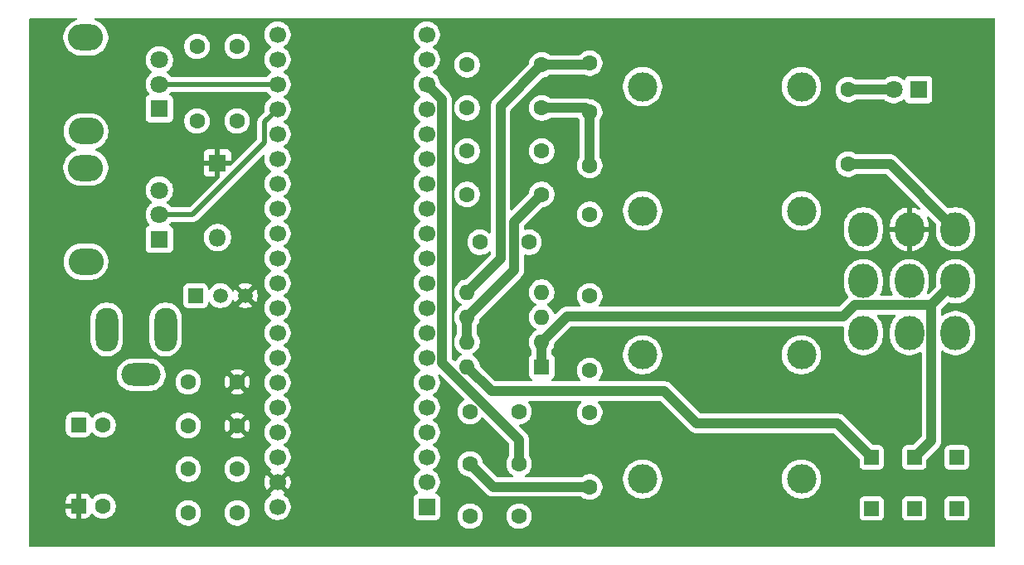
<source format=gbr>
%TF.GenerationSoftware,KiCad,Pcbnew,9.0.5*%
%TF.CreationDate,2025-10-31T17:46:48-05:00*%
%TF.ProjectId,wah,7761682e-6b69-4636-9164-5f7063625858,0.3*%
%TF.SameCoordinates,Original*%
%TF.FileFunction,Copper,L2,Inr*%
%TF.FilePolarity,Positive*%
%FSLAX46Y46*%
G04 Gerber Fmt 4.6, Leading zero omitted, Abs format (unit mm)*
G04 Created by KiCad (PCBNEW 9.0.5) date 2025-10-31 17:46:48*
%MOMM*%
%LPD*%
G01*
G04 APERTURE LIST*
G04 Aperture macros list*
%AMRoundRect*
0 Rectangle with rounded corners*
0 $1 Rounding radius*
0 $2 $3 $4 $5 $6 $7 $8 $9 X,Y pos of 4 corners*
0 Add a 4 corners polygon primitive as box body*
4,1,4,$2,$3,$4,$5,$6,$7,$8,$9,$2,$3,0*
0 Add four circle primitives for the rounded corners*
1,1,$1+$1,$2,$3*
1,1,$1+$1,$4,$5*
1,1,$1+$1,$6,$7*
1,1,$1+$1,$8,$9*
0 Add four rect primitives between the rounded corners*
20,1,$1+$1,$2,$3,$4,$5,0*
20,1,$1+$1,$4,$5,$6,$7,0*
20,1,$1+$1,$6,$7,$8,$9,0*
20,1,$1+$1,$8,$9,$2,$3,0*%
G04 Aperture macros list end*
%TA.AperFunction,ComponentPad*%
%ADD10RoundRect,0.250000X-0.550000X-0.550000X0.550000X-0.550000X0.550000X0.550000X-0.550000X0.550000X0*%
%TD*%
%TA.AperFunction,ComponentPad*%
%ADD11C,1.600000*%
%TD*%
%TA.AperFunction,ComponentPad*%
%ADD12R,1.800000X1.800000*%
%TD*%
%TA.AperFunction,ComponentPad*%
%ADD13O,1.800000X1.800000*%
%TD*%
%TA.AperFunction,ComponentPad*%
%ADD14O,3.580000X2.720000*%
%TD*%
%TA.AperFunction,ComponentPad*%
%ADD15O,3.580000X2.696000*%
%TD*%
%TA.AperFunction,ComponentPad*%
%ADD16C,1.800000*%
%TD*%
%TA.AperFunction,ComponentPad*%
%ADD17R,1.500000X1.500000*%
%TD*%
%TA.AperFunction,ComponentPad*%
%ADD18C,1.500000*%
%TD*%
%TA.AperFunction,ComponentPad*%
%ADD19C,3.000000*%
%TD*%
%TA.AperFunction,ComponentPad*%
%ADD20O,2.300000X4.500000*%
%TD*%
%TA.AperFunction,ComponentPad*%
%ADD21O,4.000000X2.300000*%
%TD*%
%TA.AperFunction,ComponentPad*%
%ADD22O,3.000000X3.500000*%
%TD*%
%TA.AperFunction,ComponentPad*%
%ADD23R,1.600000X1.600000*%
%TD*%
%TA.AperFunction,ComponentPad*%
%ADD24O,1.600000X1.600000*%
%TD*%
%TA.AperFunction,ComponentPad*%
%ADD25R,1.700000X1.700000*%
%TD*%
%TA.AperFunction,ComponentPad*%
%ADD26C,1.700000*%
%TD*%
%TA.AperFunction,Conductor*%
%ADD27C,0.500000*%
%TD*%
%TA.AperFunction,Conductor*%
%ADD28C,1.000000*%
%TD*%
G04 APERTURE END LIST*
D10*
%TO.N,/VREF*%
%TO.C,C13*%
X47700000Y-75035000D03*
D11*
%TO.N,GND*%
X50200000Y-75035000D03*
%TD*%
D10*
%TO.N,+9V*%
%TO.C,C3*%
X47700000Y-83335000D03*
D11*
%TO.N,GND*%
X50200000Y-83335000D03*
%TD*%
D12*
%TO.N,+9V*%
%TO.C,D1*%
X61885000Y-48270000D03*
D13*
%TO.N,Net-(D1-A)*%
X61885000Y-55890000D03*
%TD*%
D11*
%TO.N,/AUDIO_OUT*%
%TO.C,C11*%
X92685000Y-79020000D03*
%TO.N,Net-(C11-Pad2)*%
X87685000Y-79020000D03*
%TD*%
D14*
%TO.N,*%
%TO.C,RV2*%
X48447000Y-45031600D03*
D15*
X48435000Y-35443600D03*
D12*
%TO.N,GND*%
X55947000Y-42731600D03*
D16*
%TO.N,/POT2*%
X55947000Y-40231600D03*
%TO.N,VDD*%
X55947000Y-37731600D03*
%TD*%
D11*
%TO.N,Net-(C6-Pad1)*%
%TO.C,C6*%
X88685000Y-56370000D03*
%TO.N,/AUDIO_IN*%
X93685000Y-56370000D03*
%TD*%
D17*
%TO.N,GND*%
%TO.C,GND1*%
X137385000Y-78370000D03*
%TD*%
D11*
%TO.N,GND*%
%TO.C,R6*%
X59785000Y-36360000D03*
%TO.N,/VREF*%
X59785000Y-43980000D03*
%TD*%
D17*
%TO.N,Net-(U1C-V+)*%
%TO.C,U2*%
X59645000Y-61830000D03*
D18*
%TO.N,GND*%
X62185000Y-61830000D03*
%TO.N,+9V*%
X64725000Y-61830000D03*
%TD*%
D17*
%TO.N,Net-(U1C-V+)*%
%TO.C,TP_5V1*%
X128685000Y-78370000D03*
%TD*%
D19*
%TO.N,GND*%
%TO.C,J3*%
X121515000Y-80570000D03*
%TO.N,N/C*%
X105285000Y-80570000D03*
%TO.N,Net-(J3-PadT)*%
X121515000Y-67870000D03*
%TO.N,N/C*%
X105285000Y-67870000D03*
%TD*%
D11*
%TO.N,+9V*%
%TO.C,C5*%
X63900000Y-75101667D03*
%TO.N,GND*%
X58900000Y-75101667D03*
%TD*%
%TO.N,/VREF*%
%TO.C,R2*%
X87375000Y-38246800D03*
%TO.N,Net-(U1B-+)*%
X94995000Y-38246800D03*
%TD*%
D20*
%TO.N,GND*%
%TO.C,J1*%
X56585000Y-65270000D03*
%TO.N,Net-(D1-A)*%
X50585000Y-65270000D03*
D21*
%TO.N,unconnected-(J1-Pad3)*%
X54085000Y-69920000D03*
%TD*%
D14*
%TO.N,*%
%TO.C,RV1*%
X48447000Y-58352000D03*
D15*
X48435000Y-48764000D03*
D12*
%TO.N,GND*%
X55947000Y-56052000D03*
D16*
%TO.N,/POT1*%
X55947000Y-53552000D03*
%TO.N,VDD*%
X55947000Y-51052000D03*
%TD*%
D11*
%TO.N,Net-(U1C-V+)*%
%TO.C,C8*%
X63900000Y-84035000D03*
%TO.N,GND*%
X58900000Y-84035000D03*
%TD*%
%TO.N,Net-(C11-Pad2)*%
%TO.C,R7*%
X99885000Y-81370000D03*
%TO.N,Net-(U1A-+)*%
X99885000Y-73750000D03*
%TD*%
%TO.N,/FX_IN*%
%TO.C,R1*%
X87375000Y-42654533D03*
%TO.N,Net-(C1-Pad1)*%
X94995000Y-42654533D03*
%TD*%
%TO.N,Net-(R9-Pad1)*%
%TO.C,R9*%
X126285000Y-48390000D03*
%TO.N,Net-(D2-A)*%
X126285000Y-40770000D03*
%TD*%
%TO.N,Net-(U1C-V+)*%
%TO.C,R5*%
X63885000Y-43980000D03*
%TO.N,/VREF*%
X63885000Y-36360000D03*
%TD*%
D17*
%TO.N,/VREF*%
%TO.C,TP_VREF1*%
X128685000Y-83570000D03*
%TD*%
D12*
%TO.N,GND*%
%TO.C,D2*%
X133470000Y-40770000D03*
D16*
%TO.N,Net-(D2-A)*%
X130930000Y-40770000D03*
%TD*%
D11*
%TO.N,+9V*%
%TO.C,C4*%
X63900000Y-70635000D03*
%TO.N,GND*%
X58900000Y-70635000D03*
%TD*%
D22*
%TO.N,Net-(SW1-A-Pad1)*%
%TO.C,SW1*%
X127835000Y-65650000D03*
%TO.N,Net-(J2-PadT)*%
X132535000Y-65650000D03*
%TO.N,/FX_IN*%
X137235000Y-65650000D03*
%TO.N,Net-(SW1-A-Pad1)*%
X127835000Y-60350000D03*
%TO.N,Net-(J3-PadT)*%
X132535000Y-60350000D03*
%TO.N,/FX_OUT*%
X137235000Y-60350000D03*
%TO.N,unconnected-(SW1-A-Pad7)*%
X127835000Y-55050000D03*
%TO.N,+9V*%
X132535000Y-55050000D03*
%TO.N,Net-(R9-Pad1)*%
X137235000Y-55050000D03*
%TD*%
D19*
%TO.N,GND*%
%TO.C,J2*%
X105285000Y-40470000D03*
%TO.N,N/C*%
X121515000Y-40470000D03*
%TO.N,Net-(J2-PadT)*%
X105285000Y-53170000D03*
%TO.N,N/C*%
X121515000Y-53170000D03*
%TD*%
D11*
%TO.N,Net-(U1B--)*%
%TO.C,R3*%
X94995000Y-51470000D03*
%TO.N,Net-(C6-Pad1)*%
X87375000Y-51470000D03*
%TD*%
%TO.N,Net-(U1C-V+)*%
%TO.C,C7*%
X63900000Y-79568333D03*
%TO.N,GND*%
X58900000Y-79568333D03*
%TD*%
%TO.N,/VREF*%
%TO.C,R8*%
X99885000Y-61870000D03*
%TO.N,Net-(U1A-+)*%
X99885000Y-69490000D03*
%TD*%
%TO.N,Net-(C1-Pad1)*%
%TO.C,C1*%
X99885000Y-48513600D03*
%TO.N,GND*%
X99885000Y-53513600D03*
%TD*%
%TO.N,Net-(C1-Pad1)*%
%TO.C,C2*%
X99885000Y-43070000D03*
%TO.N,Net-(U1B-+)*%
X99885000Y-38070000D03*
%TD*%
D23*
%TO.N,/FX_OUT*%
%TO.C,U1*%
X94985000Y-69090000D03*
D24*
X94985000Y-66550000D03*
%TO.N,Net-(U1A-+)*%
X94985000Y-64010000D03*
%TO.N,GND*%
X94985000Y-61470000D03*
%TO.N,Net-(U1B-+)*%
X87365000Y-61470000D03*
%TO.N,Net-(U1B--)*%
X87365000Y-64010000D03*
X87365000Y-66550000D03*
%TO.N,Net-(U1C-V+)*%
X87365000Y-69090000D03*
%TD*%
D11*
%TO.N,/AUDIO_OUT*%
%TO.C,C9*%
X92685000Y-84370000D03*
%TO.N,GND*%
X87685000Y-84370000D03*
%TD*%
%TO.N,/AUDIO_IN*%
%TO.C,R4*%
X87375000Y-47062267D03*
%TO.N,GND*%
X94995000Y-47062267D03*
%TD*%
D25*
%TO.N,unconnected-(A1-USB_ID-Pad1)*%
%TO.C,A1*%
X83252000Y-83411600D03*
D26*
%TO.N,unconnected-(A1-SD_DATA_3-Pad2)*%
X83252000Y-80871600D03*
%TO.N,unconnected-(A1-SD_DATA_2-Pad3)*%
X83252000Y-78331600D03*
%TO.N,unconnected-(A1-SD_DATA_1-Pad4)*%
X83252000Y-75791600D03*
%TO.N,unconnected-(A1-SD_DATA_0-Pad5)*%
X83252000Y-73251600D03*
%TO.N,unconnected-(A1-SD_CMD-Pad6)*%
X83252000Y-70711600D03*
%TO.N,unconnected-(A1-SD_CLK-Pad7)*%
X83252000Y-68171600D03*
%TO.N,unconnected-(A1-SPI1_CS-Pad8)*%
X83252000Y-65631600D03*
%TO.N,unconnected-(A1-SPI1_SCK-Pad9)*%
X83252000Y-63091600D03*
%TO.N,unconnected-(A1-SPI1_POCI-Pad10)*%
X83252000Y-60551600D03*
%TO.N,unconnected-(A1-SPI1_PICO-Pad11)*%
X83252000Y-58011600D03*
%TO.N,unconnected-(A1-I2C1_SCL-Pad12)*%
X83252000Y-55471600D03*
%TO.N,unconnected-(A1-I2C1_SDA-Pad13)*%
X83252000Y-52931600D03*
%TO.N,unconnected-(A1-USART1_TX-Pad14)*%
X83252000Y-50391600D03*
%TO.N,unconnected-(A1-USART1_RX-Pad15)*%
X83252000Y-47851600D03*
%TO.N,/AUDIO_IN*%
X83252000Y-45311600D03*
%TO.N,unconnected-(A1-AUDIO_IN_2-Pad17)*%
X83252000Y-42771600D03*
%TO.N,/AUDIO_OUT*%
X83252000Y-40231600D03*
%TO.N,unconnected-(A1-AUDIO_OUT_2-Pad19)*%
X83252000Y-37691600D03*
%TO.N,GND*%
X83252000Y-35151600D03*
%TO.N,VDD*%
X68012000Y-35151600D03*
%TO.N,unconnected-(A1-ADC_0-Pad22)*%
X68012000Y-37691600D03*
%TO.N,/POT2*%
X68012000Y-40231600D03*
%TO.N,/POT1*%
X68012000Y-42771600D03*
%TO.N,unconnected-(A1-ADC_3-Pad25)*%
X68012000Y-45311600D03*
%TO.N,unconnected-(A1-ADC_4-Pad26)*%
X68012000Y-47851600D03*
%TO.N,unconnected-(A1-ADC_5-Pad27)*%
X68012000Y-50391600D03*
%TO.N,unconnected-(A1-ADC_6-Pad28)*%
X68012000Y-52931600D03*
%TO.N,unconnected-(A1-DAC_OUT2-Pad29)*%
X68012000Y-55471600D03*
%TO.N,unconnected-(A1-DAC_OUT1-Pad30)*%
X68012000Y-58011600D03*
%TO.N,unconnected-(A1-SAI2_MCLK-Pad31)*%
X68012000Y-60551600D03*
%TO.N,unconnected-(A1-SAI2_SD_B-Pad32)*%
X68012000Y-63091600D03*
%TO.N,unconnected-(A1-SAI2_SD_A-Pad33)*%
X68012000Y-65631600D03*
%TO.N,unconnected-(A1-SAI2_FS-Pad34)*%
X68012000Y-68171600D03*
%TO.N,unconnected-(A1-SAI2_SCK-Pad35)*%
X68012000Y-70711600D03*
%TO.N,unconnected-(A1-USB_D_--Pad36)*%
X68012000Y-73251600D03*
%TO.N,unconnected-(A1-USB_D_+-Pad37)*%
X68012000Y-75791600D03*
%TO.N,unconnected-(A1-3V3_D-Pad38)*%
X68012000Y-78331600D03*
%TO.N,+9V*%
X68012000Y-80871600D03*
%TO.N,GND*%
X68012000Y-83411600D03*
%TD*%
D17*
%TO.N,/FX_IN*%
%TO.C,TP_IN1*%
X133035000Y-83570000D03*
%TD*%
D11*
%TO.N,Net-(U1A-+)*%
%TO.C,C12*%
X92685000Y-73670000D03*
%TO.N,GND*%
X87685000Y-73670000D03*
%TD*%
D17*
%TO.N,GND*%
%TO.C,GND2*%
X137385000Y-83570000D03*
%TD*%
%TO.N,/FX_OUT*%
%TO.C,TP_OUT1*%
X133035000Y-78370000D03*
%TD*%
D27*
%TO.N,/POT1*%
X55947000Y-53552000D02*
X59305000Y-53552000D01*
X66711000Y-44072600D02*
X68012000Y-42771600D01*
X66711000Y-46146000D02*
X66711000Y-44072600D01*
X59305000Y-53552000D02*
X66711000Y-46146000D01*
%TO.N,/POT2*%
X55947000Y-40231600D02*
X68012000Y-40231600D01*
D28*
%TO.N,/FX_OUT*%
X97565000Y-63970000D02*
X125754316Y-63970000D01*
X134784000Y-62801000D02*
X137235000Y-60350000D01*
X94985000Y-66550000D02*
X97565000Y-63970000D01*
X125754316Y-63970000D02*
X126923316Y-62801000D01*
X94985000Y-69090000D02*
X94985000Y-66550000D01*
X134784000Y-76621000D02*
X133035000Y-78370000D01*
X126923316Y-62801000D02*
X134784000Y-62801000D01*
X134784000Y-62801000D02*
X134784000Y-76621000D01*
%TO.N,Net-(D2-A)*%
X126285000Y-40770000D02*
X130930000Y-40770000D01*
%TO.N,/AUDIO_OUT*%
X92685000Y-76549265D02*
X92685000Y-79020000D01*
X83252000Y-40231600D02*
X84803000Y-41782600D01*
X84803000Y-41782600D02*
X84803000Y-68667265D01*
X84803000Y-68667265D02*
X92685000Y-76549265D01*
%TO.N,Net-(C1-Pad1)*%
X99469533Y-42654533D02*
X99885000Y-43070000D01*
X99885000Y-43070000D02*
X99885000Y-48513600D01*
X94995000Y-42654533D02*
X99469533Y-42654533D01*
%TO.N,Net-(U1B-+)*%
X99708200Y-38246800D02*
X99885000Y-38070000D01*
X90785000Y-58050000D02*
X87365000Y-61470000D01*
X90785000Y-42456800D02*
X90785000Y-58050000D01*
X94995000Y-38246800D02*
X99708200Y-38246800D01*
X94995000Y-38246800D02*
X90785000Y-42456800D01*
%TO.N,Net-(U1C-V+)*%
X110785000Y-74870000D02*
X125185000Y-74870000D01*
X89845000Y-71570000D02*
X107485000Y-71570000D01*
X107485000Y-71570000D02*
X110785000Y-74870000D01*
X125185000Y-74870000D02*
X128685000Y-78370000D01*
X87365000Y-69090000D02*
X89845000Y-71570000D01*
%TO.N,Net-(C11-Pad2)*%
X87685000Y-79020000D02*
X90035000Y-81370000D01*
X90035000Y-81370000D02*
X99885000Y-81370000D01*
%TO.N,Net-(U1B--)*%
X92184000Y-54281000D02*
X92184000Y-59191000D01*
X87365000Y-64010000D02*
X87365000Y-66550000D01*
X94995000Y-51470000D02*
X92184000Y-54281000D01*
X92184000Y-59191000D02*
X87365000Y-64010000D01*
%TO.N,Net-(R9-Pad1)*%
X130575000Y-48390000D02*
X137235000Y-55050000D01*
X126285000Y-48390000D02*
X130575000Y-48390000D01*
%TD*%
%TA.AperFunction,Conductor*%
%TO.N,+9V*%
G36*
X47472682Y-33454585D02*
G01*
X47518437Y-33507389D01*
X47528381Y-33576547D01*
X47499356Y-33640103D01*
X47440578Y-33677877D01*
X47437759Y-33678668D01*
X47416439Y-33684380D01*
X47397543Y-33689444D01*
X47173684Y-33782169D01*
X47173667Y-33782177D01*
X46963825Y-33903330D01*
X46771585Y-34050840D01*
X46771578Y-34050846D01*
X46600246Y-34222178D01*
X46600240Y-34222185D01*
X46452730Y-34414425D01*
X46331577Y-34624267D01*
X46331569Y-34624284D01*
X46238844Y-34848143D01*
X46176130Y-35082199D01*
X46176128Y-35082210D01*
X46144500Y-35322435D01*
X46144500Y-35564764D01*
X46159460Y-35678390D01*
X46176129Y-35804998D01*
X46191075Y-35860776D01*
X46238844Y-36039056D01*
X46331569Y-36262915D01*
X46331577Y-36262932D01*
X46452730Y-36472774D01*
X46600240Y-36665014D01*
X46600246Y-36665021D01*
X46771578Y-36836353D01*
X46771585Y-36836359D01*
X46963825Y-36983869D01*
X47173667Y-37105022D01*
X47173672Y-37105024D01*
X47173675Y-37105026D01*
X47173679Y-37105027D01*
X47173684Y-37105030D01*
X47244679Y-37134437D01*
X47397544Y-37197756D01*
X47631602Y-37260471D01*
X47871843Y-37292100D01*
X47871850Y-37292100D01*
X48998150Y-37292100D01*
X48998157Y-37292100D01*
X49238398Y-37260471D01*
X49472456Y-37197756D01*
X49696325Y-37105026D01*
X49906175Y-36983869D01*
X50098416Y-36836358D01*
X50269758Y-36665016D01*
X50417269Y-36472775D01*
X50538426Y-36262925D01*
X50540612Y-36257648D01*
X58484500Y-36257648D01*
X58484500Y-36462351D01*
X58516522Y-36664534D01*
X58579781Y-36859223D01*
X58624150Y-36946300D01*
X58672698Y-37041581D01*
X58672715Y-37041613D01*
X58793028Y-37207213D01*
X58937786Y-37351971D01*
X59092749Y-37464556D01*
X59103390Y-37472287D01*
X59219607Y-37531503D01*
X59285776Y-37565218D01*
X59285778Y-37565218D01*
X59285781Y-37565220D01*
X59347621Y-37585313D01*
X59480465Y-37628477D01*
X59581557Y-37644488D01*
X59682648Y-37660500D01*
X59682649Y-37660500D01*
X59887351Y-37660500D01*
X59887352Y-37660500D01*
X60089534Y-37628477D01*
X60284219Y-37565220D01*
X60466610Y-37472287D01*
X60566682Y-37399581D01*
X60632213Y-37351971D01*
X60632215Y-37351968D01*
X60632219Y-37351966D01*
X60776966Y-37207219D01*
X60776968Y-37207215D01*
X60776971Y-37207213D01*
X60851216Y-37105022D01*
X60897287Y-37041610D01*
X60990220Y-36859219D01*
X61053477Y-36664534D01*
X61085500Y-36462352D01*
X61085500Y-36257648D01*
X62584500Y-36257648D01*
X62584500Y-36462351D01*
X62616522Y-36664534D01*
X62679781Y-36859223D01*
X62724150Y-36946300D01*
X62772698Y-37041581D01*
X62772715Y-37041613D01*
X62893028Y-37207213D01*
X63037786Y-37351971D01*
X63192749Y-37464556D01*
X63203390Y-37472287D01*
X63319607Y-37531503D01*
X63385776Y-37565218D01*
X63385778Y-37565218D01*
X63385781Y-37565220D01*
X63447621Y-37585313D01*
X63580465Y-37628477D01*
X63681557Y-37644488D01*
X63782648Y-37660500D01*
X63782649Y-37660500D01*
X63987351Y-37660500D01*
X63987352Y-37660500D01*
X64189534Y-37628477D01*
X64384219Y-37565220D01*
X64566610Y-37472287D01*
X64666682Y-37399581D01*
X64732213Y-37351971D01*
X64732215Y-37351968D01*
X64732219Y-37351966D01*
X64876966Y-37207219D01*
X64876968Y-37207215D01*
X64876971Y-37207213D01*
X64951216Y-37105022D01*
X64997287Y-37041610D01*
X65090220Y-36859219D01*
X65153477Y-36664534D01*
X65185500Y-36462352D01*
X65185500Y-36257648D01*
X65173472Y-36181709D01*
X65153477Y-36055465D01*
X65090218Y-35860776D01*
X65056503Y-35794607D01*
X64997287Y-35678390D01*
X64914734Y-35564764D01*
X64876971Y-35512786D01*
X64732213Y-35368028D01*
X64566613Y-35247715D01*
X64566612Y-35247714D01*
X64566610Y-35247713D01*
X64509653Y-35218691D01*
X64384223Y-35154781D01*
X64189534Y-35091522D01*
X64014995Y-35063878D01*
X63987352Y-35059500D01*
X63782648Y-35059500D01*
X63758329Y-35063351D01*
X63580465Y-35091522D01*
X63385776Y-35154781D01*
X63203386Y-35247715D01*
X63037786Y-35368028D01*
X62893028Y-35512786D01*
X62772715Y-35678386D01*
X62679781Y-35860776D01*
X62616522Y-36055465D01*
X62584500Y-36257648D01*
X61085500Y-36257648D01*
X61073472Y-36181709D01*
X61053477Y-36055465D01*
X60990218Y-35860776D01*
X60956503Y-35794607D01*
X60897287Y-35678390D01*
X60814734Y-35564764D01*
X60776971Y-35512786D01*
X60632213Y-35368028D01*
X60466613Y-35247715D01*
X60466612Y-35247714D01*
X60466610Y-35247713D01*
X60409653Y-35218691D01*
X60284223Y-35154781D01*
X60089534Y-35091522D01*
X59914995Y-35063878D01*
X59887352Y-35059500D01*
X59682648Y-35059500D01*
X59658329Y-35063351D01*
X59480465Y-35091522D01*
X59285776Y-35154781D01*
X59103386Y-35247715D01*
X58937786Y-35368028D01*
X58793028Y-35512786D01*
X58672715Y-35678386D01*
X58579781Y-35860776D01*
X58516522Y-36055465D01*
X58484500Y-36257648D01*
X50540612Y-36257648D01*
X50631156Y-36039056D01*
X50693871Y-35804998D01*
X50725500Y-35564757D01*
X50725500Y-35322443D01*
X50693871Y-35082202D01*
X50631156Y-34848144D01*
X50538426Y-34624275D01*
X50538424Y-34624272D01*
X50538422Y-34624267D01*
X50417269Y-34414425D01*
X50269759Y-34222185D01*
X50269753Y-34222178D01*
X50098421Y-34050846D01*
X50098414Y-34050840D01*
X49906174Y-33903330D01*
X49696332Y-33782177D01*
X49696315Y-33782169D01*
X49472456Y-33689444D01*
X49432263Y-33678674D01*
X49372603Y-33642310D01*
X49342074Y-33579463D01*
X49350369Y-33510087D01*
X49394854Y-33456210D01*
X49461406Y-33434935D01*
X49464357Y-33434900D01*
X141180500Y-33434900D01*
X141247539Y-33454585D01*
X141293294Y-33507389D01*
X141304500Y-33558900D01*
X141304500Y-87355500D01*
X141284815Y-87422539D01*
X141232011Y-87468294D01*
X141180500Y-87479500D01*
X42789500Y-87479500D01*
X42722461Y-87459815D01*
X42676706Y-87407011D01*
X42665500Y-87355500D01*
X42665500Y-82735013D01*
X46400000Y-82735013D01*
X46400000Y-83085000D01*
X47384314Y-83085000D01*
X47379920Y-83089394D01*
X47327259Y-83180606D01*
X47300000Y-83282339D01*
X47300000Y-83387661D01*
X47327259Y-83489394D01*
X47379920Y-83580606D01*
X47384314Y-83585000D01*
X46400001Y-83585000D01*
X46400001Y-83934986D01*
X46410494Y-84037697D01*
X46465641Y-84204119D01*
X46465643Y-84204124D01*
X46557684Y-84353345D01*
X46681654Y-84477315D01*
X46830875Y-84569356D01*
X46830880Y-84569358D01*
X46997302Y-84624505D01*
X46997309Y-84624506D01*
X47100019Y-84634999D01*
X47449999Y-84634999D01*
X47450000Y-84634998D01*
X47450000Y-83650686D01*
X47454394Y-83655080D01*
X47545606Y-83707741D01*
X47647339Y-83735000D01*
X47752661Y-83735000D01*
X47854394Y-83707741D01*
X47945606Y-83655080D01*
X47950000Y-83650686D01*
X47950000Y-84634999D01*
X48299972Y-84634999D01*
X48299986Y-84634998D01*
X48402697Y-84624505D01*
X48569119Y-84569358D01*
X48569124Y-84569356D01*
X48718345Y-84477315D01*
X48842315Y-84353345D01*
X48934356Y-84204124D01*
X48934359Y-84204117D01*
X48949063Y-84159743D01*
X48988835Y-84102298D01*
X49053350Y-84075474D01*
X49122126Y-84087788D01*
X49167087Y-84125860D01*
X49191704Y-84159743D01*
X49208034Y-84182219D01*
X49352786Y-84326971D01*
X49491132Y-84427483D01*
X49518390Y-84447287D01*
X49629554Y-84503928D01*
X49700776Y-84540218D01*
X49700778Y-84540218D01*
X49700781Y-84540220D01*
X49790459Y-84569358D01*
X49895465Y-84603477D01*
X49994382Y-84619144D01*
X50097648Y-84635500D01*
X50097649Y-84635500D01*
X50302351Y-84635500D01*
X50302352Y-84635500D01*
X50504534Y-84603477D01*
X50699219Y-84540220D01*
X50881610Y-84447287D01*
X50974590Y-84379732D01*
X51047213Y-84326971D01*
X51047215Y-84326968D01*
X51047219Y-84326966D01*
X51191966Y-84182219D01*
X51191968Y-84182215D01*
X51191971Y-84182213D01*
X51312284Y-84016614D01*
X51312283Y-84016614D01*
X51312287Y-84016610D01*
X51355068Y-83932648D01*
X57599500Y-83932648D01*
X57599500Y-84137351D01*
X57631522Y-84339534D01*
X57694781Y-84534223D01*
X57746130Y-84634999D01*
X57781999Y-84705396D01*
X57787715Y-84716613D01*
X57908028Y-84882213D01*
X58052786Y-85026971D01*
X58207749Y-85139556D01*
X58218390Y-85147287D01*
X58334607Y-85206503D01*
X58400776Y-85240218D01*
X58400778Y-85240218D01*
X58400781Y-85240220D01*
X58505137Y-85274127D01*
X58595465Y-85303477D01*
X58696557Y-85319488D01*
X58797648Y-85335500D01*
X58797649Y-85335500D01*
X59002351Y-85335500D01*
X59002352Y-85335500D01*
X59204534Y-85303477D01*
X59399219Y-85240220D01*
X59581610Y-85147287D01*
X59674590Y-85079732D01*
X59747213Y-85026971D01*
X59747215Y-85026968D01*
X59747219Y-85026966D01*
X59891966Y-84882219D01*
X59891968Y-84882215D01*
X59891971Y-84882213D01*
X59978004Y-84763797D01*
X60012287Y-84716610D01*
X60105220Y-84534219D01*
X60168477Y-84339534D01*
X60200500Y-84137352D01*
X60200500Y-83932648D01*
X62599500Y-83932648D01*
X62599500Y-84137351D01*
X62631522Y-84339534D01*
X62694781Y-84534223D01*
X62746130Y-84634999D01*
X62781999Y-84705396D01*
X62787715Y-84716613D01*
X62908028Y-84882213D01*
X63052786Y-85026971D01*
X63207749Y-85139556D01*
X63218390Y-85147287D01*
X63334607Y-85206503D01*
X63400776Y-85240218D01*
X63400778Y-85240218D01*
X63400781Y-85240220D01*
X63505137Y-85274127D01*
X63595465Y-85303477D01*
X63696557Y-85319488D01*
X63797648Y-85335500D01*
X63797649Y-85335500D01*
X64002351Y-85335500D01*
X64002352Y-85335500D01*
X64204534Y-85303477D01*
X64399219Y-85240220D01*
X64581610Y-85147287D01*
X64674590Y-85079732D01*
X64747213Y-85026971D01*
X64747215Y-85026968D01*
X64747219Y-85026966D01*
X64891966Y-84882219D01*
X64891968Y-84882215D01*
X64891971Y-84882213D01*
X64978004Y-84763797D01*
X65012287Y-84716610D01*
X65105220Y-84534219D01*
X65168477Y-84339534D01*
X65200500Y-84137352D01*
X65200500Y-83932648D01*
X65168477Y-83730466D01*
X65167623Y-83727839D01*
X65121212Y-83585000D01*
X65105220Y-83535781D01*
X65105218Y-83535778D01*
X65105218Y-83535776D01*
X65013992Y-83356736D01*
X65013991Y-83356734D01*
X65012286Y-83353388D01*
X64891971Y-83187786D01*
X64747213Y-83043028D01*
X64581613Y-82922715D01*
X64581612Y-82922714D01*
X64581610Y-82922713D01*
X64523658Y-82893185D01*
X64399223Y-82829781D01*
X64204534Y-82766522D01*
X64029995Y-82738878D01*
X64002352Y-82734500D01*
X63797648Y-82734500D01*
X63773329Y-82738351D01*
X63595465Y-82766522D01*
X63400776Y-82829781D01*
X63218386Y-82922715D01*
X63052786Y-83043028D01*
X62908028Y-83187786D01*
X62787715Y-83353386D01*
X62694781Y-83535776D01*
X62631522Y-83730465D01*
X62599500Y-83932648D01*
X60200500Y-83932648D01*
X60168477Y-83730466D01*
X60167623Y-83727839D01*
X60121212Y-83585000D01*
X60105220Y-83535781D01*
X60105218Y-83535778D01*
X60105218Y-83535776D01*
X60055067Y-83437351D01*
X60012287Y-83353390D01*
X60004556Y-83342749D01*
X59891971Y-83187786D01*
X59747213Y-83043028D01*
X59581613Y-82922715D01*
X59581612Y-82922714D01*
X59581610Y-82922713D01*
X59523658Y-82893185D01*
X59399223Y-82829781D01*
X59204534Y-82766522D01*
X59029995Y-82738878D01*
X59002352Y-82734500D01*
X58797648Y-82734500D01*
X58773329Y-82738351D01*
X58595465Y-82766522D01*
X58400776Y-82829781D01*
X58218386Y-82922715D01*
X58052786Y-83043028D01*
X57908028Y-83187786D01*
X57787715Y-83353386D01*
X57694781Y-83535776D01*
X57631522Y-83730465D01*
X57599500Y-83932648D01*
X51355068Y-83932648D01*
X51405220Y-83834219D01*
X51468477Y-83639534D01*
X51500500Y-83437352D01*
X51500500Y-83232648D01*
X51478755Y-83095357D01*
X51468477Y-83030465D01*
X51433466Y-82922713D01*
X51405220Y-82835781D01*
X51405218Y-82835778D01*
X51405218Y-82835776D01*
X51353876Y-82735013D01*
X51312287Y-82653390D01*
X51263910Y-82586804D01*
X51191971Y-82487786D01*
X51047213Y-82343028D01*
X50881613Y-82222715D01*
X50881612Y-82222714D01*
X50881610Y-82222713D01*
X50822675Y-82192684D01*
X50699223Y-82129781D01*
X50504534Y-82066522D01*
X50329995Y-82038878D01*
X50302352Y-82034500D01*
X50097648Y-82034500D01*
X50073329Y-82038351D01*
X49895465Y-82066522D01*
X49700776Y-82129781D01*
X49518386Y-82222715D01*
X49352786Y-82343028D01*
X49208032Y-82487782D01*
X49167087Y-82544139D01*
X49111757Y-82586804D01*
X49042144Y-82592783D01*
X48980349Y-82560177D01*
X48949063Y-82510256D01*
X48934359Y-82465882D01*
X48934356Y-82465875D01*
X48842315Y-82316654D01*
X48718345Y-82192684D01*
X48569124Y-82100643D01*
X48569119Y-82100641D01*
X48402697Y-82045494D01*
X48402690Y-82045493D01*
X48299986Y-82035000D01*
X47950000Y-82035000D01*
X47950000Y-83019314D01*
X47945606Y-83014920D01*
X47854394Y-82962259D01*
X47752661Y-82935000D01*
X47647339Y-82935000D01*
X47545606Y-82962259D01*
X47454394Y-83014920D01*
X47450000Y-83019314D01*
X47450000Y-82035000D01*
X47100028Y-82035000D01*
X47100012Y-82035001D01*
X46997302Y-82045494D01*
X46830880Y-82100641D01*
X46830875Y-82100643D01*
X46681654Y-82192684D01*
X46557684Y-82316654D01*
X46465643Y-82465875D01*
X46465641Y-82465880D01*
X46410494Y-82632302D01*
X46410493Y-82632309D01*
X46400000Y-82735013D01*
X42665500Y-82735013D01*
X42665500Y-79465981D01*
X57599500Y-79465981D01*
X57599500Y-79670685D01*
X57603878Y-79698328D01*
X57631522Y-79872867D01*
X57694781Y-80067556D01*
X57787715Y-80249946D01*
X57908028Y-80415546D01*
X58052786Y-80560304D01*
X58189056Y-80659308D01*
X58218390Y-80680620D01*
X58334607Y-80739836D01*
X58400776Y-80773551D01*
X58400778Y-80773551D01*
X58400781Y-80773553D01*
X58479687Y-80799191D01*
X58595465Y-80836810D01*
X58696557Y-80852821D01*
X58797648Y-80868833D01*
X58797649Y-80868833D01*
X59002351Y-80868833D01*
X59002352Y-80868833D01*
X59204534Y-80836810D01*
X59399219Y-80773553D01*
X59581610Y-80680620D01*
X59674590Y-80613065D01*
X59747213Y-80560304D01*
X59747215Y-80560301D01*
X59747219Y-80560299D01*
X59891966Y-80415552D01*
X59891968Y-80415548D01*
X59891971Y-80415546D01*
X59945510Y-80341854D01*
X60012287Y-80249943D01*
X60105220Y-80067552D01*
X60168477Y-79872867D01*
X60200500Y-79670685D01*
X60200500Y-79465981D01*
X62599500Y-79465981D01*
X62599500Y-79670685D01*
X62603878Y-79698328D01*
X62631522Y-79872867D01*
X62694781Y-80067556D01*
X62787715Y-80249946D01*
X62908028Y-80415546D01*
X63052786Y-80560304D01*
X63189056Y-80659308D01*
X63218390Y-80680620D01*
X63334607Y-80739836D01*
X63400776Y-80773551D01*
X63400778Y-80773551D01*
X63400781Y-80773553D01*
X63479687Y-80799191D01*
X63595465Y-80836810D01*
X63696557Y-80852821D01*
X63797648Y-80868833D01*
X63797649Y-80868833D01*
X64002351Y-80868833D01*
X64002352Y-80868833D01*
X64204534Y-80836810D01*
X64399219Y-80773553D01*
X64581610Y-80680620D01*
X64610944Y-80659308D01*
X64747213Y-80560304D01*
X64747215Y-80560301D01*
X64747219Y-80560299D01*
X64891966Y-80415552D01*
X64891968Y-80415548D01*
X64891971Y-80415546D01*
X64945510Y-80341854D01*
X65012287Y-80249943D01*
X65105220Y-80067552D01*
X65168477Y-79872867D01*
X65200500Y-79670685D01*
X65200500Y-79465981D01*
X65168477Y-79263799D01*
X65105220Y-79069114D01*
X65105218Y-79069111D01*
X65105218Y-79069109D01*
X65035253Y-78931797D01*
X65012287Y-78886723D01*
X64985615Y-78850012D01*
X64891971Y-78721119D01*
X64747213Y-78576361D01*
X64581613Y-78456048D01*
X64581612Y-78456047D01*
X64581610Y-78456046D01*
X64524653Y-78427024D01*
X64399223Y-78363114D01*
X64204534Y-78299855D01*
X64029995Y-78272211D01*
X64002352Y-78267833D01*
X63797648Y-78267833D01*
X63773329Y-78271684D01*
X63595465Y-78299855D01*
X63400776Y-78363114D01*
X63218386Y-78456048D01*
X63052786Y-78576361D01*
X62908028Y-78721119D01*
X62787715Y-78886719D01*
X62694781Y-79069109D01*
X62631522Y-79263798D01*
X62615916Y-79362335D01*
X62599500Y-79465981D01*
X60200500Y-79465981D01*
X60168477Y-79263799D01*
X60105220Y-79069114D01*
X60105218Y-79069111D01*
X60105218Y-79069109D01*
X60035253Y-78931797D01*
X60012287Y-78886723D01*
X59985615Y-78850012D01*
X59891971Y-78721119D01*
X59747213Y-78576361D01*
X59581613Y-78456048D01*
X59581612Y-78456047D01*
X59581610Y-78456046D01*
X59524653Y-78427024D01*
X59399223Y-78363114D01*
X59204534Y-78299855D01*
X59029995Y-78272211D01*
X59002352Y-78267833D01*
X58797648Y-78267833D01*
X58773329Y-78271684D01*
X58595465Y-78299855D01*
X58400776Y-78363114D01*
X58218386Y-78456048D01*
X58052786Y-78576361D01*
X57908028Y-78721119D01*
X57787715Y-78886719D01*
X57694781Y-79069109D01*
X57631522Y-79263798D01*
X57615916Y-79362335D01*
X57599500Y-79465981D01*
X42665500Y-79465981D01*
X42665500Y-74434983D01*
X46399500Y-74434983D01*
X46399500Y-75635001D01*
X46399501Y-75635018D01*
X46410000Y-75737796D01*
X46410001Y-75737799D01*
X46465185Y-75904331D01*
X46465187Y-75904336D01*
X46469596Y-75911484D01*
X46557288Y-76053656D01*
X46681344Y-76177712D01*
X46830666Y-76269814D01*
X46997203Y-76324999D01*
X47099991Y-76335500D01*
X48300008Y-76335499D01*
X48402797Y-76324999D01*
X48569334Y-76269814D01*
X48718656Y-76177712D01*
X48842712Y-76053656D01*
X48934814Y-75904334D01*
X48949426Y-75860237D01*
X48989195Y-75802796D01*
X49053711Y-75775972D01*
X49122487Y-75788286D01*
X49167448Y-75826358D01*
X49208032Y-75882217D01*
X49352786Y-76026971D01*
X49507749Y-76139556D01*
X49518390Y-76147287D01*
X49634607Y-76206503D01*
X49700776Y-76240218D01*
X49700778Y-76240218D01*
X49700781Y-76240220D01*
X49753745Y-76257429D01*
X49895465Y-76303477D01*
X49936738Y-76310014D01*
X50097648Y-76335500D01*
X50097649Y-76335500D01*
X50302351Y-76335500D01*
X50302352Y-76335500D01*
X50504534Y-76303477D01*
X50699219Y-76240220D01*
X50881610Y-76147287D01*
X51010482Y-76053657D01*
X51047213Y-76026971D01*
X51047215Y-76026968D01*
X51047219Y-76026966D01*
X51191966Y-75882219D01*
X51191968Y-75882215D01*
X51191971Y-75882213D01*
X51264040Y-75783017D01*
X51312287Y-75716610D01*
X51405220Y-75534219D01*
X51468477Y-75339534D01*
X51500500Y-75137352D01*
X51500500Y-74999315D01*
X57599500Y-74999315D01*
X57599500Y-75204018D01*
X57631522Y-75406201D01*
X57694781Y-75600890D01*
X57753744Y-75716610D01*
X57787585Y-75783026D01*
X57787715Y-75783280D01*
X57908028Y-75948880D01*
X58052786Y-76093638D01*
X58173226Y-76181141D01*
X58218390Y-76213954D01*
X58328017Y-76269812D01*
X58400776Y-76306885D01*
X58400778Y-76306885D01*
X58400781Y-76306887D01*
X58469343Y-76329164D01*
X58595465Y-76370144D01*
X58696557Y-76386155D01*
X58797648Y-76402167D01*
X58797649Y-76402167D01*
X59002351Y-76402167D01*
X59002352Y-76402167D01*
X59204534Y-76370144D01*
X59399219Y-76306887D01*
X59581610Y-76213954D01*
X59674590Y-76146399D01*
X59747213Y-76093638D01*
X59747215Y-76093635D01*
X59747219Y-76093633D01*
X59891966Y-75948886D01*
X59891968Y-75948882D01*
X59891971Y-75948880D01*
X59976851Y-75832051D01*
X60012287Y-75783277D01*
X60105220Y-75600886D01*
X60168477Y-75406201D01*
X60200500Y-75204019D01*
X60200500Y-74999349D01*
X62600000Y-74999349D01*
X62600000Y-75203984D01*
X62632009Y-75406084D01*
X62695244Y-75600698D01*
X62788141Y-75783017D01*
X62788147Y-75783026D01*
X62820523Y-75827588D01*
X62820524Y-75827589D01*
X63500000Y-75148113D01*
X63500000Y-75154328D01*
X63527259Y-75256061D01*
X63579920Y-75347273D01*
X63654394Y-75421747D01*
X63745606Y-75474408D01*
X63847339Y-75501667D01*
X63853553Y-75501667D01*
X63174076Y-76181141D01*
X63218650Y-76213526D01*
X63400968Y-76306422D01*
X63595582Y-76369657D01*
X63797683Y-76401667D01*
X64002317Y-76401667D01*
X64204417Y-76369657D01*
X64399031Y-76306422D01*
X64581349Y-76213526D01*
X64625921Y-76181141D01*
X63946447Y-75501667D01*
X63952661Y-75501667D01*
X64054394Y-75474408D01*
X64145606Y-75421747D01*
X64220080Y-75347273D01*
X64272741Y-75256061D01*
X64300000Y-75154328D01*
X64300000Y-75148114D01*
X64979474Y-75827588D01*
X65011859Y-75783016D01*
X65104755Y-75600698D01*
X65167990Y-75406084D01*
X65200000Y-75203984D01*
X65200000Y-74999349D01*
X65167990Y-74797249D01*
X65104755Y-74602635D01*
X65011859Y-74420317D01*
X64979474Y-74375744D01*
X64979474Y-74375743D01*
X64300000Y-75055218D01*
X64300000Y-75049006D01*
X64272741Y-74947273D01*
X64220080Y-74856061D01*
X64145606Y-74781587D01*
X64054394Y-74728926D01*
X63952661Y-74701667D01*
X63946446Y-74701667D01*
X64625922Y-74022191D01*
X64625921Y-74022190D01*
X64581359Y-73989814D01*
X64581350Y-73989808D01*
X64399031Y-73896911D01*
X64204417Y-73833676D01*
X64002317Y-73801667D01*
X63797683Y-73801667D01*
X63595582Y-73833676D01*
X63400968Y-73896911D01*
X63218644Y-73989810D01*
X63174077Y-74022190D01*
X63174077Y-74022191D01*
X63853554Y-74701667D01*
X63847339Y-74701667D01*
X63745606Y-74728926D01*
X63654394Y-74781587D01*
X63579920Y-74856061D01*
X63527259Y-74947273D01*
X63500000Y-75049006D01*
X63500000Y-75055220D01*
X62820524Y-74375744D01*
X62820523Y-74375744D01*
X62788143Y-74420311D01*
X62695244Y-74602635D01*
X62632009Y-74797249D01*
X62600000Y-74999349D01*
X60200500Y-74999349D01*
X60200500Y-74999315D01*
X60178796Y-74862284D01*
X60168477Y-74797132D01*
X60124560Y-74661971D01*
X60105220Y-74602448D01*
X60105218Y-74602445D01*
X60105218Y-74602443D01*
X60064026Y-74521600D01*
X60012287Y-74420057D01*
X59980092Y-74375744D01*
X59891971Y-74254453D01*
X59747213Y-74109695D01*
X59581613Y-73989382D01*
X59581612Y-73989381D01*
X59581610Y-73989380D01*
X59522802Y-73959416D01*
X59399223Y-73896448D01*
X59204534Y-73833189D01*
X59029995Y-73805545D01*
X59002352Y-73801167D01*
X58797648Y-73801167D01*
X58773329Y-73805018D01*
X58595465Y-73833189D01*
X58400776Y-73896448D01*
X58218386Y-73989382D01*
X58052786Y-74109695D01*
X57908028Y-74254453D01*
X57787715Y-74420053D01*
X57694781Y-74602443D01*
X57631522Y-74797132D01*
X57599500Y-74999315D01*
X51500500Y-74999315D01*
X51500500Y-74932648D01*
X51470299Y-74741971D01*
X51468477Y-74730465D01*
X51437962Y-74636551D01*
X51405220Y-74535781D01*
X51405218Y-74535778D01*
X51405218Y-74535776D01*
X51353865Y-74434991D01*
X51312287Y-74353390D01*
X51263549Y-74286307D01*
X51191971Y-74187786D01*
X51047213Y-74043028D01*
X50881613Y-73922715D01*
X50881612Y-73922714D01*
X50881610Y-73922713D01*
X50814903Y-73888724D01*
X50699223Y-73829781D01*
X50504534Y-73766522D01*
X50329995Y-73738878D01*
X50302352Y-73734500D01*
X50097648Y-73734500D01*
X50073329Y-73738351D01*
X49895465Y-73766522D01*
X49700776Y-73829781D01*
X49518386Y-73922715D01*
X49352786Y-74043028D01*
X49208032Y-74187782D01*
X49208031Y-74187784D01*
X49167447Y-74243642D01*
X49112117Y-74286307D01*
X49042503Y-74292285D01*
X48980709Y-74259678D01*
X48949425Y-74209760D01*
X48934814Y-74165666D01*
X48842712Y-74016344D01*
X48718656Y-73892288D01*
X48571735Y-73801667D01*
X48569336Y-73800187D01*
X48569331Y-73800185D01*
X48567862Y-73799698D01*
X48402797Y-73745001D01*
X48402795Y-73745000D01*
X48300010Y-73734500D01*
X47099998Y-73734500D01*
X47099981Y-73734501D01*
X46997203Y-73745000D01*
X46997200Y-73745001D01*
X46830668Y-73800185D01*
X46830663Y-73800187D01*
X46681342Y-73892289D01*
X46557289Y-74016342D01*
X46465187Y-74165663D01*
X46465185Y-74165668D01*
X46464007Y-74169223D01*
X46410001Y-74332203D01*
X46410001Y-74332204D01*
X46410000Y-74332204D01*
X46399500Y-74434983D01*
X42665500Y-74434983D01*
X42665500Y-69790097D01*
X51584500Y-69790097D01*
X51584500Y-70049902D01*
X51625140Y-70306493D01*
X51705422Y-70553576D01*
X51771557Y-70683371D01*
X51823366Y-70785051D01*
X51976069Y-70995229D01*
X52159771Y-71178931D01*
X52369949Y-71331634D01*
X52517445Y-71406787D01*
X52601423Y-71449577D01*
X52601425Y-71449577D01*
X52601428Y-71449579D01*
X52848507Y-71529860D01*
X52980706Y-71550797D01*
X53105098Y-71570500D01*
X53105103Y-71570500D01*
X55064902Y-71570500D01*
X55178298Y-71552539D01*
X55321493Y-71529860D01*
X55568572Y-71449579D01*
X55800051Y-71331634D01*
X56010229Y-71178931D01*
X56193931Y-70995229D01*
X56346634Y-70785051D01*
X56464579Y-70553572D01*
X56471378Y-70532648D01*
X57599500Y-70532648D01*
X57599500Y-70737351D01*
X57631522Y-70939534D01*
X57694781Y-71134223D01*
X57743589Y-71230012D01*
X57787585Y-71316359D01*
X57787715Y-71316613D01*
X57908028Y-71482213D01*
X58052786Y-71626971D01*
X58173226Y-71714474D01*
X58218390Y-71747287D01*
X58334607Y-71806503D01*
X58400776Y-71840218D01*
X58400778Y-71840218D01*
X58400781Y-71840220D01*
X58482118Y-71866648D01*
X58595465Y-71903477D01*
X58694047Y-71919091D01*
X58797648Y-71935500D01*
X58797649Y-71935500D01*
X59002351Y-71935500D01*
X59002352Y-71935500D01*
X59204534Y-71903477D01*
X59399219Y-71840220D01*
X59581610Y-71747287D01*
X59674590Y-71679732D01*
X59747213Y-71626971D01*
X59747215Y-71626968D01*
X59747219Y-71626966D01*
X59891966Y-71482219D01*
X59891968Y-71482215D01*
X59891971Y-71482213D01*
X59944732Y-71409590D01*
X60012287Y-71316610D01*
X60105220Y-71134219D01*
X60168477Y-70939534D01*
X60200500Y-70737352D01*
X60200500Y-70532682D01*
X62600000Y-70532682D01*
X62600000Y-70737317D01*
X62632009Y-70939417D01*
X62695244Y-71134031D01*
X62788141Y-71316350D01*
X62788147Y-71316359D01*
X62820523Y-71360921D01*
X62820524Y-71360922D01*
X63500000Y-70681446D01*
X63500000Y-70687661D01*
X63527259Y-70789394D01*
X63579920Y-70880606D01*
X63654394Y-70955080D01*
X63745606Y-71007741D01*
X63847339Y-71035000D01*
X63853553Y-71035000D01*
X63174076Y-71714474D01*
X63218650Y-71746859D01*
X63400968Y-71839755D01*
X63595582Y-71902990D01*
X63797683Y-71935000D01*
X64002317Y-71935000D01*
X64204417Y-71902990D01*
X64399031Y-71839755D01*
X64581349Y-71746859D01*
X64625921Y-71714474D01*
X63946447Y-71035000D01*
X63952661Y-71035000D01*
X64054394Y-71007741D01*
X64145606Y-70955080D01*
X64220080Y-70880606D01*
X64272741Y-70789394D01*
X64300000Y-70687661D01*
X64300000Y-70681447D01*
X64979474Y-71360921D01*
X65011859Y-71316349D01*
X65104755Y-71134031D01*
X65167990Y-70939417D01*
X65200000Y-70737317D01*
X65200000Y-70532682D01*
X65167990Y-70330582D01*
X65104755Y-70135968D01*
X65011859Y-69953650D01*
X64979474Y-69909077D01*
X64979474Y-69909076D01*
X64300000Y-70588551D01*
X64300000Y-70582339D01*
X64272741Y-70480606D01*
X64220080Y-70389394D01*
X64145606Y-70314920D01*
X64054394Y-70262259D01*
X63952661Y-70235000D01*
X63946446Y-70235000D01*
X64625922Y-69555524D01*
X64625921Y-69555523D01*
X64581359Y-69523147D01*
X64581350Y-69523141D01*
X64399031Y-69430244D01*
X64204417Y-69367009D01*
X64002317Y-69335000D01*
X63797683Y-69335000D01*
X63595582Y-69367009D01*
X63400968Y-69430244D01*
X63218644Y-69523143D01*
X63174077Y-69555523D01*
X63174077Y-69555524D01*
X63853554Y-70235000D01*
X63847339Y-70235000D01*
X63745606Y-70262259D01*
X63654394Y-70314920D01*
X63579920Y-70389394D01*
X63527259Y-70480606D01*
X63500000Y-70582339D01*
X63500000Y-70588553D01*
X62820524Y-69909077D01*
X62820523Y-69909077D01*
X62788143Y-69953644D01*
X62695244Y-70135968D01*
X62632009Y-70330582D01*
X62600000Y-70532682D01*
X60200500Y-70532682D01*
X60200500Y-70532648D01*
X60177986Y-70390500D01*
X60168477Y-70330465D01*
X60137458Y-70235000D01*
X60105220Y-70135781D01*
X60105218Y-70135778D01*
X60105218Y-70135776D01*
X60037964Y-70003784D01*
X60012287Y-69953390D01*
X59980092Y-69909077D01*
X59891971Y-69787786D01*
X59747213Y-69643028D01*
X59581613Y-69522715D01*
X59581612Y-69522714D01*
X59581610Y-69522713D01*
X59524653Y-69493691D01*
X59399223Y-69429781D01*
X59204534Y-69366522D01*
X59029995Y-69338878D01*
X59002352Y-69334500D01*
X58797648Y-69334500D01*
X58773329Y-69338351D01*
X58595465Y-69366522D01*
X58400776Y-69429781D01*
X58218386Y-69522715D01*
X58052786Y-69643028D01*
X57908028Y-69787786D01*
X57787715Y-69953386D01*
X57694781Y-70135776D01*
X57631522Y-70330465D01*
X57599500Y-70532648D01*
X56471378Y-70532648D01*
X56544860Y-70306493D01*
X56571898Y-70135781D01*
X56585500Y-70049902D01*
X56585500Y-69790097D01*
X56554180Y-69592352D01*
X56544860Y-69533507D01*
X56464579Y-69286428D01*
X56464577Y-69286425D01*
X56464577Y-69286423D01*
X56413136Y-69185466D01*
X56346634Y-69054949D01*
X56193931Y-68844771D01*
X56010229Y-68661069D01*
X55913479Y-68590776D01*
X55800054Y-68508368D01*
X55800053Y-68508367D01*
X55800051Y-68508366D01*
X55727764Y-68471534D01*
X55568576Y-68390422D01*
X55321493Y-68310140D01*
X55064902Y-68269500D01*
X55064897Y-68269500D01*
X53105103Y-68269500D01*
X53105098Y-68269500D01*
X52848506Y-68310140D01*
X52601423Y-68390422D01*
X52369945Y-68508368D01*
X52159774Y-68661066D01*
X52159768Y-68661071D01*
X51976071Y-68844768D01*
X51976066Y-68844774D01*
X51823368Y-69054945D01*
X51705422Y-69286423D01*
X51625140Y-69533506D01*
X51584500Y-69790097D01*
X42665500Y-69790097D01*
X42665500Y-64040097D01*
X48934500Y-64040097D01*
X48934500Y-66499902D01*
X48975140Y-66756493D01*
X49055422Y-67003576D01*
X49078679Y-67049219D01*
X49173366Y-67235051D01*
X49326069Y-67445229D01*
X49509771Y-67628931D01*
X49719949Y-67781634D01*
X49805670Y-67825311D01*
X49951423Y-67899577D01*
X49951425Y-67899577D01*
X49951428Y-67899579D01*
X50198507Y-67979860D01*
X50330706Y-68000797D01*
X50455098Y-68020500D01*
X50455103Y-68020500D01*
X50714902Y-68020500D01*
X50828298Y-68002539D01*
X50971493Y-67979860D01*
X51218572Y-67899579D01*
X51450051Y-67781634D01*
X51660229Y-67628931D01*
X51843931Y-67445229D01*
X51996634Y-67235051D01*
X52114579Y-67003572D01*
X52194860Y-66756493D01*
X52227858Y-66548148D01*
X52235500Y-66499902D01*
X52235500Y-64040097D01*
X54934500Y-64040097D01*
X54934500Y-66499902D01*
X54975140Y-66756493D01*
X55055422Y-67003576D01*
X55078679Y-67049219D01*
X55173366Y-67235051D01*
X55326069Y-67445229D01*
X55509771Y-67628931D01*
X55719949Y-67781634D01*
X55805670Y-67825311D01*
X55951423Y-67899577D01*
X55951425Y-67899577D01*
X55951428Y-67899579D01*
X56198507Y-67979860D01*
X56330706Y-68000797D01*
X56455098Y-68020500D01*
X56455103Y-68020500D01*
X56714902Y-68020500D01*
X56828298Y-68002539D01*
X56971493Y-67979860D01*
X57218572Y-67899579D01*
X57450051Y-67781634D01*
X57660229Y-67628931D01*
X57843931Y-67445229D01*
X57996634Y-67235051D01*
X58114579Y-67003572D01*
X58194860Y-66756493D01*
X58227858Y-66548148D01*
X58235500Y-66499902D01*
X58235500Y-64040097D01*
X58210486Y-63882166D01*
X58194860Y-63783507D01*
X58114579Y-63536428D01*
X58114577Y-63536425D01*
X58114577Y-63536423D01*
X58071787Y-63452445D01*
X57996634Y-63304949D01*
X57843931Y-63094771D01*
X57660229Y-62911069D01*
X57608763Y-62873677D01*
X57450054Y-62758368D01*
X57450053Y-62758367D01*
X57450051Y-62758366D01*
X57369284Y-62717213D01*
X57218576Y-62640422D01*
X56971493Y-62560140D01*
X56714902Y-62519500D01*
X56714897Y-62519500D01*
X56455103Y-62519500D01*
X56455098Y-62519500D01*
X56198506Y-62560140D01*
X55951423Y-62640422D01*
X55719945Y-62758368D01*
X55509774Y-62911066D01*
X55509768Y-62911071D01*
X55326071Y-63094768D01*
X55326066Y-63094774D01*
X55173368Y-63304945D01*
X55055422Y-63536423D01*
X54975140Y-63783506D01*
X54934500Y-64040097D01*
X52235500Y-64040097D01*
X52210486Y-63882166D01*
X52194860Y-63783507D01*
X52114579Y-63536428D01*
X52114577Y-63536425D01*
X52114577Y-63536423D01*
X52071787Y-63452445D01*
X51996634Y-63304949D01*
X51843931Y-63094771D01*
X51660229Y-62911069D01*
X51608763Y-62873677D01*
X51450054Y-62758368D01*
X51450053Y-62758367D01*
X51450051Y-62758366D01*
X51369284Y-62717213D01*
X51218576Y-62640422D01*
X50971493Y-62560140D01*
X50714902Y-62519500D01*
X50714897Y-62519500D01*
X50455103Y-62519500D01*
X50455098Y-62519500D01*
X50198506Y-62560140D01*
X49951423Y-62640422D01*
X49719945Y-62758368D01*
X49509774Y-62911066D01*
X49509768Y-62911071D01*
X49326071Y-63094768D01*
X49326066Y-63094774D01*
X49173368Y-63304945D01*
X49055422Y-63536423D01*
X48975140Y-63783506D01*
X48934500Y-64040097D01*
X42665500Y-64040097D01*
X42665500Y-61032135D01*
X58394500Y-61032135D01*
X58394500Y-62627870D01*
X58394501Y-62627876D01*
X58400908Y-62687483D01*
X58451202Y-62822328D01*
X58451206Y-62822335D01*
X58537452Y-62937544D01*
X58537455Y-62937547D01*
X58652664Y-63023793D01*
X58652671Y-63023797D01*
X58787517Y-63074091D01*
X58787516Y-63074091D01*
X58794444Y-63074835D01*
X58847127Y-63080500D01*
X60442872Y-63080499D01*
X60502483Y-63074091D01*
X60637331Y-63023796D01*
X60752546Y-62937546D01*
X60838796Y-62822331D01*
X60889091Y-62687483D01*
X60895500Y-62627873D01*
X60895499Y-62564265D01*
X60915183Y-62497229D01*
X60967986Y-62451473D01*
X61037144Y-62441529D01*
X61100700Y-62470553D01*
X61119816Y-62491381D01*
X61218980Y-62627865D01*
X61231172Y-62644646D01*
X61370354Y-62783828D01*
X61529595Y-62899524D01*
X61595651Y-62933181D01*
X61704970Y-62988882D01*
X61704972Y-62988882D01*
X61704975Y-62988884D01*
X61794689Y-63018034D01*
X61892173Y-63049709D01*
X62086578Y-63080500D01*
X62086583Y-63080500D01*
X62283422Y-63080500D01*
X62477826Y-63049709D01*
X62479328Y-63049221D01*
X62665025Y-62988884D01*
X62840405Y-62899524D01*
X62999646Y-62783828D01*
X63138828Y-62644646D01*
X63254524Y-62485405D01*
X63343884Y-62310025D01*
X63343884Y-62310022D01*
X63344795Y-62308236D01*
X63392769Y-62257440D01*
X63460590Y-62240644D01*
X63526725Y-62263181D01*
X63565765Y-62308235D01*
X63655905Y-62485145D01*
X63681319Y-62520125D01*
X63681320Y-62520125D01*
X64325000Y-61876445D01*
X64325000Y-61882661D01*
X64352259Y-61984394D01*
X64404920Y-62075606D01*
X64479394Y-62150080D01*
X64570606Y-62202741D01*
X64672339Y-62230000D01*
X64678553Y-62230000D01*
X64034873Y-62873677D01*
X64034873Y-62873678D01*
X64069858Y-62899096D01*
X64245164Y-62988418D01*
X64432294Y-63049221D01*
X64626618Y-63080000D01*
X64823382Y-63080000D01*
X65017705Y-63049221D01*
X65204835Y-62988418D01*
X65380143Y-62899095D01*
X65415125Y-62873678D01*
X65415126Y-62873678D01*
X64771448Y-62230000D01*
X64777661Y-62230000D01*
X64879394Y-62202741D01*
X64970606Y-62150080D01*
X65045080Y-62075606D01*
X65097741Y-61984394D01*
X65125000Y-61882661D01*
X65125000Y-61876448D01*
X65768678Y-62520126D01*
X65768678Y-62520125D01*
X65794095Y-62485143D01*
X65883418Y-62309835D01*
X65944221Y-62122705D01*
X65975000Y-61928382D01*
X65975000Y-61731617D01*
X65944221Y-61537294D01*
X65883418Y-61350164D01*
X65794096Y-61174858D01*
X65768678Y-61139873D01*
X65768677Y-61139873D01*
X65125000Y-61783551D01*
X65125000Y-61777339D01*
X65097741Y-61675606D01*
X65045080Y-61584394D01*
X64970606Y-61509920D01*
X64879394Y-61457259D01*
X64777661Y-61430000D01*
X64771447Y-61430000D01*
X65415125Y-60786320D01*
X65415125Y-60786319D01*
X65380145Y-60760905D01*
X65204835Y-60671581D01*
X65017705Y-60610778D01*
X64823382Y-60580000D01*
X64626618Y-60580000D01*
X64432294Y-60610778D01*
X64245161Y-60671582D01*
X64069863Y-60760899D01*
X64069859Y-60760902D01*
X64034873Y-60786320D01*
X64034872Y-60786320D01*
X64678554Y-61430000D01*
X64672339Y-61430000D01*
X64570606Y-61457259D01*
X64479394Y-61509920D01*
X64404920Y-61584394D01*
X64352259Y-61675606D01*
X64325000Y-61777339D01*
X64325000Y-61783552D01*
X63681320Y-61139872D01*
X63681320Y-61139873D01*
X63655902Y-61174859D01*
X63565765Y-61351764D01*
X63517790Y-61402560D01*
X63449969Y-61419355D01*
X63383835Y-61396818D01*
X63344795Y-61351763D01*
X63254525Y-61174596D01*
X63217633Y-61123819D01*
X63138828Y-61015354D01*
X62999646Y-60876172D01*
X62840405Y-60760476D01*
X62834982Y-60757713D01*
X62665029Y-60671117D01*
X62477826Y-60610290D01*
X62283422Y-60579500D01*
X62283417Y-60579500D01*
X62086583Y-60579500D01*
X62086578Y-60579500D01*
X61892173Y-60610290D01*
X61704970Y-60671117D01*
X61529594Y-60760476D01*
X61438741Y-60826485D01*
X61370354Y-60876172D01*
X61370352Y-60876174D01*
X61370351Y-60876174D01*
X61231173Y-61015352D01*
X61119817Y-61168620D01*
X61064486Y-61211285D01*
X60994873Y-61217264D01*
X60933078Y-61184658D01*
X60898721Y-61123819D01*
X60895499Y-61095734D01*
X60895499Y-61032129D01*
X60895498Y-61032123D01*
X60895497Y-61032116D01*
X60889091Y-60972517D01*
X60882569Y-60955031D01*
X60838797Y-60837671D01*
X60838793Y-60837664D01*
X60752547Y-60722455D01*
X60752544Y-60722452D01*
X60637335Y-60636206D01*
X60637328Y-60636202D01*
X60502482Y-60585908D01*
X60502483Y-60585908D01*
X60442883Y-60579501D01*
X60442881Y-60579500D01*
X60442873Y-60579500D01*
X60442864Y-60579500D01*
X58847129Y-60579500D01*
X58847123Y-60579501D01*
X58787516Y-60585908D01*
X58652671Y-60636202D01*
X58652664Y-60636206D01*
X58537455Y-60722452D01*
X58537452Y-60722455D01*
X58451206Y-60837664D01*
X58451202Y-60837671D01*
X58400908Y-60972517D01*
X58396303Y-61015354D01*
X58394501Y-61032123D01*
X58394500Y-61032135D01*
X42665500Y-61032135D01*
X42665500Y-58230048D01*
X46156500Y-58230048D01*
X46156500Y-58473951D01*
X46172137Y-58592718D01*
X46188334Y-58715744D01*
X46251456Y-58951320D01*
X46251459Y-58951330D01*
X46344786Y-59176640D01*
X46344791Y-59176651D01*
X46466727Y-59387848D01*
X46466738Y-59387864D01*
X46615199Y-59581343D01*
X46615205Y-59581350D01*
X46787649Y-59753794D01*
X46787655Y-59753799D01*
X46981144Y-59902268D01*
X46981151Y-59902272D01*
X47192348Y-60024208D01*
X47192353Y-60024210D01*
X47192356Y-60024212D01*
X47417679Y-60117544D01*
X47653256Y-60180666D01*
X47895056Y-60212500D01*
X47895063Y-60212500D01*
X48998937Y-60212500D01*
X48998944Y-60212500D01*
X49240744Y-60180666D01*
X49476321Y-60117544D01*
X49701644Y-60024212D01*
X49912856Y-59902268D01*
X50106345Y-59753799D01*
X50278799Y-59581345D01*
X50427268Y-59387856D01*
X50549212Y-59176644D01*
X50642544Y-58951321D01*
X50705666Y-58715744D01*
X50737500Y-58473944D01*
X50737500Y-58230056D01*
X50705666Y-57988256D01*
X50642544Y-57752679D01*
X50611791Y-57678436D01*
X50595239Y-57638475D01*
X50549212Y-57527356D01*
X50549210Y-57527353D01*
X50549208Y-57527348D01*
X50427272Y-57316151D01*
X50427268Y-57316144D01*
X50384518Y-57260431D01*
X50278800Y-57122656D01*
X50278794Y-57122649D01*
X50106350Y-56950205D01*
X50106343Y-56950199D01*
X49912864Y-56801738D01*
X49912862Y-56801736D01*
X49912856Y-56801732D01*
X49912851Y-56801729D01*
X49912848Y-56801727D01*
X49701651Y-56679791D01*
X49701640Y-56679786D01*
X49476330Y-56586459D01*
X49476323Y-56586457D01*
X49476321Y-56586456D01*
X49240744Y-56523334D01*
X49200333Y-56518013D01*
X48998951Y-56491500D01*
X48998944Y-56491500D01*
X47895056Y-56491500D01*
X47895048Y-56491500D01*
X47664896Y-56521801D01*
X47653256Y-56523334D01*
X47417679Y-56586456D01*
X47417669Y-56586459D01*
X47192359Y-56679786D01*
X47192348Y-56679791D01*
X46981151Y-56801727D01*
X46981135Y-56801738D01*
X46787656Y-56950199D01*
X46787649Y-56950205D01*
X46615205Y-57122649D01*
X46615199Y-57122656D01*
X46466738Y-57316135D01*
X46466727Y-57316151D01*
X46344791Y-57527348D01*
X46344786Y-57527359D01*
X46251459Y-57752669D01*
X46251456Y-57752679D01*
X46188335Y-57988253D01*
X46188333Y-57988264D01*
X46156500Y-58230048D01*
X42665500Y-58230048D01*
X42665500Y-48642835D01*
X46144500Y-48642835D01*
X46144500Y-48885164D01*
X46169048Y-49071613D01*
X46176129Y-49125398D01*
X46206091Y-49237219D01*
X46238844Y-49359456D01*
X46331569Y-49583315D01*
X46331577Y-49583332D01*
X46452730Y-49793174D01*
X46600240Y-49985414D01*
X46600246Y-49985421D01*
X46771578Y-50156753D01*
X46771585Y-50156759D01*
X46963825Y-50304269D01*
X47173667Y-50425422D01*
X47173672Y-50425424D01*
X47173675Y-50425426D01*
X47173679Y-50425427D01*
X47173684Y-50425430D01*
X47244679Y-50454837D01*
X47397544Y-50518156D01*
X47631602Y-50580871D01*
X47871843Y-50612500D01*
X47871850Y-50612500D01*
X48998150Y-50612500D01*
X48998157Y-50612500D01*
X49238398Y-50580871D01*
X49472456Y-50518156D01*
X49696325Y-50425426D01*
X49906175Y-50304269D01*
X50098416Y-50156758D01*
X50269758Y-49985416D01*
X50417269Y-49793175D01*
X50538426Y-49583325D01*
X50631156Y-49359456D01*
X50693871Y-49125398D01*
X50725500Y-48885157D01*
X50725500Y-48642843D01*
X50704545Y-48483681D01*
X50704316Y-48481943D01*
X50693871Y-48402602D01*
X50631156Y-48168544D01*
X50567297Y-48014376D01*
X50538430Y-47944684D01*
X50538422Y-47944667D01*
X50417269Y-47734825D01*
X50269759Y-47542585D01*
X50269753Y-47542578D01*
X50098421Y-47371246D01*
X50098414Y-47371240D01*
X49906174Y-47223730D01*
X49696332Y-47102577D01*
X49696321Y-47102572D01*
X49494211Y-47018855D01*
X49439808Y-46975014D01*
X49417743Y-46908720D01*
X49435022Y-46841020D01*
X49486160Y-46793410D01*
X49494205Y-46789736D01*
X49601702Y-46745209D01*
X49701635Y-46703816D01*
X49701638Y-46703814D01*
X49701644Y-46703812D01*
X49912856Y-46581868D01*
X50106345Y-46433399D01*
X50278799Y-46260945D01*
X50427268Y-46067456D01*
X50549212Y-45856244D01*
X50642544Y-45630921D01*
X50705666Y-45395344D01*
X50737500Y-45153544D01*
X50737500Y-44909656D01*
X50705666Y-44667856D01*
X50642544Y-44432279D01*
X50549212Y-44206956D01*
X50549210Y-44206953D01*
X50549208Y-44206948D01*
X50427272Y-43995751D01*
X50427268Y-43995744D01*
X50278799Y-43802255D01*
X50278794Y-43802249D01*
X50106350Y-43629805D01*
X50106343Y-43629799D01*
X49912864Y-43481338D01*
X49912862Y-43481336D01*
X49912856Y-43481332D01*
X49912851Y-43481329D01*
X49912848Y-43481327D01*
X49701651Y-43359391D01*
X49701640Y-43359386D01*
X49476330Y-43266059D01*
X49476323Y-43266057D01*
X49476321Y-43266056D01*
X49240744Y-43202934D01*
X49200333Y-43197613D01*
X48998951Y-43171100D01*
X48998944Y-43171100D01*
X47895056Y-43171100D01*
X47895048Y-43171100D01*
X47664896Y-43201401D01*
X47653256Y-43202934D01*
X47417679Y-43266056D01*
X47417669Y-43266059D01*
X47192359Y-43359386D01*
X47192348Y-43359391D01*
X46981151Y-43481327D01*
X46981135Y-43481338D01*
X46787656Y-43629799D01*
X46787649Y-43629805D01*
X46615205Y-43802249D01*
X46615199Y-43802256D01*
X46466738Y-43995735D01*
X46466727Y-43995751D01*
X46344791Y-44206948D01*
X46344786Y-44206959D01*
X46251459Y-44432269D01*
X46251456Y-44432279D01*
X46188335Y-44667853D01*
X46188333Y-44667864D01*
X46156500Y-44909648D01*
X46156500Y-45153551D01*
X46168998Y-45248477D01*
X46188334Y-45395344D01*
X46251456Y-45630920D01*
X46251459Y-45630930D01*
X46344786Y-45856240D01*
X46344791Y-45856251D01*
X46466727Y-46067448D01*
X46466738Y-46067464D01*
X46615199Y-46260943D01*
X46615205Y-46260950D01*
X46787649Y-46433394D01*
X46787656Y-46433400D01*
X46830990Y-46466651D01*
X46981144Y-46581868D01*
X46981151Y-46581872D01*
X47192348Y-46703808D01*
X47192353Y-46703810D01*
X47192356Y-46703812D01*
X47192366Y-46703816D01*
X47387788Y-46784763D01*
X47442191Y-46828604D01*
X47464256Y-46894898D01*
X47446977Y-46962598D01*
X47395839Y-47010208D01*
X47387788Y-47013885D01*
X47173678Y-47102572D01*
X47173667Y-47102577D01*
X46963825Y-47223730D01*
X46771585Y-47371240D01*
X46771578Y-47371246D01*
X46600246Y-47542578D01*
X46600240Y-47542585D01*
X46452730Y-47734825D01*
X46331577Y-47944667D01*
X46331569Y-47944684D01*
X46238844Y-48168543D01*
X46203038Y-48302174D01*
X46184862Y-48370012D01*
X46176130Y-48402599D01*
X46176128Y-48402610D01*
X46144500Y-48642835D01*
X42665500Y-48642835D01*
X42665500Y-37621378D01*
X54546500Y-37621378D01*
X54546500Y-37841821D01*
X54580985Y-38059552D01*
X54649103Y-38269203D01*
X54649104Y-38269206D01*
X54749187Y-38465625D01*
X54878752Y-38643958D01*
X54878756Y-38643963D01*
X55034636Y-38799843D01*
X55034641Y-38799847D01*
X55146727Y-38881282D01*
X55189393Y-38936611D01*
X55195372Y-39006225D01*
X55162767Y-39068020D01*
X55146727Y-39081918D01*
X55034641Y-39163352D01*
X55034636Y-39163356D01*
X54878756Y-39319236D01*
X54878752Y-39319241D01*
X54749187Y-39497574D01*
X54649104Y-39693993D01*
X54649103Y-39693996D01*
X54580985Y-39903647D01*
X54546500Y-40121378D01*
X54546500Y-40341821D01*
X54580985Y-40559552D01*
X54649103Y-40769203D01*
X54649104Y-40769206D01*
X54701661Y-40872352D01*
X54735834Y-40939420D01*
X54749187Y-40965625D01*
X54878752Y-41143958D01*
X54878756Y-41143963D01*
X54899794Y-41165001D01*
X54933279Y-41226324D01*
X54928295Y-41296016D01*
X54886423Y-41351949D01*
X54855448Y-41368863D01*
X54804674Y-41387801D01*
X54804664Y-41387806D01*
X54689455Y-41474052D01*
X54689452Y-41474055D01*
X54603206Y-41589264D01*
X54603202Y-41589271D01*
X54552908Y-41724117D01*
X54547922Y-41770500D01*
X54546501Y-41783723D01*
X54546500Y-41783735D01*
X54546500Y-43679470D01*
X54546501Y-43679476D01*
X54552908Y-43739083D01*
X54603202Y-43873928D01*
X54603206Y-43873935D01*
X54689452Y-43989144D01*
X54689455Y-43989147D01*
X54804664Y-44075393D01*
X54804671Y-44075397D01*
X54939517Y-44125691D01*
X54939516Y-44125691D01*
X54946444Y-44126435D01*
X54999127Y-44132100D01*
X56894872Y-44132099D01*
X56954483Y-44125691D01*
X57089331Y-44075396D01*
X57204546Y-43989146D01*
X57288013Y-43877648D01*
X58484500Y-43877648D01*
X58484500Y-44082351D01*
X58516522Y-44284534D01*
X58579781Y-44479223D01*
X58672715Y-44661613D01*
X58793028Y-44827213D01*
X58937786Y-44971971D01*
X59092749Y-45084556D01*
X59103390Y-45092287D01*
X59219607Y-45151503D01*
X59285776Y-45185218D01*
X59285778Y-45185218D01*
X59285781Y-45185220D01*
X59347621Y-45205313D01*
X59480465Y-45248477D01*
X59581557Y-45264488D01*
X59682648Y-45280500D01*
X59682649Y-45280500D01*
X59887351Y-45280500D01*
X59887352Y-45280500D01*
X60089534Y-45248477D01*
X60284219Y-45185220D01*
X60466610Y-45092287D01*
X60600024Y-44995357D01*
X60632213Y-44971971D01*
X60632215Y-44971968D01*
X60632219Y-44971966D01*
X60776966Y-44827219D01*
X60776968Y-44827215D01*
X60776971Y-44827213D01*
X60829732Y-44754590D01*
X60897287Y-44661610D01*
X60990220Y-44479219D01*
X61053477Y-44284534D01*
X61085500Y-44082352D01*
X61085500Y-43877648D01*
X62584500Y-43877648D01*
X62584500Y-44082351D01*
X62616522Y-44284534D01*
X62679781Y-44479223D01*
X62772715Y-44661613D01*
X62893028Y-44827213D01*
X63037786Y-44971971D01*
X63192749Y-45084556D01*
X63203390Y-45092287D01*
X63319607Y-45151503D01*
X63385776Y-45185218D01*
X63385778Y-45185218D01*
X63385781Y-45185220D01*
X63447621Y-45205313D01*
X63580465Y-45248477D01*
X63681557Y-45264488D01*
X63782648Y-45280500D01*
X63782649Y-45280500D01*
X63987351Y-45280500D01*
X63987352Y-45280500D01*
X64189534Y-45248477D01*
X64384219Y-45185220D01*
X64566610Y-45092287D01*
X64700024Y-44995357D01*
X64732213Y-44971971D01*
X64732215Y-44971968D01*
X64732219Y-44971966D01*
X64876966Y-44827219D01*
X64876968Y-44827215D01*
X64876971Y-44827213D01*
X64929732Y-44754590D01*
X64997287Y-44661610D01*
X65090220Y-44479219D01*
X65153477Y-44284534D01*
X65185500Y-44082352D01*
X65185500Y-43877648D01*
X65173472Y-43801709D01*
X65153477Y-43675465D01*
X65124127Y-43585137D01*
X65090220Y-43480781D01*
X65090218Y-43480778D01*
X65090218Y-43480776D01*
X65036084Y-43374534D01*
X64997287Y-43298390D01*
X64989556Y-43287749D01*
X64876971Y-43132786D01*
X64732213Y-42988028D01*
X64566613Y-42867715D01*
X64566612Y-42867714D01*
X64566610Y-42867713D01*
X64502211Y-42834900D01*
X64384223Y-42774781D01*
X64189534Y-42711522D01*
X64014995Y-42683878D01*
X63987352Y-42679500D01*
X63782648Y-42679500D01*
X63758329Y-42683351D01*
X63580465Y-42711522D01*
X63385776Y-42774781D01*
X63203386Y-42867715D01*
X63037786Y-42988028D01*
X62893028Y-43132786D01*
X62772715Y-43298386D01*
X62679781Y-43480776D01*
X62616522Y-43675465D01*
X62584500Y-43877648D01*
X61085500Y-43877648D01*
X61073472Y-43801709D01*
X61053477Y-43675465D01*
X61024127Y-43585137D01*
X60990220Y-43480781D01*
X60990218Y-43480778D01*
X60990218Y-43480776D01*
X60936084Y-43374534D01*
X60897287Y-43298390D01*
X60889556Y-43287749D01*
X60776971Y-43132786D01*
X60632213Y-42988028D01*
X60466613Y-42867715D01*
X60466612Y-42867714D01*
X60466610Y-42867713D01*
X60402211Y-42834900D01*
X60284223Y-42774781D01*
X60089534Y-42711522D01*
X59914995Y-42683878D01*
X59887352Y-42679500D01*
X59682648Y-42679500D01*
X59658329Y-42683351D01*
X59480465Y-42711522D01*
X59285776Y-42774781D01*
X59103386Y-42867715D01*
X58937786Y-42988028D01*
X58793028Y-43132786D01*
X58672715Y-43298386D01*
X58579781Y-43480776D01*
X58516522Y-43675465D01*
X58484500Y-43877648D01*
X57288013Y-43877648D01*
X57290796Y-43873931D01*
X57298347Y-43853687D01*
X57307389Y-43829444D01*
X57307389Y-43829443D01*
X57330747Y-43766817D01*
X57341091Y-43739083D01*
X57347500Y-43679473D01*
X57347499Y-41783728D01*
X57341091Y-41724117D01*
X57338762Y-41717873D01*
X57290797Y-41589271D01*
X57290793Y-41589264D01*
X57204547Y-41474055D01*
X57204544Y-41474052D01*
X57089335Y-41387806D01*
X57089329Y-41387803D01*
X57038552Y-41368864D01*
X57016489Y-41352347D01*
X56992555Y-41338682D01*
X56988916Y-41331706D01*
X56982619Y-41326992D01*
X56972988Y-41301172D01*
X56960241Y-41276734D01*
X56960951Y-41268898D01*
X56958202Y-41261527D01*
X56964060Y-41234598D01*
X56966548Y-41207149D01*
X56971759Y-41199207D01*
X56973054Y-41193255D01*
X56984048Y-41176499D01*
X56988762Y-41170444D01*
X57015242Y-41143965D01*
X57096933Y-41031525D01*
X57098186Y-41029917D01*
X57124947Y-41010665D01*
X57151035Y-40990549D01*
X57153576Y-40990071D01*
X57154905Y-40989116D01*
X57160122Y-40988842D01*
X57196024Y-40982100D01*
X66824779Y-40982100D01*
X66891818Y-41001785D01*
X66925097Y-41033215D01*
X66981892Y-41111388D01*
X67132213Y-41261709D01*
X67304182Y-41386650D01*
X67312946Y-41391116D01*
X67363742Y-41439091D01*
X67380536Y-41506912D01*
X67357998Y-41573047D01*
X67312946Y-41612084D01*
X67304182Y-41616549D01*
X67132213Y-41741490D01*
X66981890Y-41891813D01*
X66856951Y-42063779D01*
X66760444Y-42253185D01*
X66694753Y-42455360D01*
X66661500Y-42665313D01*
X66661500Y-42877892D01*
X66676616Y-42973328D01*
X66667662Y-43042621D01*
X66641824Y-43080407D01*
X66128047Y-43594184D01*
X66093092Y-43646498D01*
X66093093Y-43646499D01*
X66045914Y-43717108D01*
X65989343Y-43853682D01*
X65989340Y-43853692D01*
X65960500Y-43998679D01*
X65960500Y-45783770D01*
X65940815Y-45850809D01*
X65924181Y-45871451D01*
X63311951Y-48483681D01*
X63250628Y-48517166D01*
X63224270Y-48520000D01*
X62260278Y-48520000D01*
X62304333Y-48443694D01*
X62335000Y-48329244D01*
X62335000Y-48210756D01*
X62304333Y-48096306D01*
X62260278Y-48020000D01*
X63285000Y-48020000D01*
X63285000Y-47322172D01*
X63284999Y-47322155D01*
X63278598Y-47262627D01*
X63278596Y-47262620D01*
X63228354Y-47127913D01*
X63228350Y-47127906D01*
X63142190Y-47012812D01*
X63142187Y-47012809D01*
X63027093Y-46926649D01*
X63027086Y-46926645D01*
X62892379Y-46876403D01*
X62892372Y-46876401D01*
X62832844Y-46870000D01*
X62135000Y-46870000D01*
X62135000Y-47894722D01*
X62058694Y-47850667D01*
X61944244Y-47820000D01*
X61825756Y-47820000D01*
X61711306Y-47850667D01*
X61635000Y-47894722D01*
X61635000Y-46870000D01*
X60937155Y-46870000D01*
X60877627Y-46876401D01*
X60877620Y-46876403D01*
X60742913Y-46926645D01*
X60742906Y-46926649D01*
X60627812Y-47012809D01*
X60627809Y-47012812D01*
X60541649Y-47127906D01*
X60541645Y-47127913D01*
X60491403Y-47262620D01*
X60491401Y-47262627D01*
X60485000Y-47322155D01*
X60485000Y-48020000D01*
X61509722Y-48020000D01*
X61465667Y-48096306D01*
X61435000Y-48210756D01*
X61435000Y-48329244D01*
X61465667Y-48443694D01*
X61509722Y-48520000D01*
X60485000Y-48520000D01*
X60485000Y-49217844D01*
X60491401Y-49277372D01*
X60491403Y-49277379D01*
X60541645Y-49412086D01*
X60541649Y-49412093D01*
X60627809Y-49527187D01*
X60627812Y-49527190D01*
X60742906Y-49613350D01*
X60742913Y-49613354D01*
X60877620Y-49663596D01*
X60877627Y-49663598D01*
X60937155Y-49669999D01*
X60937172Y-49670000D01*
X61635000Y-49670000D01*
X61635000Y-48645277D01*
X61711306Y-48689333D01*
X61825756Y-48720000D01*
X61944244Y-48720000D01*
X62058694Y-48689333D01*
X62135000Y-48645277D01*
X62135000Y-49609270D01*
X62115315Y-49676309D01*
X62098681Y-49696951D01*
X59030451Y-52765181D01*
X58969128Y-52798666D01*
X58942770Y-52801500D01*
X57196024Y-52801500D01*
X57128985Y-52781815D01*
X57095705Y-52750384D01*
X57015245Y-52639638D01*
X56859365Y-52483758D01*
X56859357Y-52483752D01*
X56747270Y-52402317D01*
X56704606Y-52346989D01*
X56698627Y-52277376D01*
X56731232Y-52215580D01*
X56747265Y-52201686D01*
X56859365Y-52120242D01*
X57015242Y-51964365D01*
X57144815Y-51786022D01*
X57244895Y-51589606D01*
X57313015Y-51379951D01*
X57347500Y-51162222D01*
X57347500Y-50941778D01*
X57313015Y-50724049D01*
X57266494Y-50580869D01*
X57244896Y-50514396D01*
X57244895Y-50514393D01*
X57165061Y-50357713D01*
X57144815Y-50317978D01*
X57060206Y-50201523D01*
X57015247Y-50139641D01*
X57015243Y-50139636D01*
X56859363Y-49983756D01*
X56859358Y-49983752D01*
X56681025Y-49854187D01*
X56681024Y-49854186D01*
X56681022Y-49854185D01*
X56602352Y-49814100D01*
X56484606Y-49754104D01*
X56484603Y-49754103D01*
X56274952Y-49685985D01*
X56166086Y-49668742D01*
X56057222Y-49651500D01*
X55836778Y-49651500D01*
X55792727Y-49658477D01*
X55619047Y-49685985D01*
X55409396Y-49754103D01*
X55409393Y-49754104D01*
X55212974Y-49854187D01*
X55034641Y-49983752D01*
X55034636Y-49983756D01*
X54878756Y-50139636D01*
X54878752Y-50139641D01*
X54749187Y-50317974D01*
X54649104Y-50514393D01*
X54649103Y-50514396D01*
X54580985Y-50724047D01*
X54546500Y-50941778D01*
X54546500Y-51162221D01*
X54580985Y-51379952D01*
X54649103Y-51589603D01*
X54649104Y-51589606D01*
X54695185Y-51680043D01*
X54744359Y-51776551D01*
X54749187Y-51786025D01*
X54878752Y-51964358D01*
X54878756Y-51964363D01*
X55034636Y-52120243D01*
X55034641Y-52120247D01*
X55146727Y-52201682D01*
X55189393Y-52257011D01*
X55195372Y-52326625D01*
X55162767Y-52388420D01*
X55146727Y-52402318D01*
X55034641Y-52483752D01*
X55034636Y-52483756D01*
X54878756Y-52639636D01*
X54878752Y-52639641D01*
X54749187Y-52817974D01*
X54649104Y-53014393D01*
X54649103Y-53014396D01*
X54580985Y-53224047D01*
X54568779Y-53301113D01*
X54546500Y-53441778D01*
X54546500Y-53662222D01*
X54560249Y-53749031D01*
X54580985Y-53879952D01*
X54649103Y-54089603D01*
X54649104Y-54089606D01*
X54669766Y-54130156D01*
X54748054Y-54283803D01*
X54749187Y-54286025D01*
X54878752Y-54464358D01*
X54878756Y-54464363D01*
X54899794Y-54485401D01*
X54933279Y-54546724D01*
X54928295Y-54616416D01*
X54886423Y-54672349D01*
X54855448Y-54689263D01*
X54804674Y-54708201D01*
X54804664Y-54708206D01*
X54689455Y-54794452D01*
X54689452Y-54794455D01*
X54603206Y-54909664D01*
X54603202Y-54909671D01*
X54552908Y-55044517D01*
X54549269Y-55078369D01*
X54546501Y-55104123D01*
X54546500Y-55104135D01*
X54546500Y-56999870D01*
X54546501Y-56999876D01*
X54552908Y-57059483D01*
X54603202Y-57194328D01*
X54603206Y-57194335D01*
X54689452Y-57309544D01*
X54689455Y-57309547D01*
X54804664Y-57395793D01*
X54804671Y-57395797D01*
X54939517Y-57446091D01*
X54939516Y-57446091D01*
X54946444Y-57446835D01*
X54999127Y-57452500D01*
X56894872Y-57452499D01*
X56954483Y-57446091D01*
X57089331Y-57395796D01*
X57204546Y-57309546D01*
X57290796Y-57194331D01*
X57341091Y-57059483D01*
X57347500Y-56999873D01*
X57347499Y-55779778D01*
X60484500Y-55779778D01*
X60484500Y-56000221D01*
X60518985Y-56217952D01*
X60587103Y-56427603D01*
X60587104Y-56427606D01*
X60635881Y-56523333D01*
X60686083Y-56621860D01*
X60687187Y-56624025D01*
X60816752Y-56802358D01*
X60816756Y-56802363D01*
X60972636Y-56958243D01*
X60972641Y-56958247D01*
X61029949Y-56999883D01*
X61150978Y-57087815D01*
X61279375Y-57153237D01*
X61347393Y-57187895D01*
X61347396Y-57187896D01*
X61379716Y-57198397D01*
X61557049Y-57256015D01*
X61774778Y-57290500D01*
X61774779Y-57290500D01*
X61995221Y-57290500D01*
X61995222Y-57290500D01*
X62212951Y-57256015D01*
X62422606Y-57187895D01*
X62619022Y-57087815D01*
X62797365Y-56958242D01*
X62953242Y-56802365D01*
X63082815Y-56624022D01*
X63182895Y-56427606D01*
X63251015Y-56217951D01*
X63285500Y-56000222D01*
X63285500Y-55779778D01*
X63251015Y-55562049D01*
X63204417Y-55418634D01*
X63182896Y-55352396D01*
X63182895Y-55352393D01*
X63090214Y-55170500D01*
X63082815Y-55155978D01*
X63026429Y-55078369D01*
X62953247Y-54977641D01*
X62953243Y-54977636D01*
X62797363Y-54821756D01*
X62797358Y-54821752D01*
X62619025Y-54692187D01*
X62619024Y-54692186D01*
X62619022Y-54692185D01*
X62551752Y-54657909D01*
X62422606Y-54592104D01*
X62422603Y-54592103D01*
X62212952Y-54523985D01*
X62010122Y-54491860D01*
X61995222Y-54489500D01*
X61774778Y-54489500D01*
X61759878Y-54491860D01*
X61557047Y-54523985D01*
X61347396Y-54592103D01*
X61347393Y-54592104D01*
X61150974Y-54692187D01*
X60972641Y-54821752D01*
X60972636Y-54821756D01*
X60816756Y-54977636D01*
X60816752Y-54977641D01*
X60687187Y-55155974D01*
X60587104Y-55352393D01*
X60587103Y-55352396D01*
X60518985Y-55562047D01*
X60484500Y-55779778D01*
X57347499Y-55779778D01*
X57347499Y-55104128D01*
X57341091Y-55044517D01*
X57331643Y-55019186D01*
X57290797Y-54909671D01*
X57290793Y-54909664D01*
X57204547Y-54794455D01*
X57204544Y-54794452D01*
X57089335Y-54708206D01*
X57089329Y-54708203D01*
X57038552Y-54689264D01*
X57016489Y-54672747D01*
X56992555Y-54659082D01*
X56988916Y-54652106D01*
X56982619Y-54647392D01*
X56972988Y-54621572D01*
X56960241Y-54597134D01*
X56960951Y-54589298D01*
X56958202Y-54581927D01*
X56964060Y-54554998D01*
X56966548Y-54527549D01*
X56971759Y-54519607D01*
X56973054Y-54513655D01*
X56984048Y-54496899D01*
X56988762Y-54490844D01*
X57015242Y-54464365D01*
X57096933Y-54351925D01*
X57098186Y-54350317D01*
X57124947Y-54331065D01*
X57151035Y-54310949D01*
X57153576Y-54310471D01*
X57154905Y-54309516D01*
X57160122Y-54309242D01*
X57196024Y-54302500D01*
X59378920Y-54302500D01*
X59476462Y-54283096D01*
X59523913Y-54273658D01*
X59629547Y-54229902D01*
X59660488Y-54217087D01*
X59660488Y-54217086D01*
X59660495Y-54217084D01*
X59660501Y-54217080D01*
X59712314Y-54182460D01*
X59712315Y-54182459D01*
X59735740Y-54166807D01*
X59783416Y-54134952D01*
X66483566Y-47434800D01*
X66544889Y-47401316D01*
X66614581Y-47406300D01*
X66670514Y-47448172D01*
X66694931Y-47513636D01*
X66693720Y-47541879D01*
X66661500Y-47745312D01*
X66661500Y-47957886D01*
X66683423Y-48096306D01*
X66694754Y-48167843D01*
X66733681Y-48287648D01*
X66760444Y-48370014D01*
X66856951Y-48559420D01*
X66981890Y-48731386D01*
X67132213Y-48881709D01*
X67304182Y-49006650D01*
X67312946Y-49011116D01*
X67363742Y-49059091D01*
X67380536Y-49126912D01*
X67357998Y-49193047D01*
X67312946Y-49232084D01*
X67304182Y-49236549D01*
X67132213Y-49361490D01*
X66981890Y-49511813D01*
X66856951Y-49683779D01*
X66760444Y-49873185D01*
X66694753Y-50075360D01*
X66684573Y-50139635D01*
X66661500Y-50285313D01*
X66661500Y-50497887D01*
X66694754Y-50707843D01*
X66720925Y-50788390D01*
X66760444Y-50910014D01*
X66856951Y-51099420D01*
X66981890Y-51271386D01*
X67132213Y-51421709D01*
X67304182Y-51546650D01*
X67312946Y-51551116D01*
X67363742Y-51599091D01*
X67380536Y-51666912D01*
X67357998Y-51733047D01*
X67312946Y-51772084D01*
X67304182Y-51776549D01*
X67132213Y-51901490D01*
X66981890Y-52051813D01*
X66856951Y-52223779D01*
X66760444Y-52413185D01*
X66694753Y-52615360D01*
X66661500Y-52825313D01*
X66661500Y-53037886D01*
X66676576Y-53133076D01*
X66694754Y-53247843D01*
X66717775Y-53318695D01*
X66760444Y-53450014D01*
X66856951Y-53639420D01*
X66981890Y-53811386D01*
X67132213Y-53961709D01*
X67304182Y-54086650D01*
X67312946Y-54091116D01*
X67363742Y-54139091D01*
X67380536Y-54206912D01*
X67357998Y-54273047D01*
X67312946Y-54312084D01*
X67304182Y-54316549D01*
X67132213Y-54441490D01*
X66981890Y-54591813D01*
X66856951Y-54763779D01*
X66760444Y-54953185D01*
X66694753Y-55155360D01*
X66661500Y-55365313D01*
X66661500Y-55577886D01*
X66693476Y-55779778D01*
X66694754Y-55787843D01*
X66721702Y-55870781D01*
X66760444Y-55990014D01*
X66856951Y-56179420D01*
X66981890Y-56351386D01*
X67132213Y-56501709D01*
X67304182Y-56626650D01*
X67312946Y-56631116D01*
X67363742Y-56679091D01*
X67380536Y-56746912D01*
X67357998Y-56813047D01*
X67312946Y-56852084D01*
X67304182Y-56856549D01*
X67132213Y-56981490D01*
X66981890Y-57131813D01*
X66856951Y-57303779D01*
X66760444Y-57493185D01*
X66694753Y-57695360D01*
X66685675Y-57752679D01*
X66661500Y-57905313D01*
X66661500Y-58117887D01*
X66694754Y-58327843D01*
X66742225Y-58473944D01*
X66760444Y-58530014D01*
X66856951Y-58719420D01*
X66981890Y-58891386D01*
X67132213Y-59041709D01*
X67304182Y-59166650D01*
X67312946Y-59171116D01*
X67363742Y-59219091D01*
X67380536Y-59286912D01*
X67357998Y-59353047D01*
X67312946Y-59392084D01*
X67304182Y-59396549D01*
X67132213Y-59521490D01*
X66981890Y-59671813D01*
X66856951Y-59843779D01*
X66760444Y-60033185D01*
X66694753Y-60235360D01*
X66675374Y-60357715D01*
X66661500Y-60445313D01*
X66661500Y-60657887D01*
X66663669Y-60671581D01*
X66677816Y-60760905D01*
X66694754Y-60867843D01*
X66748133Y-61032127D01*
X66760444Y-61070014D01*
X66856951Y-61259420D01*
X66981890Y-61431386D01*
X67132213Y-61581709D01*
X67304182Y-61706650D01*
X67312946Y-61711116D01*
X67363742Y-61759091D01*
X67380536Y-61826912D01*
X67357998Y-61893047D01*
X67312946Y-61932084D01*
X67304182Y-61936549D01*
X67132213Y-62061490D01*
X66981890Y-62211813D01*
X66856951Y-62383779D01*
X66760444Y-62573185D01*
X66694753Y-62775360D01*
X66661500Y-62985313D01*
X66661500Y-63197886D01*
X66693432Y-63399500D01*
X66694754Y-63407843D01*
X66757824Y-63601953D01*
X66760444Y-63610014D01*
X66856951Y-63799420D01*
X66981890Y-63971386D01*
X67132213Y-64121709D01*
X67304182Y-64246650D01*
X67312946Y-64251116D01*
X67363742Y-64299091D01*
X67380536Y-64366912D01*
X67357998Y-64433047D01*
X67312946Y-64472084D01*
X67304182Y-64476549D01*
X67132213Y-64601490D01*
X66981890Y-64751813D01*
X66856951Y-64923779D01*
X66760444Y-65113185D01*
X66694753Y-65315360D01*
X66661500Y-65525313D01*
X66661500Y-65737886D01*
X66682345Y-65869500D01*
X66694754Y-65947843D01*
X66735081Y-66071957D01*
X66760444Y-66150014D01*
X66856951Y-66339420D01*
X66981890Y-66511386D01*
X67132213Y-66661709D01*
X67304182Y-66786650D01*
X67312946Y-66791116D01*
X67363742Y-66839091D01*
X67380536Y-66906912D01*
X67357998Y-66973047D01*
X67312946Y-67012084D01*
X67304182Y-67016549D01*
X67132213Y-67141490D01*
X66981890Y-67291813D01*
X66856951Y-67463779D01*
X66760444Y-67653185D01*
X66694753Y-67855360D01*
X66671668Y-68001113D01*
X66661500Y-68065313D01*
X66661500Y-68277887D01*
X66694754Y-68487843D01*
X66751039Y-68661071D01*
X66760444Y-68690014D01*
X66856951Y-68879420D01*
X66981890Y-69051386D01*
X67132213Y-69201709D01*
X67304182Y-69326650D01*
X67312946Y-69331116D01*
X67363742Y-69379091D01*
X67380536Y-69446912D01*
X67357998Y-69513047D01*
X67312946Y-69552084D01*
X67304182Y-69556549D01*
X67132213Y-69681490D01*
X66981890Y-69831813D01*
X66856951Y-70003779D01*
X66760444Y-70193185D01*
X66694753Y-70395360D01*
X66661500Y-70605313D01*
X66661500Y-70817886D01*
X66689588Y-70995231D01*
X66694754Y-71027843D01*
X66743846Y-71178933D01*
X66760444Y-71230014D01*
X66856951Y-71419420D01*
X66981890Y-71591386D01*
X67132213Y-71741709D01*
X67304182Y-71866650D01*
X67312946Y-71871116D01*
X67363742Y-71919091D01*
X67380536Y-71986912D01*
X67357998Y-72053047D01*
X67312946Y-72092084D01*
X67304182Y-72096549D01*
X67132213Y-72221490D01*
X66981890Y-72371813D01*
X66856951Y-72543779D01*
X66760444Y-72733185D01*
X66694753Y-72935360D01*
X66686355Y-72988386D01*
X66661500Y-73145313D01*
X66661500Y-73357887D01*
X66694754Y-73567843D01*
X66759309Y-73766523D01*
X66760444Y-73770014D01*
X66856951Y-73959420D01*
X66981890Y-74131386D01*
X67132213Y-74281709D01*
X67304182Y-74406650D01*
X67312946Y-74411116D01*
X67363742Y-74459091D01*
X67380536Y-74526912D01*
X67357998Y-74593047D01*
X67312946Y-74632084D01*
X67304182Y-74636549D01*
X67132213Y-74761490D01*
X66981890Y-74911813D01*
X66856951Y-75083779D01*
X66760444Y-75273185D01*
X66694753Y-75475360D01*
X66669467Y-75635009D01*
X66661500Y-75685313D01*
X66661500Y-75897887D01*
X66663654Y-75911484D01*
X66689608Y-76075357D01*
X66694754Y-76107843D01*
X66747381Y-76269812D01*
X66760444Y-76310014D01*
X66856951Y-76499420D01*
X66981890Y-76671386D01*
X67132213Y-76821709D01*
X67304182Y-76946650D01*
X67312946Y-76951116D01*
X67363742Y-76999091D01*
X67380536Y-77066912D01*
X67357998Y-77133047D01*
X67312946Y-77172084D01*
X67304182Y-77176549D01*
X67132213Y-77301490D01*
X66981890Y-77451813D01*
X66856951Y-77623779D01*
X66760444Y-77813185D01*
X66694753Y-78015360D01*
X66667960Y-78184527D01*
X66661500Y-78225313D01*
X66661500Y-78437887D01*
X66671037Y-78498101D01*
X66684924Y-78585783D01*
X66694754Y-78647843D01*
X66735081Y-78771957D01*
X66760444Y-78850014D01*
X66856951Y-79039420D01*
X66981890Y-79211386D01*
X67132213Y-79361709D01*
X67304179Y-79486648D01*
X67304181Y-79486649D01*
X67304184Y-79486651D01*
X67313493Y-79491394D01*
X67364290Y-79539366D01*
X67381087Y-79607187D01*
X67358552Y-79673322D01*
X67313505Y-79712360D01*
X67304446Y-79716976D01*
X67304440Y-79716980D01*
X67250282Y-79756327D01*
X67250282Y-79756328D01*
X67841766Y-80347812D01*
X67799708Y-80359082D01*
X67674292Y-80431490D01*
X67571890Y-80533892D01*
X67499482Y-80659308D01*
X67488212Y-80701366D01*
X66896728Y-80109882D01*
X66896727Y-80109882D01*
X66857380Y-80164039D01*
X66760904Y-80353382D01*
X66695242Y-80555469D01*
X66695242Y-80555472D01*
X66662000Y-80765353D01*
X66662000Y-80977846D01*
X66695242Y-81187727D01*
X66695242Y-81187730D01*
X66760904Y-81389817D01*
X66857375Y-81579150D01*
X66896728Y-81633316D01*
X67488212Y-81041833D01*
X67499482Y-81083892D01*
X67571890Y-81209308D01*
X67674292Y-81311710D01*
X67799708Y-81384118D01*
X67841765Y-81395387D01*
X67250282Y-81986869D01*
X67250282Y-81986870D01*
X67304452Y-82026226D01*
X67304451Y-82026226D01*
X67313495Y-82030834D01*
X67364292Y-82078808D01*
X67381087Y-82146629D01*
X67358550Y-82212764D01*
X67313499Y-82251802D01*
X67304182Y-82256549D01*
X67132213Y-82381490D01*
X66981890Y-82531813D01*
X66856951Y-82703779D01*
X66760444Y-82893185D01*
X66694753Y-83095360D01*
X66661500Y-83305313D01*
X66661500Y-83517886D01*
X66688504Y-83688386D01*
X66694754Y-83727843D01*
X66697079Y-83735000D01*
X66760444Y-83930014D01*
X66856951Y-84119420D01*
X66981890Y-84291386D01*
X67132213Y-84441709D01*
X67304179Y-84566648D01*
X67304181Y-84566649D01*
X67304184Y-84566651D01*
X67493588Y-84663157D01*
X67695757Y-84728846D01*
X67905713Y-84762100D01*
X67905714Y-84762100D01*
X68118286Y-84762100D01*
X68118287Y-84762100D01*
X68328243Y-84728846D01*
X68530412Y-84663157D01*
X68719816Y-84566651D01*
X68806138Y-84503935D01*
X68891786Y-84441709D01*
X68891788Y-84441706D01*
X68891792Y-84441704D01*
X69042104Y-84291392D01*
X69042106Y-84291388D01*
X69042109Y-84291386D01*
X69167048Y-84119420D01*
X69167047Y-84119420D01*
X69167051Y-84119416D01*
X69263557Y-83930012D01*
X69329246Y-83727843D01*
X69362500Y-83517887D01*
X69362500Y-83305313D01*
X69329246Y-83095357D01*
X69263557Y-82893188D01*
X69167051Y-82703784D01*
X69167049Y-82703781D01*
X69167048Y-82703779D01*
X69042109Y-82531813D01*
X68891786Y-82381490D01*
X68719817Y-82256549D01*
X68710504Y-82251804D01*
X68659707Y-82203830D01*
X68642912Y-82136009D01*
X68665449Y-82069874D01*
X68710507Y-82030832D01*
X68719555Y-82026222D01*
X68773716Y-81986870D01*
X68773717Y-81986870D01*
X68182233Y-81395387D01*
X68224292Y-81384118D01*
X68349708Y-81311710D01*
X68452110Y-81209308D01*
X68524518Y-81083892D01*
X68535787Y-81041834D01*
X69127270Y-81633317D01*
X69127270Y-81633316D01*
X69166622Y-81579154D01*
X69263095Y-81389817D01*
X69328757Y-81187730D01*
X69328757Y-81187727D01*
X69362000Y-80977846D01*
X69362000Y-80765353D01*
X69328757Y-80555472D01*
X69328757Y-80555469D01*
X69263095Y-80353382D01*
X69166624Y-80164049D01*
X69127270Y-80109882D01*
X69127269Y-80109882D01*
X68535787Y-80701365D01*
X68524518Y-80659308D01*
X68452110Y-80533892D01*
X68349708Y-80431490D01*
X68224292Y-80359082D01*
X68182233Y-80347812D01*
X68773716Y-79756328D01*
X68719547Y-79716973D01*
X68719547Y-79716972D01*
X68710500Y-79712363D01*
X68659706Y-79664388D01*
X68642912Y-79596566D01*
X68665451Y-79530432D01*
X68710508Y-79491393D01*
X68719816Y-79486651D01*
X68799007Y-79429115D01*
X68891786Y-79361709D01*
X68891788Y-79361706D01*
X68891792Y-79361704D01*
X69042104Y-79211392D01*
X69042106Y-79211388D01*
X69042109Y-79211386D01*
X69167048Y-79039420D01*
X69167047Y-79039420D01*
X69167051Y-79039416D01*
X69263557Y-78850012D01*
X69329246Y-78647843D01*
X69362500Y-78437887D01*
X69362500Y-78225313D01*
X69329246Y-78015357D01*
X69263557Y-77813188D01*
X69167051Y-77623784D01*
X69167049Y-77623781D01*
X69167048Y-77623779D01*
X69042109Y-77451813D01*
X68891786Y-77301490D01*
X68719820Y-77176551D01*
X68719115Y-77176191D01*
X68711054Y-77172085D01*
X68660259Y-77124112D01*
X68643463Y-77056292D01*
X68665999Y-76990156D01*
X68711054Y-76951115D01*
X68719816Y-76946651D01*
X68766371Y-76912827D01*
X68891786Y-76821709D01*
X68891788Y-76821706D01*
X68891792Y-76821704D01*
X69042104Y-76671392D01*
X69042106Y-76671388D01*
X69042109Y-76671386D01*
X69167048Y-76499420D01*
X69167047Y-76499420D01*
X69167051Y-76499416D01*
X69263557Y-76310012D01*
X69329246Y-76107843D01*
X69362500Y-75897887D01*
X69362500Y-75685313D01*
X69329246Y-75475357D01*
X69263557Y-75273188D01*
X69167051Y-75083784D01*
X69167049Y-75083781D01*
X69167048Y-75083779D01*
X69042109Y-74911813D01*
X68891786Y-74761490D01*
X68719820Y-74636551D01*
X68719115Y-74636191D01*
X68711054Y-74632085D01*
X68660259Y-74584112D01*
X68643463Y-74516292D01*
X68665999Y-74450156D01*
X68711054Y-74411115D01*
X68719816Y-74406651D01*
X68793124Y-74353390D01*
X68891786Y-74281709D01*
X68891788Y-74281706D01*
X68891792Y-74281704D01*
X69042104Y-74131392D01*
X69042106Y-74131388D01*
X69042109Y-74131386D01*
X69167048Y-73959420D01*
X69167047Y-73959420D01*
X69167051Y-73959416D01*
X69263557Y-73770012D01*
X69329246Y-73567843D01*
X69362500Y-73357887D01*
X69362500Y-73145313D01*
X69329246Y-72935357D01*
X69263557Y-72733188D01*
X69167051Y-72543784D01*
X69167049Y-72543781D01*
X69167048Y-72543779D01*
X69042109Y-72371813D01*
X68891786Y-72221490D01*
X68719820Y-72096551D01*
X68719115Y-72096191D01*
X68711054Y-72092085D01*
X68660259Y-72044112D01*
X68643463Y-71976292D01*
X68665999Y-71910156D01*
X68711054Y-71871115D01*
X68719816Y-71866651D01*
X68756198Y-71840218D01*
X68891786Y-71741709D01*
X68891788Y-71741706D01*
X68891792Y-71741704D01*
X69042104Y-71591392D01*
X69042106Y-71591388D01*
X69042109Y-71591386D01*
X69167048Y-71419420D01*
X69167047Y-71419420D01*
X69167051Y-71419416D01*
X69263557Y-71230012D01*
X69329246Y-71027843D01*
X69362500Y-70817887D01*
X69362500Y-70605313D01*
X69329246Y-70395357D01*
X69263557Y-70193188D01*
X69167051Y-70003784D01*
X69167049Y-70003781D01*
X69167048Y-70003779D01*
X69042109Y-69831813D01*
X68891786Y-69681490D01*
X68719820Y-69556551D01*
X68717802Y-69555523D01*
X68711054Y-69552085D01*
X68660259Y-69504112D01*
X68643463Y-69436292D01*
X68665999Y-69370156D01*
X68711054Y-69331115D01*
X68719816Y-69326651D01*
X68775179Y-69286428D01*
X68891786Y-69201709D01*
X68891788Y-69201706D01*
X68891792Y-69201704D01*
X69042104Y-69051392D01*
X69042106Y-69051388D01*
X69042109Y-69051386D01*
X69167048Y-68879420D01*
X69167047Y-68879420D01*
X69167051Y-68879416D01*
X69263557Y-68690012D01*
X69329246Y-68487843D01*
X69362500Y-68277887D01*
X69362500Y-68065313D01*
X69329246Y-67855357D01*
X69263557Y-67653188D01*
X69167051Y-67463784D01*
X69167049Y-67463781D01*
X69167048Y-67463779D01*
X69042109Y-67291813D01*
X68891786Y-67141490D01*
X68719820Y-67016551D01*
X68719115Y-67016191D01*
X68711054Y-67012085D01*
X68660259Y-66964112D01*
X68643463Y-66896292D01*
X68665999Y-66830156D01*
X68711054Y-66791115D01*
X68719816Y-66786651D01*
X68830156Y-66706485D01*
X68891786Y-66661709D01*
X68891788Y-66661706D01*
X68891792Y-66661704D01*
X69042104Y-66511392D01*
X69042106Y-66511388D01*
X69042109Y-66511386D01*
X69167048Y-66339420D01*
X69167047Y-66339420D01*
X69167051Y-66339416D01*
X69263557Y-66150012D01*
X69329246Y-65947843D01*
X69362500Y-65737887D01*
X69362500Y-65525313D01*
X69329246Y-65315357D01*
X69263557Y-65113188D01*
X69167051Y-64923784D01*
X69167049Y-64923781D01*
X69167048Y-64923779D01*
X69042109Y-64751813D01*
X68891786Y-64601490D01*
X68719820Y-64476551D01*
X68719115Y-64476191D01*
X68711054Y-64472085D01*
X68660259Y-64424112D01*
X68643463Y-64356292D01*
X68665999Y-64290156D01*
X68711054Y-64251115D01*
X68719816Y-64246651D01*
X68830156Y-64166485D01*
X68891786Y-64121709D01*
X68891788Y-64121706D01*
X68891792Y-64121704D01*
X69042104Y-63971392D01*
X69042106Y-63971388D01*
X69042109Y-63971386D01*
X69167048Y-63799420D01*
X69167047Y-63799420D01*
X69167051Y-63799416D01*
X69263557Y-63610012D01*
X69329246Y-63407843D01*
X69362500Y-63197887D01*
X69362500Y-62985313D01*
X69329246Y-62775357D01*
X69263557Y-62573188D01*
X69167051Y-62383784D01*
X69167049Y-62383781D01*
X69167048Y-62383779D01*
X69042109Y-62211813D01*
X68891786Y-62061490D01*
X68719820Y-61936551D01*
X68715985Y-61934597D01*
X68711054Y-61932085D01*
X68660259Y-61884112D01*
X68643463Y-61816292D01*
X68665999Y-61750156D01*
X68711054Y-61711115D01*
X68719816Y-61706651D01*
X68752245Y-61683090D01*
X68891786Y-61581709D01*
X68891788Y-61581706D01*
X68891792Y-61581704D01*
X69042104Y-61431392D01*
X69042106Y-61431388D01*
X69042109Y-61431386D01*
X69167048Y-61259420D01*
X69167047Y-61259420D01*
X69167051Y-61259416D01*
X69263557Y-61070012D01*
X69329246Y-60867843D01*
X69362500Y-60657887D01*
X69362500Y-60445313D01*
X69329246Y-60235357D01*
X69263557Y-60033188D01*
X69167051Y-59843784D01*
X69167049Y-59843781D01*
X69167048Y-59843779D01*
X69042109Y-59671813D01*
X68891786Y-59521490D01*
X68719820Y-59396551D01*
X68719115Y-59396191D01*
X68711054Y-59392085D01*
X68660259Y-59344112D01*
X68643463Y-59276292D01*
X68665999Y-59210156D01*
X68711054Y-59171115D01*
X68719816Y-59166651D01*
X68821932Y-59092460D01*
X68891786Y-59041709D01*
X68891788Y-59041706D01*
X68891792Y-59041704D01*
X69042104Y-58891392D01*
X69042106Y-58891388D01*
X69042109Y-58891386D01*
X69167048Y-58719420D01*
X69167047Y-58719420D01*
X69167051Y-58719416D01*
X69263557Y-58530012D01*
X69329246Y-58327843D01*
X69362500Y-58117887D01*
X69362500Y-57905313D01*
X69329246Y-57695357D01*
X69263557Y-57493188D01*
X69167051Y-57303784D01*
X69167049Y-57303781D01*
X69167048Y-57303779D01*
X69042109Y-57131813D01*
X68891786Y-56981490D01*
X68719820Y-56856551D01*
X68719115Y-56856191D01*
X68711054Y-56852085D01*
X68660259Y-56804112D01*
X68643463Y-56736292D01*
X68665999Y-56670156D01*
X68711054Y-56631115D01*
X68719816Y-56626651D01*
X68775140Y-56586456D01*
X68891786Y-56501709D01*
X68891788Y-56501706D01*
X68891792Y-56501704D01*
X69042104Y-56351392D01*
X69042106Y-56351388D01*
X69042109Y-56351386D01*
X69167048Y-56179420D01*
X69167047Y-56179420D01*
X69167051Y-56179416D01*
X69263557Y-55990012D01*
X69329246Y-55787843D01*
X69362500Y-55577887D01*
X69362500Y-55365313D01*
X69329246Y-55155357D01*
X69263557Y-54953188D01*
X69167051Y-54763784D01*
X69167049Y-54763781D01*
X69167048Y-54763779D01*
X69042109Y-54591813D01*
X68891786Y-54441490D01*
X68719820Y-54316551D01*
X68719115Y-54316191D01*
X68711054Y-54312085D01*
X68660259Y-54264112D01*
X68643463Y-54196292D01*
X68665999Y-54130156D01*
X68711054Y-54091115D01*
X68719816Y-54086651D01*
X68761040Y-54056700D01*
X68891786Y-53961709D01*
X68891788Y-53961706D01*
X68891792Y-53961704D01*
X69042104Y-53811392D01*
X69042106Y-53811388D01*
X69042109Y-53811386D01*
X69167048Y-53639420D01*
X69167047Y-53639420D01*
X69167051Y-53639416D01*
X69263557Y-53450012D01*
X69329246Y-53247843D01*
X69362500Y-53037887D01*
X69362500Y-52825313D01*
X69329246Y-52615357D01*
X69263557Y-52413188D01*
X69167051Y-52223784D01*
X69167049Y-52223781D01*
X69167048Y-52223779D01*
X69042109Y-52051813D01*
X68891786Y-51901490D01*
X68719820Y-51776551D01*
X68715861Y-51774534D01*
X68711054Y-51772085D01*
X68660259Y-51724112D01*
X68643463Y-51656292D01*
X68665999Y-51590156D01*
X68711054Y-51551115D01*
X68719816Y-51546651D01*
X68779794Y-51503075D01*
X68891786Y-51421709D01*
X68891788Y-51421706D01*
X68891792Y-51421704D01*
X69042104Y-51271392D01*
X69042106Y-51271388D01*
X69042109Y-51271386D01*
X69167048Y-51099420D01*
X69167047Y-51099420D01*
X69167051Y-51099416D01*
X69263557Y-50910012D01*
X69329246Y-50707843D01*
X69362500Y-50497887D01*
X69362500Y-50285313D01*
X69329246Y-50075357D01*
X69263557Y-49873188D01*
X69167051Y-49683784D01*
X69167049Y-49683781D01*
X69167048Y-49683779D01*
X69042109Y-49511813D01*
X68891786Y-49361490D01*
X68719820Y-49236551D01*
X68719115Y-49236191D01*
X68711054Y-49232085D01*
X68660259Y-49184112D01*
X68643463Y-49116292D01*
X68665999Y-49050156D01*
X68711054Y-49011115D01*
X68719816Y-49006651D01*
X68741789Y-48990686D01*
X68891786Y-48881709D01*
X68891788Y-48881706D01*
X68891792Y-48881704D01*
X69042104Y-48731392D01*
X69042106Y-48731388D01*
X69042109Y-48731386D01*
X69167048Y-48559420D01*
X69167047Y-48559420D01*
X69167051Y-48559416D01*
X69263557Y-48370012D01*
X69329246Y-48167843D01*
X69362500Y-47957887D01*
X69362500Y-47745313D01*
X69329246Y-47535357D01*
X69263557Y-47333188D01*
X69167051Y-47143784D01*
X69167049Y-47143781D01*
X69167048Y-47143779D01*
X69042109Y-46971813D01*
X68891786Y-46821490D01*
X68719820Y-46696551D01*
X68719115Y-46696191D01*
X68711054Y-46692085D01*
X68660259Y-46644112D01*
X68643463Y-46576292D01*
X68665999Y-46510156D01*
X68711054Y-46471115D01*
X68719816Y-46466651D01*
X68741789Y-46450686D01*
X68891786Y-46341709D01*
X68891788Y-46341706D01*
X68891792Y-46341704D01*
X69042104Y-46191392D01*
X69042106Y-46191388D01*
X69042109Y-46191386D01*
X69167048Y-46019420D01*
X69167047Y-46019420D01*
X69167051Y-46019416D01*
X69263557Y-45830012D01*
X69329246Y-45627843D01*
X69362500Y-45417887D01*
X69362500Y-45205313D01*
X69329246Y-44995357D01*
X69263557Y-44793188D01*
X69167051Y-44603784D01*
X69167049Y-44603781D01*
X69167048Y-44603779D01*
X69042109Y-44431813D01*
X68891786Y-44281490D01*
X68719820Y-44156551D01*
X68719115Y-44156191D01*
X68711054Y-44152085D01*
X68660259Y-44104112D01*
X68643463Y-44036292D01*
X68665999Y-43970156D01*
X68711054Y-43931115D01*
X68719816Y-43926651D01*
X68785785Y-43878722D01*
X68891786Y-43801709D01*
X68891788Y-43801706D01*
X68891792Y-43801704D01*
X69042104Y-43651392D01*
X69042106Y-43651388D01*
X69042109Y-43651386D01*
X69167048Y-43479420D01*
X69167047Y-43479420D01*
X69167051Y-43479416D01*
X69263557Y-43290012D01*
X69329246Y-43087843D01*
X69362500Y-42877887D01*
X69362500Y-42665313D01*
X69329246Y-42455357D01*
X69263557Y-42253188D01*
X69167051Y-42063784D01*
X69167049Y-42063781D01*
X69167048Y-42063779D01*
X69042109Y-41891813D01*
X68891786Y-41741490D01*
X68719820Y-41616551D01*
X68719115Y-41616191D01*
X68711054Y-41612085D01*
X68660259Y-41564112D01*
X68643463Y-41496292D01*
X68665999Y-41430156D01*
X68711054Y-41391115D01*
X68719816Y-41386651D01*
X68761040Y-41356700D01*
X68891786Y-41261709D01*
X68891788Y-41261706D01*
X68891792Y-41261704D01*
X69042104Y-41111392D01*
X69042106Y-41111388D01*
X69042109Y-41111386D01*
X69167048Y-40939420D01*
X69167047Y-40939420D01*
X69167051Y-40939416D01*
X69263557Y-40750012D01*
X69329246Y-40547843D01*
X69362500Y-40337887D01*
X69362500Y-40125313D01*
X69329246Y-39915357D01*
X69263557Y-39713188D01*
X69167051Y-39523784D01*
X69167049Y-39523781D01*
X69167048Y-39523779D01*
X69042109Y-39351813D01*
X68891786Y-39201490D01*
X68719820Y-39076551D01*
X68719115Y-39076191D01*
X68711054Y-39072085D01*
X68660259Y-39024112D01*
X68643463Y-38956292D01*
X68665999Y-38890156D01*
X68711054Y-38851115D01*
X68719816Y-38846651D01*
X68858320Y-38746023D01*
X68891786Y-38721709D01*
X68891788Y-38721706D01*
X68891792Y-38721704D01*
X69042104Y-38571392D01*
X69042106Y-38571388D01*
X69042109Y-38571386D01*
X69167048Y-38399420D01*
X69167047Y-38399420D01*
X69167051Y-38399416D01*
X69263557Y-38210012D01*
X69329246Y-38007843D01*
X69362500Y-37797887D01*
X69362500Y-37585313D01*
X69329246Y-37375357D01*
X69263557Y-37173188D01*
X69167051Y-36983784D01*
X69167049Y-36983781D01*
X69167048Y-36983779D01*
X69042109Y-36811813D01*
X68891786Y-36661490D01*
X68719820Y-36536551D01*
X68714391Y-36533785D01*
X68711054Y-36532085D01*
X68660259Y-36484112D01*
X68643463Y-36416292D01*
X68665999Y-36350156D01*
X68711054Y-36311115D01*
X68719816Y-36306651D01*
X68741789Y-36290686D01*
X68891786Y-36181709D01*
X68891788Y-36181706D01*
X68891792Y-36181704D01*
X69042104Y-36031392D01*
X69042106Y-36031388D01*
X69042109Y-36031386D01*
X69167048Y-35859420D01*
X69167047Y-35859420D01*
X69167051Y-35859416D01*
X69263557Y-35670012D01*
X69329246Y-35467843D01*
X69362500Y-35257887D01*
X69362500Y-35045313D01*
X81901500Y-35045313D01*
X81901500Y-35257887D01*
X81934754Y-35467843D01*
X81966243Y-35564757D01*
X82000444Y-35670014D01*
X82096951Y-35859420D01*
X82221890Y-36031386D01*
X82372213Y-36181709D01*
X82544182Y-36306650D01*
X82552946Y-36311116D01*
X82603742Y-36359091D01*
X82620536Y-36426912D01*
X82597998Y-36493047D01*
X82552946Y-36532084D01*
X82544182Y-36536549D01*
X82372213Y-36661490D01*
X82221890Y-36811813D01*
X82096951Y-36983779D01*
X82000444Y-37173185D01*
X81934753Y-37375360D01*
X81901500Y-37585313D01*
X81901500Y-37797886D01*
X81928387Y-37967648D01*
X81934754Y-38007843D01*
X81988206Y-38172352D01*
X82000444Y-38210014D01*
X82096951Y-38399420D01*
X82221890Y-38571386D01*
X82372213Y-38721709D01*
X82544182Y-38846650D01*
X82552946Y-38851116D01*
X82603742Y-38899091D01*
X82620536Y-38966912D01*
X82597998Y-39033047D01*
X82552946Y-39072084D01*
X82544182Y-39076549D01*
X82372213Y-39201490D01*
X82221890Y-39351813D01*
X82096951Y-39523779D01*
X82000444Y-39713185D01*
X81934753Y-39915360D01*
X81901500Y-40125313D01*
X81901500Y-40337886D01*
X81921706Y-40465465D01*
X81934754Y-40547843D01*
X81973681Y-40667648D01*
X82000444Y-40750014D01*
X82096951Y-40939420D01*
X82221890Y-41111386D01*
X82372213Y-41261709D01*
X82544182Y-41386650D01*
X82552946Y-41391116D01*
X82603742Y-41439091D01*
X82620536Y-41506912D01*
X82597998Y-41573047D01*
X82552946Y-41612084D01*
X82544182Y-41616549D01*
X82372213Y-41741490D01*
X82221890Y-41891813D01*
X82096951Y-42063779D01*
X82000444Y-42253185D01*
X81934753Y-42455360D01*
X81901500Y-42665313D01*
X81901500Y-42877887D01*
X81934754Y-43087843D01*
X81992660Y-43266059D01*
X82000444Y-43290014D01*
X82096951Y-43479420D01*
X82221890Y-43651386D01*
X82372213Y-43801709D01*
X82544182Y-43926650D01*
X82552946Y-43931116D01*
X82603742Y-43979091D01*
X82620536Y-44046912D01*
X82597998Y-44113047D01*
X82552946Y-44152084D01*
X82544182Y-44156549D01*
X82372213Y-44281490D01*
X82221890Y-44431813D01*
X82096951Y-44603779D01*
X82000444Y-44793185D01*
X81934753Y-44995360D01*
X81909699Y-45153544D01*
X81901500Y-45205313D01*
X81901500Y-45417887D01*
X81934754Y-45627843D01*
X81988673Y-45793789D01*
X82000444Y-45830014D01*
X82096951Y-46019420D01*
X82221890Y-46191386D01*
X82372213Y-46341709D01*
X82544182Y-46466650D01*
X82552946Y-46471116D01*
X82603742Y-46519091D01*
X82620536Y-46586912D01*
X82597998Y-46653047D01*
X82552946Y-46692084D01*
X82544182Y-46696549D01*
X82372213Y-46821490D01*
X82221890Y-46971813D01*
X82096951Y-47143779D01*
X82000444Y-47333185D01*
X81934753Y-47535360D01*
X81901500Y-47745313D01*
X81901500Y-47957886D01*
X81923423Y-48096306D01*
X81934754Y-48167843D01*
X81973681Y-48287648D01*
X82000444Y-48370014D01*
X82096951Y-48559420D01*
X82221890Y-48731386D01*
X82372213Y-48881709D01*
X82544182Y-49006650D01*
X82552946Y-49011116D01*
X82603742Y-49059091D01*
X82620536Y-49126912D01*
X82597998Y-49193047D01*
X82552946Y-49232084D01*
X82544182Y-49236549D01*
X82372213Y-49361490D01*
X82221890Y-49511813D01*
X82096951Y-49683779D01*
X82000444Y-49873185D01*
X81934753Y-50075360D01*
X81924573Y-50139635D01*
X81901500Y-50285313D01*
X81901500Y-50497887D01*
X81934754Y-50707843D01*
X81960925Y-50788390D01*
X82000444Y-50910014D01*
X82096951Y-51099420D01*
X82221890Y-51271386D01*
X82372213Y-51421709D01*
X82544182Y-51546650D01*
X82552946Y-51551116D01*
X82603742Y-51599091D01*
X82620536Y-51666912D01*
X82597998Y-51733047D01*
X82552946Y-51772084D01*
X82544182Y-51776549D01*
X82372213Y-51901490D01*
X82221890Y-52051813D01*
X82096951Y-52223779D01*
X82000444Y-52413185D01*
X81934753Y-52615360D01*
X81901500Y-52825313D01*
X81901500Y-53037886D01*
X81916576Y-53133076D01*
X81934754Y-53247843D01*
X81957775Y-53318695D01*
X82000444Y-53450014D01*
X82096951Y-53639420D01*
X82221890Y-53811386D01*
X82372213Y-53961709D01*
X82544182Y-54086650D01*
X82552946Y-54091116D01*
X82603742Y-54139091D01*
X82620536Y-54206912D01*
X82597998Y-54273047D01*
X82552946Y-54312084D01*
X82544182Y-54316549D01*
X82372213Y-54441490D01*
X82221890Y-54591813D01*
X82096951Y-54763779D01*
X82000444Y-54953185D01*
X81934753Y-55155360D01*
X81901500Y-55365313D01*
X81901500Y-55577886D01*
X81933476Y-55779778D01*
X81934754Y-55787843D01*
X81961702Y-55870781D01*
X82000444Y-55990014D01*
X82096951Y-56179420D01*
X82221890Y-56351386D01*
X82372213Y-56501709D01*
X82544182Y-56626650D01*
X82552946Y-56631116D01*
X82603742Y-56679091D01*
X82620536Y-56746912D01*
X82597998Y-56813047D01*
X82552946Y-56852084D01*
X82544182Y-56856549D01*
X82372213Y-56981490D01*
X82221890Y-57131813D01*
X82096951Y-57303779D01*
X82000444Y-57493185D01*
X81934753Y-57695360D01*
X81925675Y-57752679D01*
X81901500Y-57905313D01*
X81901500Y-58117887D01*
X81934754Y-58327843D01*
X81982225Y-58473944D01*
X82000444Y-58530014D01*
X82096951Y-58719420D01*
X82221890Y-58891386D01*
X82372213Y-59041709D01*
X82544182Y-59166650D01*
X82552946Y-59171116D01*
X82603742Y-59219091D01*
X82620536Y-59286912D01*
X82597998Y-59353047D01*
X82552946Y-59392084D01*
X82544182Y-59396549D01*
X82372213Y-59521490D01*
X82221890Y-59671813D01*
X82096951Y-59843779D01*
X82000444Y-60033185D01*
X81934753Y-60235360D01*
X81915374Y-60357715D01*
X81901500Y-60445313D01*
X81901500Y-60657887D01*
X81903669Y-60671581D01*
X81917816Y-60760905D01*
X81934754Y-60867843D01*
X81988133Y-61032127D01*
X82000444Y-61070014D01*
X82096951Y-61259420D01*
X82221890Y-61431386D01*
X82372213Y-61581709D01*
X82544182Y-61706650D01*
X82552946Y-61711116D01*
X82603742Y-61759091D01*
X82620536Y-61826912D01*
X82597998Y-61893047D01*
X82552946Y-61932084D01*
X82544182Y-61936549D01*
X82372213Y-62061490D01*
X82221890Y-62211813D01*
X82096951Y-62383779D01*
X82000444Y-62573185D01*
X81934753Y-62775360D01*
X81901500Y-62985313D01*
X81901500Y-63197886D01*
X81933432Y-63399500D01*
X81934754Y-63407843D01*
X81997824Y-63601953D01*
X82000444Y-63610014D01*
X82096951Y-63799420D01*
X82221890Y-63971386D01*
X82372213Y-64121709D01*
X82544182Y-64246650D01*
X82552946Y-64251116D01*
X82603742Y-64299091D01*
X82620536Y-64366912D01*
X82597998Y-64433047D01*
X82552946Y-64472084D01*
X82544182Y-64476549D01*
X82372213Y-64601490D01*
X82221890Y-64751813D01*
X82096951Y-64923779D01*
X82000444Y-65113185D01*
X81934753Y-65315360D01*
X81901500Y-65525313D01*
X81901500Y-65737886D01*
X81922345Y-65869500D01*
X81934754Y-65947843D01*
X81975081Y-66071957D01*
X82000444Y-66150014D01*
X82096951Y-66339420D01*
X82221890Y-66511386D01*
X82372213Y-66661709D01*
X82544182Y-66786650D01*
X82552946Y-66791116D01*
X82603742Y-66839091D01*
X82620536Y-66906912D01*
X82597998Y-66973047D01*
X82552946Y-67012084D01*
X82544182Y-67016549D01*
X82372213Y-67141490D01*
X82221890Y-67291813D01*
X82096951Y-67463779D01*
X82000444Y-67653185D01*
X81934753Y-67855360D01*
X81911668Y-68001113D01*
X81901500Y-68065313D01*
X81901500Y-68277887D01*
X81934754Y-68487843D01*
X81991039Y-68661071D01*
X82000444Y-68690014D01*
X82096951Y-68879420D01*
X82221890Y-69051386D01*
X82372213Y-69201709D01*
X82544182Y-69326650D01*
X82552946Y-69331116D01*
X82603742Y-69379091D01*
X82620536Y-69446912D01*
X82597998Y-69513047D01*
X82552946Y-69552084D01*
X82544182Y-69556549D01*
X82372213Y-69681490D01*
X82221890Y-69831813D01*
X82096951Y-70003779D01*
X82000444Y-70193185D01*
X81934753Y-70395360D01*
X81901500Y-70605313D01*
X81901500Y-70817886D01*
X81929588Y-70995231D01*
X81934754Y-71027843D01*
X81983846Y-71178933D01*
X82000444Y-71230014D01*
X82096951Y-71419420D01*
X82221890Y-71591386D01*
X82372213Y-71741709D01*
X82544182Y-71866650D01*
X82552946Y-71871116D01*
X82603742Y-71919091D01*
X82620536Y-71986912D01*
X82597998Y-72053047D01*
X82552946Y-72092084D01*
X82544182Y-72096549D01*
X82372213Y-72221490D01*
X82221890Y-72371813D01*
X82096951Y-72543779D01*
X82000444Y-72733185D01*
X81934753Y-72935360D01*
X81926355Y-72988386D01*
X81901500Y-73145313D01*
X81901500Y-73357887D01*
X81934754Y-73567843D01*
X81999309Y-73766523D01*
X82000444Y-73770014D01*
X82096951Y-73959420D01*
X82221890Y-74131386D01*
X82372213Y-74281709D01*
X82544182Y-74406650D01*
X82552946Y-74411116D01*
X82603742Y-74459091D01*
X82620536Y-74526912D01*
X82597998Y-74593047D01*
X82552946Y-74632084D01*
X82544182Y-74636549D01*
X82372213Y-74761490D01*
X82221890Y-74911813D01*
X82096951Y-75083779D01*
X82000444Y-75273185D01*
X81934753Y-75475360D01*
X81909467Y-75635009D01*
X81901500Y-75685313D01*
X81901500Y-75897887D01*
X81903654Y-75911484D01*
X81929608Y-76075357D01*
X81934754Y-76107843D01*
X81987381Y-76269812D01*
X82000444Y-76310014D01*
X82096951Y-76499420D01*
X82221890Y-76671386D01*
X82372213Y-76821709D01*
X82544182Y-76946650D01*
X82552946Y-76951116D01*
X82603742Y-76999091D01*
X82620536Y-77066912D01*
X82597998Y-77133047D01*
X82552946Y-77172084D01*
X82544182Y-77176549D01*
X82372213Y-77301490D01*
X82221890Y-77451813D01*
X82096951Y-77623779D01*
X82000444Y-77813185D01*
X81934753Y-78015360D01*
X81907960Y-78184527D01*
X81901500Y-78225313D01*
X81901500Y-78437887D01*
X81911037Y-78498101D01*
X81924924Y-78585783D01*
X81934754Y-78647843D01*
X81975081Y-78771957D01*
X82000444Y-78850014D01*
X82096951Y-79039420D01*
X82221890Y-79211386D01*
X82372213Y-79361709D01*
X82544182Y-79486650D01*
X82552946Y-79491116D01*
X82603742Y-79539091D01*
X82620536Y-79606912D01*
X82597998Y-79673047D01*
X82552946Y-79712084D01*
X82544182Y-79716549D01*
X82372213Y-79841490D01*
X82221890Y-79991813D01*
X82096951Y-80163779D01*
X82000444Y-80353185D01*
X81934753Y-80555360D01*
X81901500Y-80765313D01*
X81901500Y-80977886D01*
X81934735Y-81187727D01*
X81934754Y-81187843D01*
X81960684Y-81267648D01*
X82000444Y-81390014D01*
X82096951Y-81579420D01*
X82221890Y-81751386D01*
X82335430Y-81864926D01*
X82368915Y-81926249D01*
X82363931Y-81995941D01*
X82322059Y-82051874D01*
X82291083Y-82068789D01*
X82159669Y-82117803D01*
X82159664Y-82117806D01*
X82044455Y-82204052D01*
X82044452Y-82204055D01*
X81958206Y-82319264D01*
X81958202Y-82319271D01*
X81907908Y-82454117D01*
X81904289Y-82487782D01*
X81901501Y-82513723D01*
X81901500Y-82513735D01*
X81901500Y-84309470D01*
X81901501Y-84309476D01*
X81907908Y-84369083D01*
X81958202Y-84503928D01*
X81958206Y-84503935D01*
X82044452Y-84619144D01*
X82044455Y-84619147D01*
X82159664Y-84705393D01*
X82159671Y-84705397D01*
X82294517Y-84755691D01*
X82294516Y-84755691D01*
X82301444Y-84756435D01*
X82354127Y-84762100D01*
X84149872Y-84762099D01*
X84209483Y-84755691D01*
X84344331Y-84705396D01*
X84459546Y-84619146D01*
X84545796Y-84503931D01*
X84596091Y-84369083D01*
X84602500Y-84309473D01*
X84602500Y-84267648D01*
X86384500Y-84267648D01*
X86384500Y-84472351D01*
X86416522Y-84674534D01*
X86479781Y-84869223D01*
X86543691Y-84994653D01*
X86560156Y-85026966D01*
X86572715Y-85051613D01*
X86693028Y-85217213D01*
X86837786Y-85361971D01*
X86992749Y-85474556D01*
X87003390Y-85482287D01*
X87119607Y-85541503D01*
X87185776Y-85575218D01*
X87185778Y-85575218D01*
X87185781Y-85575220D01*
X87290137Y-85609127D01*
X87380465Y-85638477D01*
X87481557Y-85654488D01*
X87582648Y-85670500D01*
X87582649Y-85670500D01*
X87787351Y-85670500D01*
X87787352Y-85670500D01*
X87989534Y-85638477D01*
X88184219Y-85575220D01*
X88366610Y-85482287D01*
X88459590Y-85414732D01*
X88532213Y-85361971D01*
X88532215Y-85361968D01*
X88532219Y-85361966D01*
X88676966Y-85217219D01*
X88676968Y-85217215D01*
X88676971Y-85217213D01*
X88729732Y-85144590D01*
X88797287Y-85051610D01*
X88890220Y-84869219D01*
X88953477Y-84674534D01*
X88985500Y-84472352D01*
X88985500Y-84267648D01*
X91384500Y-84267648D01*
X91384500Y-84472351D01*
X91416522Y-84674534D01*
X91479781Y-84869223D01*
X91543691Y-84994653D01*
X91560156Y-85026966D01*
X91572715Y-85051613D01*
X91693028Y-85217213D01*
X91837786Y-85361971D01*
X91992749Y-85474556D01*
X92003390Y-85482287D01*
X92119607Y-85541503D01*
X92185776Y-85575218D01*
X92185778Y-85575218D01*
X92185781Y-85575220D01*
X92290137Y-85609127D01*
X92380465Y-85638477D01*
X92481557Y-85654488D01*
X92582648Y-85670500D01*
X92582649Y-85670500D01*
X92787351Y-85670500D01*
X92787352Y-85670500D01*
X92989534Y-85638477D01*
X93184219Y-85575220D01*
X93366610Y-85482287D01*
X93459590Y-85414732D01*
X93532213Y-85361971D01*
X93532215Y-85361968D01*
X93532219Y-85361966D01*
X93676966Y-85217219D01*
X93676968Y-85217215D01*
X93676971Y-85217213D01*
X93729732Y-85144590D01*
X93797287Y-85051610D01*
X93890220Y-84869219D01*
X93953477Y-84674534D01*
X93985500Y-84472352D01*
X93985500Y-84267648D01*
X93953477Y-84065466D01*
X93944454Y-84037697D01*
X93890218Y-83870776D01*
X93856503Y-83804607D01*
X93797287Y-83688390D01*
X93773086Y-83655080D01*
X93676971Y-83522786D01*
X93532213Y-83378028D01*
X93366613Y-83257715D01*
X93366612Y-83257714D01*
X93366610Y-83257713D01*
X93309653Y-83228691D01*
X93184223Y-83164781D01*
X92989534Y-83101522D01*
X92814995Y-83073878D01*
X92787352Y-83069500D01*
X92582648Y-83069500D01*
X92558329Y-83073351D01*
X92380465Y-83101522D01*
X92185776Y-83164781D01*
X92003386Y-83257715D01*
X91837786Y-83378028D01*
X91693028Y-83522786D01*
X91572715Y-83688386D01*
X91479781Y-83870776D01*
X91416522Y-84065465D01*
X91384500Y-84267648D01*
X88985500Y-84267648D01*
X88953477Y-84065466D01*
X88944454Y-84037697D01*
X88890218Y-83870776D01*
X88856503Y-83804607D01*
X88797287Y-83688390D01*
X88773086Y-83655080D01*
X88676971Y-83522786D01*
X88532213Y-83378028D01*
X88366613Y-83257715D01*
X88366612Y-83257714D01*
X88366610Y-83257713D01*
X88309653Y-83228691D01*
X88184223Y-83164781D01*
X87989534Y-83101522D01*
X87814995Y-83073878D01*
X87787352Y-83069500D01*
X87582648Y-83069500D01*
X87558329Y-83073351D01*
X87380465Y-83101522D01*
X87185776Y-83164781D01*
X87003386Y-83257715D01*
X86837786Y-83378028D01*
X86693028Y-83522786D01*
X86572715Y-83688386D01*
X86479781Y-83870776D01*
X86416522Y-84065465D01*
X86384500Y-84267648D01*
X84602500Y-84267648D01*
X84602499Y-82772135D01*
X127434500Y-82772135D01*
X127434500Y-84367870D01*
X127434501Y-84367876D01*
X127440908Y-84427483D01*
X127491202Y-84562328D01*
X127491206Y-84562335D01*
X127577452Y-84677544D01*
X127577455Y-84677547D01*
X127692664Y-84763793D01*
X127692671Y-84763797D01*
X127827517Y-84814091D01*
X127827516Y-84814091D01*
X127834444Y-84814835D01*
X127887127Y-84820500D01*
X129482872Y-84820499D01*
X129542483Y-84814091D01*
X129677331Y-84763796D01*
X129792546Y-84677546D01*
X129878796Y-84562331D01*
X129929091Y-84427483D01*
X129935500Y-84367873D01*
X129935499Y-82772135D01*
X131784500Y-82772135D01*
X131784500Y-84367870D01*
X131784501Y-84367876D01*
X131790908Y-84427483D01*
X131841202Y-84562328D01*
X131841206Y-84562335D01*
X131927452Y-84677544D01*
X131927455Y-84677547D01*
X132042664Y-84763793D01*
X132042671Y-84763797D01*
X132177517Y-84814091D01*
X132177516Y-84814091D01*
X132184444Y-84814835D01*
X132237127Y-84820500D01*
X133832872Y-84820499D01*
X133892483Y-84814091D01*
X134027331Y-84763796D01*
X134142546Y-84677546D01*
X134228796Y-84562331D01*
X134279091Y-84427483D01*
X134285500Y-84367873D01*
X134285499Y-82772135D01*
X136134500Y-82772135D01*
X136134500Y-84367870D01*
X136134501Y-84367876D01*
X136140908Y-84427483D01*
X136191202Y-84562328D01*
X136191206Y-84562335D01*
X136277452Y-84677544D01*
X136277455Y-84677547D01*
X136392664Y-84763793D01*
X136392671Y-84763797D01*
X136527517Y-84814091D01*
X136527516Y-84814091D01*
X136534444Y-84814835D01*
X136587127Y-84820500D01*
X138182872Y-84820499D01*
X138242483Y-84814091D01*
X138377331Y-84763796D01*
X138492546Y-84677546D01*
X138578796Y-84562331D01*
X138629091Y-84427483D01*
X138635500Y-84367873D01*
X138635499Y-82772128D01*
X138629091Y-82712517D01*
X138599175Y-82632309D01*
X138578797Y-82577671D01*
X138578793Y-82577664D01*
X138492547Y-82462455D01*
X138492544Y-82462452D01*
X138377335Y-82376206D01*
X138377328Y-82376202D01*
X138242482Y-82325908D01*
X138242483Y-82325908D01*
X138182883Y-82319501D01*
X138182881Y-82319500D01*
X138182873Y-82319500D01*
X138182864Y-82319500D01*
X136587129Y-82319500D01*
X136587123Y-82319501D01*
X136527516Y-82325908D01*
X136392671Y-82376202D01*
X136392664Y-82376206D01*
X136277455Y-82462452D01*
X136277452Y-82462455D01*
X136191206Y-82577664D01*
X136191202Y-82577671D01*
X136140908Y-82712517D01*
X136134501Y-82772116D01*
X136134501Y-82772123D01*
X136134500Y-82772135D01*
X134285499Y-82772135D01*
X134285499Y-82772128D01*
X134279091Y-82712517D01*
X134249175Y-82632309D01*
X134228797Y-82577671D01*
X134228793Y-82577664D01*
X134142547Y-82462455D01*
X134142544Y-82462452D01*
X134027335Y-82376206D01*
X134027328Y-82376202D01*
X133892482Y-82325908D01*
X133892483Y-82325908D01*
X133832883Y-82319501D01*
X133832881Y-82319500D01*
X133832873Y-82319500D01*
X133832864Y-82319500D01*
X132237129Y-82319500D01*
X132237123Y-82319501D01*
X132177516Y-82325908D01*
X132042671Y-82376202D01*
X132042664Y-82376206D01*
X131927455Y-82462452D01*
X131927452Y-82462455D01*
X131841206Y-82577664D01*
X131841202Y-82577671D01*
X131790908Y-82712517D01*
X131784501Y-82772116D01*
X131784501Y-82772123D01*
X131784500Y-82772135D01*
X129935499Y-82772135D01*
X129935499Y-82772128D01*
X129929091Y-82712517D01*
X129899175Y-82632309D01*
X129878797Y-82577671D01*
X129878793Y-82577664D01*
X129792547Y-82462455D01*
X129792544Y-82462452D01*
X129677335Y-82376206D01*
X129677328Y-82376202D01*
X129542482Y-82325908D01*
X129542483Y-82325908D01*
X129482883Y-82319501D01*
X129482881Y-82319500D01*
X129482873Y-82319500D01*
X129482864Y-82319500D01*
X127887129Y-82319500D01*
X127887123Y-82319501D01*
X127827516Y-82325908D01*
X127692671Y-82376202D01*
X127692664Y-82376206D01*
X127577455Y-82462452D01*
X127577452Y-82462455D01*
X127491206Y-82577664D01*
X127491202Y-82577671D01*
X127440908Y-82712517D01*
X127434501Y-82772116D01*
X127434501Y-82772123D01*
X127434500Y-82772135D01*
X84602499Y-82772135D01*
X84602499Y-82513728D01*
X84596091Y-82454117D01*
X84567031Y-82376204D01*
X84545797Y-82319271D01*
X84545793Y-82319264D01*
X84459547Y-82204055D01*
X84459544Y-82204052D01*
X84344335Y-82117806D01*
X84344328Y-82117802D01*
X84212917Y-82068789D01*
X84156983Y-82026918D01*
X84132566Y-81961453D01*
X84147418Y-81893180D01*
X84168563Y-81864932D01*
X84282104Y-81751392D01*
X84407051Y-81579416D01*
X84503557Y-81390012D01*
X84569246Y-81187843D01*
X84602500Y-80977887D01*
X84602500Y-80765313D01*
X84569246Y-80555357D01*
X84503557Y-80353188D01*
X84407051Y-80163784D01*
X84407049Y-80163781D01*
X84407048Y-80163779D01*
X84282109Y-79991813D01*
X84131786Y-79841490D01*
X83959820Y-79716551D01*
X83951600Y-79712363D01*
X83951054Y-79712085D01*
X83900259Y-79664112D01*
X83883463Y-79596292D01*
X83905999Y-79530156D01*
X83951054Y-79491115D01*
X83959816Y-79486651D01*
X84001734Y-79456196D01*
X84131786Y-79361709D01*
X84131788Y-79361706D01*
X84131792Y-79361704D01*
X84282104Y-79211392D01*
X84282106Y-79211388D01*
X84282109Y-79211386D01*
X84407048Y-79039420D01*
X84407047Y-79039420D01*
X84407051Y-79039416D01*
X84503557Y-78850012D01*
X84569246Y-78647843D01*
X84602500Y-78437887D01*
X84602500Y-78225313D01*
X84569246Y-78015357D01*
X84503557Y-77813188D01*
X84407051Y-77623784D01*
X84407049Y-77623781D01*
X84407048Y-77623779D01*
X84282109Y-77451813D01*
X84131786Y-77301490D01*
X83959820Y-77176551D01*
X83959115Y-77176191D01*
X83951054Y-77172085D01*
X83900259Y-77124112D01*
X83883463Y-77056292D01*
X83905999Y-76990156D01*
X83951054Y-76951115D01*
X83959816Y-76946651D01*
X84006371Y-76912827D01*
X84131786Y-76821709D01*
X84131788Y-76821706D01*
X84131792Y-76821704D01*
X84282104Y-76671392D01*
X84282106Y-76671388D01*
X84282109Y-76671386D01*
X84407048Y-76499420D01*
X84407047Y-76499420D01*
X84407051Y-76499416D01*
X84503557Y-76310012D01*
X84569246Y-76107843D01*
X84602500Y-75897887D01*
X84602500Y-75685313D01*
X84569246Y-75475357D01*
X84503557Y-75273188D01*
X84407051Y-75083784D01*
X84407049Y-75083781D01*
X84407048Y-75083779D01*
X84282109Y-74911813D01*
X84131786Y-74761490D01*
X83959820Y-74636551D01*
X83959115Y-74636191D01*
X83951054Y-74632085D01*
X83900259Y-74584112D01*
X83883463Y-74516292D01*
X83905999Y-74450156D01*
X83951054Y-74411115D01*
X83959816Y-74406651D01*
X84033124Y-74353390D01*
X84131786Y-74281709D01*
X84131788Y-74281706D01*
X84131792Y-74281704D01*
X84282104Y-74131392D01*
X84282106Y-74131388D01*
X84282109Y-74131386D01*
X84407048Y-73959420D01*
X84407047Y-73959420D01*
X84407051Y-73959416D01*
X84503557Y-73770012D01*
X84569246Y-73567843D01*
X84602500Y-73357887D01*
X84602500Y-73145313D01*
X84569246Y-72935357D01*
X84503557Y-72733188D01*
X84407051Y-72543784D01*
X84407049Y-72543781D01*
X84407048Y-72543779D01*
X84282109Y-72371813D01*
X84131786Y-72221490D01*
X83959820Y-72096551D01*
X83959115Y-72096191D01*
X83951054Y-72092085D01*
X83900259Y-72044112D01*
X83883463Y-71976292D01*
X83905999Y-71910156D01*
X83951054Y-71871115D01*
X83959816Y-71866651D01*
X83996198Y-71840218D01*
X84131786Y-71741709D01*
X84131788Y-71741706D01*
X84131792Y-71741704D01*
X84282104Y-71591392D01*
X84282106Y-71591388D01*
X84282109Y-71591386D01*
X84407048Y-71419420D01*
X84407047Y-71419420D01*
X84407051Y-71419416D01*
X84503557Y-71230012D01*
X84569246Y-71027843D01*
X84602500Y-70817887D01*
X84602500Y-70605313D01*
X84569246Y-70395357D01*
X84503557Y-70193188D01*
X84432599Y-70053926D01*
X84419704Y-69985258D01*
X84445980Y-69920517D01*
X84503087Y-69880260D01*
X84572892Y-69877268D01*
X84630766Y-69909951D01*
X87064974Y-72344159D01*
X87098459Y-72405482D01*
X87093475Y-72475174D01*
X87051603Y-72531107D01*
X87033592Y-72542323D01*
X87003386Y-72557714D01*
X86837786Y-72678028D01*
X86693028Y-72822786D01*
X86572715Y-72988386D01*
X86479781Y-73170776D01*
X86416522Y-73365465D01*
X86384500Y-73567648D01*
X86384500Y-73772351D01*
X86416522Y-73974534D01*
X86479781Y-74169223D01*
X86572715Y-74351613D01*
X86693028Y-74517213D01*
X86837786Y-74661971D01*
X86947892Y-74741966D01*
X87003390Y-74782287D01*
X87119607Y-74841503D01*
X87185776Y-74875218D01*
X87185778Y-74875218D01*
X87185781Y-74875220D01*
X87290137Y-74909127D01*
X87380465Y-74938477D01*
X87481557Y-74954488D01*
X87582648Y-74970500D01*
X87582649Y-74970500D01*
X87787351Y-74970500D01*
X87787352Y-74970500D01*
X87989534Y-74938477D01*
X88184219Y-74875220D01*
X88366610Y-74782287D01*
X88477575Y-74701667D01*
X88532213Y-74661971D01*
X88532215Y-74661968D01*
X88532219Y-74661966D01*
X88676966Y-74517219D01*
X88676968Y-74517215D01*
X88676971Y-74517213D01*
X88797284Y-74351614D01*
X88797285Y-74351613D01*
X88797287Y-74351610D01*
X88812674Y-74321410D01*
X88860649Y-74270615D01*
X88928469Y-74253820D01*
X88994604Y-74276357D01*
X89010840Y-74290025D01*
X91648181Y-76927366D01*
X91681666Y-76988689D01*
X91684500Y-77015047D01*
X91684500Y-78144237D01*
X91664815Y-78211276D01*
X91660818Y-78217122D01*
X91572715Y-78338386D01*
X91479781Y-78520776D01*
X91416522Y-78715465D01*
X91384500Y-78917648D01*
X91384500Y-79122351D01*
X91416522Y-79324534D01*
X91479781Y-79519223D01*
X91519190Y-79596566D01*
X91558159Y-79673047D01*
X91572715Y-79701613D01*
X91693028Y-79867213D01*
X91837786Y-80011971D01*
X92003388Y-80132286D01*
X92008745Y-80135016D01*
X92059541Y-80182991D01*
X92076335Y-80250812D01*
X92053797Y-80316947D01*
X91999081Y-80360398D01*
X91952449Y-80369500D01*
X90500782Y-80369500D01*
X90433743Y-80349815D01*
X90413101Y-80333181D01*
X89011717Y-78931797D01*
X88978232Y-78870474D01*
X88976925Y-78863513D01*
X88953477Y-78715466D01*
X88953477Y-78715465D01*
X88894652Y-78534421D01*
X88890220Y-78520781D01*
X88890218Y-78520778D01*
X88890218Y-78520776D01*
X88847983Y-78437886D01*
X88797287Y-78338390D01*
X88746025Y-78267833D01*
X88676971Y-78172786D01*
X88532213Y-78028028D01*
X88366613Y-77907715D01*
X88366612Y-77907714D01*
X88366610Y-77907713D01*
X88309653Y-77878691D01*
X88184223Y-77814781D01*
X87989534Y-77751522D01*
X87814995Y-77723878D01*
X87787352Y-77719500D01*
X87582648Y-77719500D01*
X87558329Y-77723351D01*
X87380465Y-77751522D01*
X87185776Y-77814781D01*
X87003386Y-77907715D01*
X86837786Y-78028028D01*
X86693028Y-78172786D01*
X86572715Y-78338386D01*
X86479781Y-78520776D01*
X86416522Y-78715465D01*
X86384500Y-78917648D01*
X86384500Y-79122351D01*
X86416522Y-79324534D01*
X86479781Y-79519223D01*
X86519190Y-79596566D01*
X86558159Y-79673047D01*
X86572715Y-79701613D01*
X86693028Y-79867213D01*
X86837786Y-80011971D01*
X86972552Y-80109882D01*
X87003390Y-80132287D01*
X87094842Y-80178884D01*
X87185776Y-80225218D01*
X87185778Y-80225218D01*
X87185781Y-80225220D01*
X87261871Y-80249943D01*
X87380465Y-80288477D01*
X87434348Y-80297011D01*
X87528513Y-80311925D01*
X87591648Y-80341854D01*
X87596797Y-80346717D01*
X89254735Y-82004655D01*
X89254764Y-82004686D01*
X89397214Y-82147136D01*
X89397218Y-82147139D01*
X89561079Y-82256628D01*
X89561092Y-82256635D01*
X89689833Y-82309961D01*
X89728333Y-82325908D01*
X89743164Y-82332051D01*
X89839812Y-82351275D01*
X89888135Y-82360887D01*
X89936458Y-82370500D01*
X89936459Y-82370500D01*
X89936460Y-82370500D01*
X90133540Y-82370500D01*
X99009238Y-82370500D01*
X99076277Y-82390185D01*
X99082119Y-82394179D01*
X99203390Y-82482287D01*
X99319607Y-82541503D01*
X99385776Y-82575218D01*
X99385778Y-82575218D01*
X99385781Y-82575220D01*
X99490137Y-82609127D01*
X99580465Y-82638477D01*
X99630066Y-82646333D01*
X99782648Y-82670500D01*
X99782649Y-82670500D01*
X99987351Y-82670500D01*
X99987352Y-82670500D01*
X100189534Y-82638477D01*
X100384219Y-82575220D01*
X100566610Y-82482287D01*
X100693379Y-82390185D01*
X100732213Y-82361971D01*
X100732215Y-82361968D01*
X100732219Y-82361966D01*
X100876966Y-82217219D01*
X100876968Y-82217215D01*
X100876971Y-82217213D01*
X100949193Y-82117806D01*
X100997287Y-82051610D01*
X101090220Y-81869219D01*
X101153477Y-81674534D01*
X101185500Y-81472352D01*
X101185500Y-81267648D01*
X101172842Y-81187727D01*
X101153477Y-81065465D01*
X101090486Y-80871600D01*
X101090220Y-80870781D01*
X101090218Y-80870778D01*
X101090218Y-80870776D01*
X101040679Y-80773551D01*
X100997287Y-80688390D01*
X100976158Y-80659308D01*
X100876971Y-80522786D01*
X100793057Y-80438872D01*
X103284500Y-80438872D01*
X103284500Y-80701127D01*
X103306945Y-80871600D01*
X103318730Y-80961116D01*
X103351628Y-81083892D01*
X103386602Y-81214418D01*
X103386605Y-81214428D01*
X103486953Y-81456690D01*
X103486958Y-81456700D01*
X103618075Y-81683803D01*
X103777718Y-81891851D01*
X103777726Y-81891860D01*
X103963140Y-82077274D01*
X103963148Y-82077281D01*
X103963149Y-82077282D01*
X104011554Y-82114424D01*
X104171196Y-82236924D01*
X104398299Y-82368041D01*
X104398309Y-82368046D01*
X104640571Y-82468394D01*
X104640581Y-82468398D01*
X104893884Y-82536270D01*
X105153880Y-82570500D01*
X105153887Y-82570500D01*
X105416113Y-82570500D01*
X105416120Y-82570500D01*
X105676116Y-82536270D01*
X105929419Y-82468398D01*
X106151995Y-82376204D01*
X106171690Y-82368046D01*
X106171691Y-82368045D01*
X106171697Y-82368043D01*
X106398803Y-82236924D01*
X106606851Y-82077282D01*
X106606855Y-82077277D01*
X106606860Y-82077274D01*
X106792274Y-81891860D01*
X106792277Y-81891855D01*
X106792282Y-81891851D01*
X106951924Y-81683803D01*
X107083043Y-81456697D01*
X107183398Y-81214419D01*
X107251270Y-80961116D01*
X107285500Y-80701120D01*
X107285500Y-80438880D01*
X107285499Y-80438872D01*
X119514500Y-80438872D01*
X119514500Y-80701127D01*
X119536945Y-80871600D01*
X119548730Y-80961116D01*
X119581628Y-81083892D01*
X119616602Y-81214418D01*
X119616605Y-81214428D01*
X119716953Y-81456690D01*
X119716958Y-81456700D01*
X119848075Y-81683803D01*
X120007718Y-81891851D01*
X120007726Y-81891860D01*
X120193140Y-82077274D01*
X120193148Y-82077281D01*
X120193149Y-82077282D01*
X120241554Y-82114424D01*
X120401196Y-82236924D01*
X120628299Y-82368041D01*
X120628309Y-82368046D01*
X120870571Y-82468394D01*
X120870581Y-82468398D01*
X121123884Y-82536270D01*
X121383880Y-82570500D01*
X121383887Y-82570500D01*
X121646113Y-82570500D01*
X121646120Y-82570500D01*
X121906116Y-82536270D01*
X122159419Y-82468398D01*
X122381995Y-82376204D01*
X122401690Y-82368046D01*
X122401691Y-82368045D01*
X122401697Y-82368043D01*
X122628803Y-82236924D01*
X122836851Y-82077282D01*
X122836855Y-82077277D01*
X122836860Y-82077274D01*
X123022274Y-81891860D01*
X123022277Y-81891855D01*
X123022282Y-81891851D01*
X123181924Y-81683803D01*
X123313043Y-81456697D01*
X123413398Y-81214419D01*
X123481270Y-80961116D01*
X123515500Y-80701120D01*
X123515500Y-80438880D01*
X123481270Y-80178884D01*
X123413398Y-79925581D01*
X123378569Y-79841496D01*
X123313046Y-79683309D01*
X123313041Y-79683299D01*
X123181924Y-79456196D01*
X123022281Y-79248148D01*
X123022274Y-79248140D01*
X122836860Y-79062726D01*
X122836851Y-79062718D01*
X122628803Y-78903075D01*
X122401700Y-78771958D01*
X122401690Y-78771953D01*
X122159428Y-78671605D01*
X122159421Y-78671603D01*
X122159419Y-78671602D01*
X121906116Y-78603730D01*
X121848339Y-78596123D01*
X121646127Y-78569500D01*
X121646120Y-78569500D01*
X121383880Y-78569500D01*
X121383872Y-78569500D01*
X121152772Y-78599926D01*
X121123884Y-78603730D01*
X120870581Y-78671602D01*
X120870571Y-78671605D01*
X120628309Y-78771953D01*
X120628299Y-78771958D01*
X120401196Y-78903075D01*
X120193148Y-79062718D01*
X120007718Y-79248148D01*
X119848075Y-79456196D01*
X119716958Y-79683299D01*
X119716953Y-79683309D01*
X119616605Y-79925571D01*
X119616602Y-79925581D01*
X119552778Y-80163779D01*
X119548730Y-80178885D01*
X119514500Y-80438872D01*
X107285499Y-80438872D01*
X107251270Y-80178884D01*
X107183398Y-79925581D01*
X107148569Y-79841496D01*
X107083046Y-79683309D01*
X107083041Y-79683299D01*
X106951924Y-79456196D01*
X106792281Y-79248148D01*
X106792274Y-79248140D01*
X106606860Y-79062726D01*
X106606851Y-79062718D01*
X106398803Y-78903075D01*
X106171700Y-78771958D01*
X106171690Y-78771953D01*
X105929428Y-78671605D01*
X105929421Y-78671603D01*
X105929419Y-78671602D01*
X105676116Y-78603730D01*
X105618339Y-78596123D01*
X105416127Y-78569500D01*
X105416120Y-78569500D01*
X105153880Y-78569500D01*
X105153872Y-78569500D01*
X104922772Y-78599926D01*
X104893884Y-78603730D01*
X104640581Y-78671602D01*
X104640571Y-78671605D01*
X104398309Y-78771953D01*
X104398299Y-78771958D01*
X104171196Y-78903075D01*
X103963148Y-79062718D01*
X103777718Y-79248148D01*
X103618075Y-79456196D01*
X103486958Y-79683299D01*
X103486953Y-79683309D01*
X103386605Y-79925571D01*
X103386602Y-79925581D01*
X103322778Y-80163779D01*
X103318730Y-80178885D01*
X103284500Y-80438872D01*
X100793057Y-80438872D01*
X100732213Y-80378028D01*
X100566613Y-80257715D01*
X100566612Y-80257714D01*
X100566610Y-80257713D01*
X100502835Y-80225218D01*
X100384223Y-80164781D01*
X100189534Y-80101522D01*
X100014995Y-80073878D01*
X99987352Y-80069500D01*
X99782648Y-80069500D01*
X99758329Y-80073351D01*
X99580465Y-80101522D01*
X99385776Y-80164781D01*
X99203386Y-80257715D01*
X99082123Y-80345818D01*
X99016317Y-80369298D01*
X99009238Y-80369500D01*
X93417551Y-80369500D01*
X93350512Y-80349815D01*
X93304757Y-80297011D01*
X93294813Y-80227853D01*
X93323838Y-80164297D01*
X93361255Y-80135016D01*
X93363923Y-80133655D01*
X93366610Y-80132287D01*
X93453030Y-80069500D01*
X93532213Y-80011971D01*
X93532215Y-80011968D01*
X93532219Y-80011966D01*
X93676966Y-79867219D01*
X93676968Y-79867215D01*
X93676971Y-79867213D01*
X93757533Y-79756327D01*
X93797287Y-79701610D01*
X93890220Y-79519219D01*
X93953477Y-79324534D01*
X93985500Y-79122352D01*
X93985500Y-78917648D01*
X93962425Y-78771958D01*
X93953477Y-78715465D01*
X93894652Y-78534421D01*
X93890220Y-78520781D01*
X93890218Y-78520778D01*
X93890218Y-78520776D01*
X93847983Y-78437886D01*
X93797287Y-78338390D01*
X93746025Y-78267833D01*
X93709182Y-78217122D01*
X93685702Y-78151316D01*
X93685500Y-78144237D01*
X93685500Y-76450721D01*
X93675742Y-76401667D01*
X93661320Y-76329164D01*
X93647051Y-76257429D01*
X93614031Y-76177712D01*
X93601429Y-76147287D01*
X93571635Y-76075357D01*
X93571628Y-76075344D01*
X93462140Y-75911484D01*
X93394516Y-75843860D01*
X93322782Y-75772126D01*
X93322781Y-75772125D01*
X92729636Y-75178980D01*
X92696151Y-75117657D01*
X92701135Y-75047965D01*
X92743007Y-74992032D01*
X92797917Y-74968826D01*
X92989534Y-74938477D01*
X93184219Y-74875220D01*
X93366610Y-74782287D01*
X93477575Y-74701667D01*
X93532213Y-74661971D01*
X93532215Y-74661968D01*
X93532219Y-74661966D01*
X93676966Y-74517219D01*
X93676968Y-74517215D01*
X93676971Y-74517213D01*
X93747558Y-74420057D01*
X93797287Y-74351610D01*
X93890220Y-74169219D01*
X93953477Y-73974534D01*
X93985500Y-73772352D01*
X93985500Y-73567648D01*
X93953477Y-73365466D01*
X93953476Y-73365464D01*
X93924127Y-73275137D01*
X93890220Y-73170781D01*
X93890218Y-73170778D01*
X93890218Y-73170776D01*
X93838047Y-73068386D01*
X93797287Y-72988390D01*
X93735090Y-72902782D01*
X93676971Y-72822786D01*
X93636366Y-72782181D01*
X93602881Y-72720858D01*
X93607865Y-72651166D01*
X93649737Y-72595233D01*
X93715201Y-72570816D01*
X93724047Y-72570500D01*
X98925953Y-72570500D01*
X98992992Y-72590185D01*
X99038747Y-72642989D01*
X99048691Y-72712147D01*
X99019666Y-72775703D01*
X99013634Y-72782181D01*
X98893032Y-72902782D01*
X98893028Y-72902786D01*
X98772715Y-73068386D01*
X98679781Y-73250776D01*
X98616522Y-73445465D01*
X98584500Y-73647648D01*
X98584500Y-73852351D01*
X98616522Y-74054534D01*
X98679781Y-74249223D01*
X98722063Y-74332204D01*
X98766826Y-74420057D01*
X98772715Y-74431613D01*
X98893028Y-74597213D01*
X99037786Y-74741971D01*
X99192749Y-74854556D01*
X99203390Y-74862287D01*
X99300590Y-74911813D01*
X99385776Y-74955218D01*
X99385778Y-74955218D01*
X99385781Y-74955220D01*
X99490137Y-74989127D01*
X99580465Y-75018477D01*
X99681557Y-75034488D01*
X99782648Y-75050500D01*
X99782649Y-75050500D01*
X99987351Y-75050500D01*
X99987352Y-75050500D01*
X100189534Y-75018477D01*
X100384219Y-74955220D01*
X100566610Y-74862287D01*
X100659590Y-74794732D01*
X100732213Y-74741971D01*
X100732215Y-74741968D01*
X100732219Y-74741966D01*
X100876966Y-74597219D01*
X100876968Y-74597215D01*
X100876971Y-74597213D01*
X100945305Y-74503157D01*
X100997287Y-74431610D01*
X101090220Y-74249219D01*
X101153477Y-74054534D01*
X101185500Y-73852352D01*
X101185500Y-73647648D01*
X101153477Y-73445466D01*
X101090220Y-73250781D01*
X101090218Y-73250778D01*
X101090218Y-73250776D01*
X101036481Y-73145313D01*
X100997287Y-73068390D01*
X100989556Y-73057749D01*
X100876971Y-72902786D01*
X100756366Y-72782181D01*
X100722881Y-72720858D01*
X100727865Y-72651166D01*
X100769737Y-72595233D01*
X100835201Y-72570816D01*
X100844047Y-72570500D01*
X107019218Y-72570500D01*
X107086257Y-72590185D01*
X107106898Y-72606818D01*
X110007860Y-75507781D01*
X110007861Y-75507782D01*
X110100777Y-75600698D01*
X110147219Y-75647140D01*
X110311079Y-75756628D01*
X110311086Y-75756632D01*
X110418517Y-75801131D01*
X110493164Y-75832051D01*
X110552532Y-75843860D01*
X110603406Y-75853979D01*
X110686456Y-75870500D01*
X110686459Y-75870500D01*
X110686460Y-75870500D01*
X110883540Y-75870500D01*
X124719218Y-75870500D01*
X124786257Y-75890185D01*
X124806899Y-75906819D01*
X127398181Y-78498102D01*
X127431666Y-78559425D01*
X127434500Y-78585783D01*
X127434500Y-79167870D01*
X127434501Y-79167876D01*
X127440908Y-79227483D01*
X127491202Y-79362328D01*
X127491206Y-79362335D01*
X127577452Y-79477544D01*
X127577455Y-79477547D01*
X127692664Y-79563793D01*
X127692671Y-79563797D01*
X127827517Y-79614091D01*
X127827516Y-79614091D01*
X127834444Y-79614835D01*
X127887127Y-79620500D01*
X129482872Y-79620499D01*
X129542483Y-79614091D01*
X129677331Y-79563796D01*
X129792546Y-79477546D01*
X129878796Y-79362331D01*
X129929091Y-79227483D01*
X129935500Y-79167873D01*
X129935499Y-77572128D01*
X129929091Y-77512517D01*
X129878796Y-77377669D01*
X129878795Y-77377668D01*
X129878793Y-77377664D01*
X129792547Y-77262455D01*
X129792544Y-77262452D01*
X129677335Y-77176206D01*
X129677328Y-77176202D01*
X129542482Y-77125908D01*
X129542483Y-77125908D01*
X129482883Y-77119501D01*
X129482881Y-77119500D01*
X129482873Y-77119500D01*
X129482865Y-77119500D01*
X128900783Y-77119500D01*
X128833744Y-77099815D01*
X128813102Y-77083181D01*
X125969209Y-74239289D01*
X125969206Y-74239285D01*
X125969206Y-74239286D01*
X125962139Y-74232219D01*
X125962139Y-74232218D01*
X125822782Y-74092861D01*
X125822781Y-74092860D01*
X125822780Y-74092859D01*
X125658920Y-73983371D01*
X125658907Y-73983364D01*
X125516878Y-73924535D01*
X125516877Y-73924534D01*
X125508959Y-73921255D01*
X125476836Y-73907949D01*
X125380188Y-73888724D01*
X125376624Y-73888015D01*
X125283544Y-73869500D01*
X125283541Y-73869500D01*
X111250783Y-73869500D01*
X111183744Y-73849815D01*
X111163102Y-73833181D01*
X108269209Y-70939289D01*
X108269206Y-70939285D01*
X108269206Y-70939286D01*
X108262139Y-70932219D01*
X108262139Y-70932218D01*
X108122782Y-70792861D01*
X108122781Y-70792860D01*
X108122780Y-70792859D01*
X107958920Y-70683371D01*
X107958907Y-70683364D01*
X107812799Y-70622845D01*
X107812795Y-70622844D01*
X107804635Y-70619464D01*
X107776836Y-70607949D01*
X107680188Y-70588724D01*
X107676888Y-70588067D01*
X107676878Y-70588065D01*
X107583544Y-70569500D01*
X107583541Y-70569500D01*
X100944047Y-70569500D01*
X100877008Y-70549815D01*
X100831253Y-70497011D01*
X100821309Y-70427853D01*
X100850334Y-70364297D01*
X100856366Y-70357819D01*
X100876966Y-70337219D01*
X100876968Y-70337215D01*
X100876971Y-70337213D01*
X100951232Y-70235000D01*
X100997287Y-70171610D01*
X101090220Y-69989219D01*
X101153477Y-69794534D01*
X101185500Y-69592352D01*
X101185500Y-69387648D01*
X101183857Y-69377274D01*
X101153477Y-69185465D01*
X101090218Y-68990776D01*
X101056503Y-68924607D01*
X100997287Y-68808390D01*
X100980631Y-68785465D01*
X100876971Y-68642786D01*
X100732213Y-68498028D01*
X100566613Y-68377715D01*
X100566612Y-68377714D01*
X100566610Y-68377713D01*
X100509653Y-68348691D01*
X100384223Y-68284781D01*
X100189534Y-68221522D01*
X100014995Y-68193878D01*
X99987352Y-68189500D01*
X99782648Y-68189500D01*
X99758329Y-68193351D01*
X99580465Y-68221522D01*
X99385776Y-68284781D01*
X99203386Y-68377715D01*
X99037786Y-68498028D01*
X98893028Y-68642786D01*
X98772715Y-68808386D01*
X98679781Y-68990776D01*
X98616522Y-69185465D01*
X98584500Y-69387648D01*
X98584500Y-69592351D01*
X98616522Y-69794534D01*
X98679781Y-69989223D01*
X98712750Y-70053927D01*
X98754552Y-70135968D01*
X98772715Y-70171613D01*
X98893028Y-70337213D01*
X98913634Y-70357819D01*
X98947119Y-70419142D01*
X98942135Y-70488834D01*
X98900263Y-70544767D01*
X98834799Y-70569184D01*
X98825953Y-70569500D01*
X96081499Y-70569500D01*
X96014460Y-70549815D01*
X95968705Y-70497011D01*
X95958761Y-70427853D01*
X95987786Y-70364297D01*
X96022072Y-70336668D01*
X96027325Y-70333797D01*
X96027331Y-70333796D01*
X96142546Y-70247546D01*
X96228796Y-70132331D01*
X96279091Y-69997483D01*
X96285500Y-69937873D01*
X96285499Y-68242128D01*
X96279091Y-68182517D01*
X96228796Y-68047669D01*
X96228795Y-68047668D01*
X96228793Y-68047664D01*
X96142547Y-67932455D01*
X96139915Y-67930485D01*
X96098628Y-67899577D01*
X96035188Y-67852085D01*
X96032451Y-67848429D01*
X96028297Y-67846532D01*
X96011705Y-67820714D01*
X95993318Y-67796151D01*
X95992302Y-67790523D01*
X95990523Y-67787754D01*
X95985500Y-67752819D01*
X95985500Y-67738872D01*
X103284500Y-67738872D01*
X103284500Y-68001127D01*
X103297259Y-68098034D01*
X103318730Y-68261116D01*
X103384980Y-68508366D01*
X103386602Y-68514418D01*
X103386605Y-68514428D01*
X103486953Y-68756690D01*
X103486958Y-68756700D01*
X103618075Y-68983803D01*
X103777718Y-69191851D01*
X103777726Y-69191860D01*
X103963140Y-69377274D01*
X103963148Y-69377281D01*
X104171196Y-69536924D01*
X104398299Y-69668041D01*
X104398309Y-69668046D01*
X104640571Y-69768394D01*
X104640581Y-69768398D01*
X104893884Y-69836270D01*
X105153880Y-69870500D01*
X105153887Y-69870500D01*
X105416113Y-69870500D01*
X105416120Y-69870500D01*
X105676116Y-69836270D01*
X105929419Y-69768398D01*
X106171697Y-69668043D01*
X106398803Y-69536924D01*
X106606851Y-69377282D01*
X106606855Y-69377277D01*
X106606860Y-69377274D01*
X106792274Y-69191860D01*
X106792277Y-69191855D01*
X106792282Y-69191851D01*
X106951924Y-68983803D01*
X107083043Y-68756697D01*
X107183398Y-68514419D01*
X107251270Y-68261116D01*
X107285500Y-68001120D01*
X107285500Y-67738880D01*
X107285499Y-67738872D01*
X119514500Y-67738872D01*
X119514500Y-68001127D01*
X119527259Y-68098034D01*
X119548730Y-68261116D01*
X119614980Y-68508366D01*
X119616602Y-68514418D01*
X119616605Y-68514428D01*
X119716953Y-68756690D01*
X119716958Y-68756700D01*
X119848075Y-68983803D01*
X120007718Y-69191851D01*
X120007726Y-69191860D01*
X120193140Y-69377274D01*
X120193148Y-69377281D01*
X120401196Y-69536924D01*
X120628299Y-69668041D01*
X120628309Y-69668046D01*
X120870571Y-69768394D01*
X120870581Y-69768398D01*
X121123884Y-69836270D01*
X121383880Y-69870500D01*
X121383887Y-69870500D01*
X121646113Y-69870500D01*
X121646120Y-69870500D01*
X121906116Y-69836270D01*
X122159419Y-69768398D01*
X122401697Y-69668043D01*
X122628803Y-69536924D01*
X122836851Y-69377282D01*
X122836855Y-69377277D01*
X122836860Y-69377274D01*
X123022274Y-69191860D01*
X123022277Y-69191855D01*
X123022282Y-69191851D01*
X123181924Y-68983803D01*
X123313043Y-68756697D01*
X123413398Y-68514419D01*
X123481270Y-68261116D01*
X123515500Y-68001120D01*
X123515500Y-67738880D01*
X123481270Y-67478884D01*
X123413398Y-67225581D01*
X123378569Y-67141496D01*
X123313046Y-66983309D01*
X123313041Y-66983299D01*
X123181924Y-66756196D01*
X123022281Y-66548148D01*
X123022274Y-66548140D01*
X122836860Y-66362726D01*
X122836851Y-66362718D01*
X122628803Y-66203075D01*
X122401700Y-66071958D01*
X122401690Y-66071953D01*
X122159428Y-65971605D01*
X122159421Y-65971603D01*
X122159419Y-65971602D01*
X121906116Y-65903730D01*
X121848339Y-65896123D01*
X121646127Y-65869500D01*
X121646120Y-65869500D01*
X121383880Y-65869500D01*
X121383872Y-65869500D01*
X121152772Y-65899926D01*
X121123884Y-65903730D01*
X120870581Y-65971602D01*
X120870571Y-65971605D01*
X120628309Y-66071953D01*
X120628299Y-66071958D01*
X120401196Y-66203075D01*
X120193148Y-66362718D01*
X120007718Y-66548148D01*
X119848075Y-66756196D01*
X119716958Y-66983299D01*
X119716953Y-66983309D01*
X119616605Y-67225571D01*
X119616602Y-67225581D01*
X119552778Y-67463779D01*
X119548730Y-67478885D01*
X119514500Y-67738872D01*
X107285499Y-67738872D01*
X107251270Y-67478884D01*
X107183398Y-67225581D01*
X107148569Y-67141496D01*
X107083046Y-66983309D01*
X107083041Y-66983299D01*
X106951924Y-66756196D01*
X106792281Y-66548148D01*
X106792274Y-66548140D01*
X106606860Y-66362726D01*
X106606851Y-66362718D01*
X106398803Y-66203075D01*
X106171700Y-66071958D01*
X106171690Y-66071953D01*
X105929428Y-65971605D01*
X105929421Y-65971603D01*
X105929419Y-65971602D01*
X105676116Y-65903730D01*
X105618339Y-65896123D01*
X105416127Y-65869500D01*
X105416120Y-65869500D01*
X105153880Y-65869500D01*
X105153872Y-65869500D01*
X104922772Y-65899926D01*
X104893884Y-65903730D01*
X104640581Y-65971602D01*
X104640571Y-65971605D01*
X104398309Y-66071953D01*
X104398299Y-66071958D01*
X104171196Y-66203075D01*
X103963148Y-66362718D01*
X103777718Y-66548148D01*
X103618075Y-66756196D01*
X103486958Y-66983299D01*
X103486953Y-66983309D01*
X103386605Y-67225571D01*
X103386602Y-67225581D01*
X103322778Y-67463779D01*
X103318730Y-67478885D01*
X103284500Y-67738872D01*
X95985500Y-67738872D01*
X95985500Y-67425761D01*
X96005185Y-67358722D01*
X96009165Y-67352899D01*
X96097287Y-67231610D01*
X96190220Y-67049219D01*
X96253477Y-66854534D01*
X96276925Y-66706483D01*
X96306854Y-66643350D01*
X96311699Y-66638219D01*
X97943101Y-65006819D01*
X98004424Y-64973334D01*
X98030782Y-64970500D01*
X125732388Y-64970500D01*
X125799427Y-64990185D01*
X125845182Y-65042989D01*
X125855327Y-65110686D01*
X125834500Y-65268872D01*
X125834500Y-66031127D01*
X125850153Y-66150014D01*
X125868730Y-66291116D01*
X125936602Y-66544418D01*
X125936605Y-66544428D01*
X126036953Y-66786690D01*
X126036958Y-66786700D01*
X126168075Y-67013803D01*
X126327718Y-67221851D01*
X126327726Y-67221860D01*
X126513140Y-67407274D01*
X126513148Y-67407281D01*
X126513149Y-67407282D01*
X126537231Y-67425761D01*
X126721196Y-67566924D01*
X126948299Y-67698041D01*
X126948309Y-67698046D01*
X127150109Y-67781634D01*
X127190581Y-67798398D01*
X127443884Y-67866270D01*
X127703880Y-67900500D01*
X127703887Y-67900500D01*
X127966113Y-67900500D01*
X127966120Y-67900500D01*
X128226116Y-67866270D01*
X128479419Y-67798398D01*
X128721697Y-67698043D01*
X128948803Y-67566924D01*
X129156851Y-67407282D01*
X129156855Y-67407277D01*
X129156860Y-67407274D01*
X129342274Y-67221860D01*
X129342277Y-67221855D01*
X129342282Y-67221851D01*
X129501924Y-67013803D01*
X129633043Y-66786697D01*
X129633063Y-66786650D01*
X129731853Y-66548148D01*
X129733398Y-66544419D01*
X129801270Y-66291116D01*
X129835500Y-66031120D01*
X129835500Y-65268880D01*
X129801270Y-65008884D01*
X129733398Y-64755581D01*
X129706902Y-64691613D01*
X129633046Y-64513309D01*
X129633041Y-64513299D01*
X129501924Y-64286196D01*
X129368526Y-64112351D01*
X129342282Y-64078149D01*
X129342281Y-64078148D01*
X129342274Y-64078140D01*
X129277315Y-64013181D01*
X129243830Y-63951858D01*
X129248814Y-63882166D01*
X129290686Y-63826233D01*
X129356150Y-63801816D01*
X129364996Y-63801500D01*
X131005004Y-63801500D01*
X131072043Y-63821185D01*
X131117798Y-63873989D01*
X131127742Y-63943147D01*
X131098717Y-64006703D01*
X131092685Y-64013181D01*
X131027718Y-64078148D01*
X130868075Y-64286196D01*
X130736958Y-64513299D01*
X130736953Y-64513309D01*
X130636605Y-64755571D01*
X130636602Y-64755581D01*
X130569284Y-65006819D01*
X130568730Y-65008885D01*
X130534500Y-65268872D01*
X130534500Y-66031127D01*
X130550153Y-66150014D01*
X130568730Y-66291116D01*
X130636602Y-66544418D01*
X130636605Y-66544428D01*
X130736953Y-66786690D01*
X130736958Y-66786700D01*
X130868075Y-67013803D01*
X131027718Y-67221851D01*
X131027726Y-67221860D01*
X131213140Y-67407274D01*
X131213148Y-67407281D01*
X131213149Y-67407282D01*
X131237231Y-67425761D01*
X131421196Y-67566924D01*
X131648299Y-67698041D01*
X131648309Y-67698046D01*
X131850109Y-67781634D01*
X131890581Y-67798398D01*
X132143884Y-67866270D01*
X132403880Y-67900500D01*
X132403887Y-67900500D01*
X132666113Y-67900500D01*
X132666120Y-67900500D01*
X132926116Y-67866270D01*
X133179419Y-67798398D01*
X133421697Y-67698043D01*
X133597501Y-67596542D01*
X133665400Y-67580070D01*
X133731427Y-67602923D01*
X133774618Y-67657844D01*
X133783500Y-67703930D01*
X133783500Y-76155217D01*
X133763815Y-76222256D01*
X133747181Y-76242898D01*
X132906897Y-77083181D01*
X132845574Y-77116666D01*
X132819216Y-77119500D01*
X132237129Y-77119500D01*
X132237123Y-77119501D01*
X132177516Y-77125908D01*
X132042671Y-77176202D01*
X132042664Y-77176206D01*
X131927455Y-77262452D01*
X131927452Y-77262455D01*
X131841206Y-77377664D01*
X131841202Y-77377671D01*
X131790908Y-77512517D01*
X131784501Y-77572116D01*
X131784501Y-77572123D01*
X131784500Y-77572135D01*
X131784500Y-79167870D01*
X131784501Y-79167876D01*
X131790908Y-79227483D01*
X131841202Y-79362328D01*
X131841206Y-79362335D01*
X131927452Y-79477544D01*
X131927455Y-79477547D01*
X132042664Y-79563793D01*
X132042671Y-79563797D01*
X132177517Y-79614091D01*
X132177516Y-79614091D01*
X132184444Y-79614835D01*
X132237127Y-79620500D01*
X133832872Y-79620499D01*
X133892483Y-79614091D01*
X134027331Y-79563796D01*
X134142546Y-79477546D01*
X134228796Y-79362331D01*
X134279091Y-79227483D01*
X134285500Y-79167873D01*
X134285499Y-78585781D01*
X134305183Y-78518743D01*
X134321818Y-78498101D01*
X135247786Y-77572135D01*
X136134500Y-77572135D01*
X136134500Y-79167870D01*
X136134501Y-79167876D01*
X136140908Y-79227483D01*
X136191202Y-79362328D01*
X136191206Y-79362335D01*
X136277452Y-79477544D01*
X136277455Y-79477547D01*
X136392664Y-79563793D01*
X136392671Y-79563797D01*
X136527517Y-79614091D01*
X136527516Y-79614091D01*
X136534444Y-79614835D01*
X136587127Y-79620500D01*
X138182872Y-79620499D01*
X138242483Y-79614091D01*
X138377331Y-79563796D01*
X138492546Y-79477546D01*
X138578796Y-79362331D01*
X138629091Y-79227483D01*
X138635500Y-79167873D01*
X138635499Y-77572128D01*
X138629091Y-77512517D01*
X138578796Y-77377669D01*
X138578795Y-77377668D01*
X138578793Y-77377664D01*
X138492547Y-77262455D01*
X138492544Y-77262452D01*
X138377335Y-77176206D01*
X138377328Y-77176202D01*
X138242482Y-77125908D01*
X138242483Y-77125908D01*
X138182883Y-77119501D01*
X138182881Y-77119500D01*
X138182873Y-77119500D01*
X138182864Y-77119500D01*
X136587129Y-77119500D01*
X136587123Y-77119501D01*
X136527516Y-77125908D01*
X136392671Y-77176202D01*
X136392664Y-77176206D01*
X136277455Y-77262452D01*
X136277452Y-77262455D01*
X136191206Y-77377664D01*
X136191202Y-77377671D01*
X136140908Y-77512517D01*
X136134501Y-77572116D01*
X136134501Y-77572123D01*
X136134500Y-77572135D01*
X135247786Y-77572135D01*
X135338796Y-77481125D01*
X135561137Y-77258784D01*
X135561137Y-77258783D01*
X135561140Y-77258781D01*
X135670632Y-77094914D01*
X135746052Y-76912835D01*
X135784501Y-76719540D01*
X135784501Y-76522459D01*
X135784501Y-76517349D01*
X135784500Y-76517323D01*
X135784500Y-67560013D01*
X135804185Y-67492974D01*
X135856989Y-67447219D01*
X135926147Y-67437275D01*
X135983986Y-67461637D01*
X136006462Y-67478884D01*
X136121196Y-67566924D01*
X136348299Y-67698041D01*
X136348309Y-67698046D01*
X136550109Y-67781634D01*
X136590581Y-67798398D01*
X136843884Y-67866270D01*
X137103880Y-67900500D01*
X137103887Y-67900500D01*
X137366113Y-67900500D01*
X137366120Y-67900500D01*
X137626116Y-67866270D01*
X137879419Y-67798398D01*
X138121697Y-67698043D01*
X138348803Y-67566924D01*
X138556851Y-67407282D01*
X138556855Y-67407277D01*
X138556860Y-67407274D01*
X138742274Y-67221860D01*
X138742277Y-67221855D01*
X138742282Y-67221851D01*
X138901924Y-67013803D01*
X139033043Y-66786697D01*
X139033063Y-66786650D01*
X139131853Y-66548148D01*
X139133398Y-66544419D01*
X139201270Y-66291116D01*
X139235500Y-66031120D01*
X139235500Y-65268880D01*
X139201270Y-65008884D01*
X139133398Y-64755581D01*
X139106902Y-64691613D01*
X139033046Y-64513309D01*
X139033041Y-64513299D01*
X138901924Y-64286196D01*
X138768526Y-64112351D01*
X138742282Y-64078149D01*
X138742281Y-64078148D01*
X138742274Y-64078140D01*
X138556860Y-63892726D01*
X138556851Y-63892718D01*
X138348803Y-63733075D01*
X138121700Y-63601958D01*
X138121690Y-63601953D01*
X137879428Y-63501605D01*
X137879421Y-63501603D01*
X137879419Y-63501602D01*
X137626116Y-63433730D01*
X137568339Y-63426123D01*
X137366127Y-63399500D01*
X137366120Y-63399500D01*
X137103880Y-63399500D01*
X137103872Y-63399500D01*
X136872772Y-63429926D01*
X136843884Y-63433730D01*
X136590581Y-63501602D01*
X136590571Y-63501605D01*
X136348309Y-63601953D01*
X136348299Y-63601958D01*
X136121201Y-63733072D01*
X136034736Y-63799420D01*
X135999794Y-63826233D01*
X135983987Y-63838362D01*
X135918818Y-63863556D01*
X135850373Y-63849518D01*
X135800383Y-63800704D01*
X135784500Y-63739986D01*
X135784500Y-63266782D01*
X135804185Y-63199743D01*
X135820819Y-63179101D01*
X136137954Y-62861966D01*
X136469721Y-62530198D01*
X136531042Y-62496715D01*
X136589493Y-62498106D01*
X136590577Y-62498396D01*
X136590581Y-62498398D01*
X136843884Y-62566270D01*
X137103880Y-62600500D01*
X137103887Y-62600500D01*
X137366113Y-62600500D01*
X137366120Y-62600500D01*
X137626116Y-62566270D01*
X137879419Y-62498398D01*
X138121697Y-62398043D01*
X138348803Y-62266924D01*
X138556851Y-62107282D01*
X138556855Y-62107277D01*
X138556860Y-62107274D01*
X138742274Y-61921860D01*
X138742277Y-61921855D01*
X138742282Y-61921851D01*
X138901924Y-61713803D01*
X139033043Y-61486697D01*
X139133398Y-61244419D01*
X139201270Y-60991116D01*
X139235500Y-60731120D01*
X139235500Y-59968880D01*
X139201270Y-59708884D01*
X139133398Y-59455581D01*
X139108946Y-59396549D01*
X139033046Y-59213309D01*
X139033041Y-59213299D01*
X138901924Y-58986196D01*
X138742281Y-58778148D01*
X138742274Y-58778140D01*
X138556860Y-58592726D01*
X138556851Y-58592718D01*
X138348803Y-58433075D01*
X138121700Y-58301958D01*
X138121690Y-58301953D01*
X137879428Y-58201605D01*
X137879421Y-58201603D01*
X137879419Y-58201602D01*
X137626116Y-58133730D01*
X137568339Y-58126123D01*
X137366127Y-58099500D01*
X137366120Y-58099500D01*
X137103880Y-58099500D01*
X137103872Y-58099500D01*
X136872772Y-58129926D01*
X136843884Y-58133730D01*
X136590581Y-58201602D01*
X136590571Y-58201605D01*
X136348309Y-58301953D01*
X136348299Y-58301958D01*
X136121196Y-58433075D01*
X135913148Y-58592718D01*
X135727718Y-58778148D01*
X135568075Y-58986196D01*
X135436958Y-59213299D01*
X135436953Y-59213309D01*
X135336605Y-59455571D01*
X135336602Y-59455581D01*
X135278665Y-59671808D01*
X135268730Y-59708885D01*
X135234500Y-59968872D01*
X135234500Y-60731113D01*
X135234501Y-60731130D01*
X135250304Y-60851165D01*
X135239538Y-60920200D01*
X135215046Y-60955031D01*
X134520474Y-61649605D01*
X134459151Y-61683090D01*
X134389460Y-61678106D01*
X134333526Y-61636235D01*
X134309109Y-61570770D01*
X134323961Y-61502497D01*
X134325386Y-61499958D01*
X134333043Y-61486697D01*
X134433398Y-61244419D01*
X134501270Y-60991116D01*
X134535500Y-60731120D01*
X134535500Y-59968880D01*
X134501270Y-59708884D01*
X134433398Y-59455581D01*
X134408946Y-59396549D01*
X134333046Y-59213309D01*
X134333041Y-59213299D01*
X134201924Y-58986196D01*
X134042281Y-58778148D01*
X134042274Y-58778140D01*
X133856860Y-58592726D01*
X133856851Y-58592718D01*
X133648803Y-58433075D01*
X133421700Y-58301958D01*
X133421690Y-58301953D01*
X133179428Y-58201605D01*
X133179421Y-58201603D01*
X133179419Y-58201602D01*
X132926116Y-58133730D01*
X132868339Y-58126123D01*
X132666127Y-58099500D01*
X132666120Y-58099500D01*
X132403880Y-58099500D01*
X132403872Y-58099500D01*
X132172772Y-58129926D01*
X132143884Y-58133730D01*
X131890581Y-58201602D01*
X131890571Y-58201605D01*
X131648309Y-58301953D01*
X131648299Y-58301958D01*
X131421196Y-58433075D01*
X131213148Y-58592718D01*
X131027718Y-58778148D01*
X130868075Y-58986196D01*
X130736958Y-59213299D01*
X130736953Y-59213309D01*
X130636605Y-59455571D01*
X130636602Y-59455581D01*
X130578665Y-59671808D01*
X130568730Y-59708885D01*
X130534500Y-59968872D01*
X130534500Y-60731127D01*
X130559393Y-60920200D01*
X130568730Y-60991116D01*
X130617964Y-61174859D01*
X130636602Y-61244418D01*
X130636605Y-61244428D01*
X130736953Y-61486690D01*
X130736956Y-61486695D01*
X130736957Y-61486697D01*
X130746079Y-61502497D01*
X130810744Y-61614501D01*
X130827216Y-61682401D01*
X130804363Y-61748428D01*
X130749441Y-61791618D01*
X130703356Y-61800500D01*
X129666644Y-61800500D01*
X129599605Y-61780815D01*
X129553850Y-61728011D01*
X129543906Y-61658853D01*
X129559256Y-61614501D01*
X129583591Y-61572351D01*
X129633043Y-61486697D01*
X129733398Y-61244419D01*
X129801270Y-60991116D01*
X129835500Y-60731120D01*
X129835500Y-59968880D01*
X129801270Y-59708884D01*
X129733398Y-59455581D01*
X129708946Y-59396549D01*
X129633046Y-59213309D01*
X129633041Y-59213299D01*
X129501924Y-58986196D01*
X129342281Y-58778148D01*
X129342274Y-58778140D01*
X129156860Y-58592726D01*
X129156851Y-58592718D01*
X128948803Y-58433075D01*
X128721700Y-58301958D01*
X128721690Y-58301953D01*
X128479428Y-58201605D01*
X128479421Y-58201603D01*
X128479419Y-58201602D01*
X128226116Y-58133730D01*
X128168339Y-58126123D01*
X127966127Y-58099500D01*
X127966120Y-58099500D01*
X127703880Y-58099500D01*
X127703872Y-58099500D01*
X127472772Y-58129926D01*
X127443884Y-58133730D01*
X127190581Y-58201602D01*
X127190571Y-58201605D01*
X126948309Y-58301953D01*
X126948299Y-58301958D01*
X126721196Y-58433075D01*
X126513148Y-58592718D01*
X126327718Y-58778148D01*
X126168075Y-58986196D01*
X126036958Y-59213299D01*
X126036953Y-59213309D01*
X125936605Y-59455571D01*
X125936602Y-59455581D01*
X125878665Y-59671808D01*
X125868730Y-59708885D01*
X125834500Y-59968872D01*
X125834500Y-60731127D01*
X125859393Y-60920200D01*
X125868730Y-60991116D01*
X125917964Y-61174859D01*
X125936602Y-61244418D01*
X125936605Y-61244428D01*
X126036953Y-61486690D01*
X126036958Y-61486700D01*
X126168075Y-61713803D01*
X126287492Y-61869428D01*
X126312687Y-61934597D01*
X126298649Y-62003042D01*
X126276798Y-62032596D01*
X125376215Y-62933181D01*
X125314892Y-62966666D01*
X125288534Y-62969500D01*
X100924047Y-62969500D01*
X100857008Y-62949815D01*
X100811253Y-62897011D01*
X100801309Y-62827853D01*
X100830334Y-62764297D01*
X100836366Y-62757819D01*
X100855708Y-62738477D01*
X100876966Y-62717219D01*
X100876968Y-62717215D01*
X100876971Y-62717213D01*
X100941885Y-62627865D01*
X100997287Y-62551610D01*
X101090220Y-62369219D01*
X101153477Y-62174534D01*
X101185500Y-61972352D01*
X101185500Y-61767648D01*
X101184145Y-61759091D01*
X101153477Y-61565465D01*
X101109461Y-61430000D01*
X101090220Y-61370781D01*
X101090218Y-61370778D01*
X101090218Y-61370776D01*
X101056503Y-61304607D01*
X100997287Y-61188390D01*
X100950374Y-61123819D01*
X100876971Y-61022786D01*
X100732213Y-60878028D01*
X100566613Y-60757715D01*
X100566612Y-60757714D01*
X100566610Y-60757713D01*
X100509653Y-60728691D01*
X100384223Y-60664781D01*
X100189534Y-60601522D01*
X100014995Y-60573878D01*
X99987352Y-60569500D01*
X99782648Y-60569500D01*
X99758329Y-60573351D01*
X99580465Y-60601522D01*
X99385776Y-60664781D01*
X99203386Y-60757715D01*
X99037786Y-60878028D01*
X98893028Y-61022786D01*
X98772715Y-61188386D01*
X98679781Y-61370776D01*
X98616522Y-61565465D01*
X98584500Y-61767648D01*
X98584500Y-61972351D01*
X98616522Y-62174534D01*
X98679781Y-62369223D01*
X98772715Y-62551613D01*
X98893028Y-62717213D01*
X98933634Y-62757819D01*
X98967119Y-62819142D01*
X98962135Y-62888834D01*
X98920263Y-62944767D01*
X98854799Y-62969184D01*
X98845953Y-62969500D01*
X97466458Y-62969500D01*
X97445031Y-62973762D01*
X97402175Y-62982287D01*
X97273167Y-63007947D01*
X97273159Y-63007950D01*
X97219834Y-63030037D01*
X97219834Y-63030038D01*
X97174315Y-63048892D01*
X97091089Y-63083366D01*
X97091079Y-63083371D01*
X96927219Y-63192859D01*
X96857540Y-63262538D01*
X96787861Y-63332218D01*
X96787858Y-63332221D01*
X96436076Y-63684002D01*
X96374753Y-63717487D01*
X96305061Y-63712503D01*
X96249128Y-63670631D01*
X96230464Y-63634639D01*
X96219845Y-63601957D01*
X96190220Y-63510781D01*
X96097287Y-63328390D01*
X96052527Y-63266782D01*
X95976971Y-63162786D01*
X95832213Y-63018028D01*
X95666614Y-62897715D01*
X95649184Y-62888834D01*
X95573917Y-62850483D01*
X95523123Y-62802511D01*
X95506328Y-62734690D01*
X95528865Y-62668555D01*
X95573917Y-62629516D01*
X95666610Y-62582287D01*
X95697093Y-62560140D01*
X95832213Y-62461971D01*
X95832215Y-62461968D01*
X95832219Y-62461966D01*
X95976966Y-62317219D01*
X95976968Y-62317215D01*
X95976971Y-62317213D01*
X96074079Y-62183553D01*
X96097287Y-62151610D01*
X96190220Y-61969219D01*
X96253477Y-61774534D01*
X96285500Y-61572352D01*
X96285500Y-61367648D01*
X96268358Y-61259420D01*
X96253477Y-61165465D01*
X96210153Y-61032128D01*
X96190220Y-60970781D01*
X96190218Y-60970778D01*
X96190218Y-60970776D01*
X96137768Y-60867839D01*
X96097287Y-60788390D01*
X96077314Y-60760899D01*
X95976971Y-60622786D01*
X95832213Y-60478028D01*
X95666613Y-60357715D01*
X95666612Y-60357714D01*
X95666610Y-60357713D01*
X95609653Y-60328691D01*
X95484223Y-60264781D01*
X95289534Y-60201522D01*
X95101690Y-60171771D01*
X95087352Y-60169500D01*
X94882648Y-60169500D01*
X94868310Y-60171771D01*
X94680465Y-60201522D01*
X94485776Y-60264781D01*
X94303386Y-60357715D01*
X94137786Y-60478028D01*
X93993028Y-60622786D01*
X93872715Y-60788386D01*
X93779781Y-60970776D01*
X93716522Y-61165465D01*
X93684500Y-61367648D01*
X93684500Y-61572351D01*
X93716522Y-61774534D01*
X93779781Y-61969223D01*
X93833987Y-62075606D01*
X93871933Y-62150080D01*
X93872715Y-62151613D01*
X93993028Y-62317213D01*
X94137786Y-62461971D01*
X94272907Y-62560140D01*
X94303390Y-62582287D01*
X94392857Y-62627873D01*
X94396080Y-62629515D01*
X94446876Y-62677490D01*
X94463671Y-62745311D01*
X94441134Y-62811446D01*
X94396080Y-62850485D01*
X94303386Y-62897715D01*
X94137786Y-63018028D01*
X93993028Y-63162786D01*
X93872715Y-63328386D01*
X93779781Y-63510776D01*
X93716522Y-63705465D01*
X93684500Y-63907648D01*
X93684500Y-64112351D01*
X93716522Y-64314534D01*
X93779781Y-64509223D01*
X93872715Y-64691613D01*
X93993028Y-64857213D01*
X94137786Y-65001971D01*
X94287422Y-65110686D01*
X94303390Y-65122287D01*
X94394840Y-65168883D01*
X94396080Y-65169515D01*
X94446876Y-65217490D01*
X94463671Y-65285311D01*
X94441134Y-65351446D01*
X94396080Y-65390485D01*
X94303386Y-65437715D01*
X94137786Y-65558028D01*
X93993028Y-65702786D01*
X93872715Y-65868386D01*
X93779781Y-66050776D01*
X93716522Y-66245465D01*
X93684500Y-66447648D01*
X93684500Y-66652351D01*
X93716522Y-66854534D01*
X93779781Y-67049223D01*
X93867745Y-67221860D01*
X93872713Y-67231610D01*
X93960819Y-67352877D01*
X93984298Y-67418681D01*
X93984500Y-67425761D01*
X93984500Y-67752819D01*
X93964815Y-67819858D01*
X93934812Y-67852085D01*
X93827452Y-67932455D01*
X93741206Y-68047664D01*
X93741202Y-68047671D01*
X93690908Y-68182517D01*
X93686715Y-68221522D01*
X93684501Y-68242123D01*
X93684500Y-68242135D01*
X93684500Y-69937870D01*
X93684501Y-69937876D01*
X93690908Y-69997483D01*
X93741202Y-70132328D01*
X93741206Y-70132335D01*
X93827452Y-70247544D01*
X93827455Y-70247547D01*
X93942666Y-70333794D01*
X93942669Y-70333796D01*
X93942671Y-70333796D01*
X93947928Y-70336668D01*
X93997333Y-70386073D01*
X94012185Y-70454346D01*
X93987768Y-70519810D01*
X93931835Y-70561682D01*
X93888501Y-70569500D01*
X90310783Y-70569500D01*
X90243744Y-70549815D01*
X90223102Y-70533181D01*
X88691717Y-69001797D01*
X88658232Y-68940474D01*
X88656925Y-68933513D01*
X88633477Y-68785466D01*
X88633477Y-68785465D01*
X88602462Y-68690012D01*
X88570220Y-68590781D01*
X88570218Y-68590778D01*
X88570218Y-68590776D01*
X88531316Y-68514428D01*
X88477287Y-68408390D01*
X88464232Y-68390421D01*
X88356971Y-68242786D01*
X88212213Y-68098028D01*
X88046614Y-67977715D01*
X88040006Y-67974348D01*
X87953917Y-67930483D01*
X87903123Y-67882511D01*
X87886328Y-67814690D01*
X87908865Y-67748555D01*
X87953917Y-67709516D01*
X88046610Y-67662287D01*
X88092525Y-67628928D01*
X88212213Y-67541971D01*
X88212215Y-67541968D01*
X88212219Y-67541966D01*
X88356966Y-67397219D01*
X88356968Y-67397215D01*
X88356971Y-67397213D01*
X88443123Y-67278633D01*
X88477287Y-67231610D01*
X88570220Y-67049219D01*
X88633477Y-66854534D01*
X88665500Y-66652352D01*
X88665500Y-66447648D01*
X88633477Y-66245465D01*
X88577101Y-66071958D01*
X88570220Y-66050781D01*
X88570218Y-66050778D01*
X88570218Y-66050776D01*
X88517768Y-65947839D01*
X88477287Y-65868390D01*
X88464654Y-65851003D01*
X88389182Y-65747122D01*
X88365702Y-65681316D01*
X88365500Y-65674237D01*
X88365500Y-64885761D01*
X88385185Y-64818722D01*
X88389165Y-64812899D01*
X88477287Y-64691610D01*
X88570220Y-64509219D01*
X88633477Y-64314534D01*
X88656925Y-64166483D01*
X88686854Y-64103350D01*
X88691699Y-64098219D01*
X92821778Y-59968141D01*
X92821782Y-59968139D01*
X92961139Y-59828782D01*
X93070632Y-59664914D01*
X93130037Y-59521496D01*
X93130040Y-59521490D01*
X93132994Y-59514355D01*
X93146051Y-59482836D01*
X93184500Y-59289540D01*
X93184500Y-59092460D01*
X93184500Y-57745475D01*
X93204185Y-57678436D01*
X93256989Y-57632681D01*
X93326147Y-57622737D01*
X93346820Y-57627545D01*
X93380458Y-57638475D01*
X93380461Y-57638475D01*
X93380466Y-57638477D01*
X93582648Y-57670500D01*
X93582649Y-57670500D01*
X93787351Y-57670500D01*
X93787352Y-57670500D01*
X93989534Y-57638477D01*
X94184219Y-57575220D01*
X94366610Y-57482287D01*
X94485334Y-57396030D01*
X94532213Y-57361971D01*
X94532215Y-57361968D01*
X94532219Y-57361966D01*
X94676966Y-57217219D01*
X94676968Y-57217215D01*
X94676971Y-57217213D01*
X94729732Y-57144590D01*
X94797287Y-57051610D01*
X94890220Y-56869219D01*
X94953477Y-56674534D01*
X94985500Y-56472352D01*
X94985500Y-56267648D01*
X94953477Y-56065466D01*
X94890220Y-55870781D01*
X94890218Y-55870778D01*
X94890218Y-55870776D01*
X94847959Y-55787839D01*
X94797287Y-55688390D01*
X94717003Y-55577887D01*
X94676971Y-55522786D01*
X94532213Y-55378028D01*
X94366613Y-55257715D01*
X94366612Y-55257714D01*
X94366610Y-55257713D01*
X94309653Y-55228691D01*
X94184223Y-55164781D01*
X93989534Y-55101522D01*
X93814995Y-55073878D01*
X93787352Y-55069500D01*
X93582648Y-55069500D01*
X93526652Y-55078369D01*
X93380464Y-55101523D01*
X93380457Y-55101524D01*
X93346817Y-55112455D01*
X93318698Y-55113258D01*
X93290853Y-55117262D01*
X93284241Y-55114242D01*
X93276976Y-55114450D01*
X93252887Y-55099923D01*
X93227297Y-55088237D01*
X93223366Y-55082121D01*
X93217144Y-55078369D01*
X93204733Y-55053126D01*
X93189523Y-55029459D01*
X93188046Y-55019186D01*
X93186316Y-55015668D01*
X93184500Y-54994524D01*
X93184500Y-54746782D01*
X93204185Y-54679743D01*
X93220819Y-54659101D01*
X93867101Y-54012819D01*
X94468672Y-53411248D01*
X98584500Y-53411248D01*
X98584500Y-53615951D01*
X98616522Y-53818134D01*
X98679781Y-54012823D01*
X98772715Y-54195213D01*
X98893028Y-54360813D01*
X99037786Y-54505571D01*
X99190354Y-54616416D01*
X99203390Y-54625887D01*
X99287845Y-54668919D01*
X99385776Y-54718818D01*
X99385778Y-54718818D01*
X99385781Y-54718820D01*
X99471839Y-54746782D01*
X99580465Y-54782077D01*
X99658597Y-54794452D01*
X99782648Y-54814100D01*
X99782649Y-54814100D01*
X99987351Y-54814100D01*
X99987352Y-54814100D01*
X100189534Y-54782077D01*
X100384219Y-54718820D01*
X100566610Y-54625887D01*
X100672667Y-54548833D01*
X100732213Y-54505571D01*
X100732215Y-54505568D01*
X100732219Y-54505566D01*
X100876966Y-54360819D01*
X100876968Y-54360815D01*
X100876971Y-54360813D01*
X100940293Y-54273656D01*
X100997287Y-54195210D01*
X101090220Y-54012819D01*
X101153477Y-53818134D01*
X101185500Y-53615952D01*
X101185500Y-53411248D01*
X101153477Y-53209066D01*
X101153476Y-53209062D01*
X101153476Y-53209061D01*
X101109312Y-53073139D01*
X101098180Y-53038880D01*
X101098177Y-53038872D01*
X103284500Y-53038872D01*
X103284500Y-53301127D01*
X103307850Y-53478480D01*
X103318730Y-53561116D01*
X103385791Y-53811392D01*
X103386602Y-53814418D01*
X103386605Y-53814428D01*
X103486953Y-54056690D01*
X103486958Y-54056700D01*
X103618075Y-54283803D01*
X103777718Y-54491851D01*
X103777726Y-54491860D01*
X103963140Y-54677274D01*
X103963148Y-54677281D01*
X103963149Y-54677282D01*
X103986787Y-54695420D01*
X104171196Y-54836924D01*
X104398299Y-54968041D01*
X104398309Y-54968046D01*
X104582927Y-55044517D01*
X104640581Y-55068398D01*
X104893884Y-55136270D01*
X105153880Y-55170500D01*
X105153887Y-55170500D01*
X105416113Y-55170500D01*
X105416120Y-55170500D01*
X105676116Y-55136270D01*
X105929419Y-55068398D01*
X106107766Y-54994524D01*
X106171690Y-54968046D01*
X106171691Y-54968045D01*
X106171697Y-54968043D01*
X106398803Y-54836924D01*
X106606851Y-54677282D01*
X106606855Y-54677277D01*
X106606860Y-54677274D01*
X106792274Y-54491860D01*
X106792277Y-54491855D01*
X106792282Y-54491851D01*
X106951924Y-54283803D01*
X107083043Y-54056697D01*
X107183398Y-53814419D01*
X107251270Y-53561116D01*
X107285500Y-53301120D01*
X107285500Y-53038880D01*
X107285499Y-53038872D01*
X119514500Y-53038872D01*
X119514500Y-53301127D01*
X119537850Y-53478480D01*
X119548730Y-53561116D01*
X119615791Y-53811392D01*
X119616602Y-53814418D01*
X119616605Y-53814428D01*
X119716953Y-54056690D01*
X119716958Y-54056700D01*
X119848075Y-54283803D01*
X120007718Y-54491851D01*
X120007726Y-54491860D01*
X120193140Y-54677274D01*
X120193148Y-54677281D01*
X120193149Y-54677282D01*
X120216787Y-54695420D01*
X120401196Y-54836924D01*
X120628299Y-54968041D01*
X120628309Y-54968046D01*
X120812927Y-55044517D01*
X120870581Y-55068398D01*
X121123884Y-55136270D01*
X121383880Y-55170500D01*
X121383887Y-55170500D01*
X121646113Y-55170500D01*
X121646120Y-55170500D01*
X121906116Y-55136270D01*
X122159419Y-55068398D01*
X122337766Y-54994524D01*
X122401690Y-54968046D01*
X122401691Y-54968045D01*
X122401697Y-54968043D01*
X122628803Y-54836924D01*
X122836851Y-54677282D01*
X122836855Y-54677277D01*
X122836860Y-54677274D01*
X122845262Y-54668872D01*
X125834500Y-54668872D01*
X125834500Y-55431127D01*
X125861123Y-55633339D01*
X125868730Y-55691116D01*
X125916870Y-55870776D01*
X125936602Y-55944418D01*
X125936605Y-55944428D01*
X126036953Y-56186690D01*
X126036958Y-56186700D01*
X126168075Y-56413803D01*
X126327718Y-56621851D01*
X126327726Y-56621860D01*
X126513140Y-56807274D01*
X126513148Y-56807281D01*
X126721196Y-56966924D01*
X126948299Y-57098041D01*
X126948309Y-57098046D01*
X127190571Y-57198394D01*
X127190581Y-57198398D01*
X127443884Y-57266270D01*
X127703880Y-57300500D01*
X127703887Y-57300500D01*
X127966113Y-57300500D01*
X127966120Y-57300500D01*
X128226116Y-57266270D01*
X128479419Y-57198398D01*
X128721697Y-57098043D01*
X128948803Y-56966924D01*
X129156851Y-56807282D01*
X129156855Y-56807277D01*
X129156860Y-56807274D01*
X129342274Y-56621860D01*
X129342277Y-56621855D01*
X129342282Y-56621851D01*
X129501924Y-56413803D01*
X129633043Y-56186697D01*
X129733398Y-55944419D01*
X129801270Y-55691116D01*
X129835500Y-55431120D01*
X129835500Y-54668880D01*
X129801270Y-54408884D01*
X129733398Y-54155581D01*
X129724853Y-54134952D01*
X129633046Y-53913309D01*
X129633041Y-53913299D01*
X129501924Y-53686196D01*
X129342536Y-53478480D01*
X129342282Y-53478149D01*
X129342281Y-53478148D01*
X129342274Y-53478140D01*
X129156860Y-53292726D01*
X129156851Y-53292718D01*
X128948803Y-53133075D01*
X128721700Y-53001958D01*
X128721690Y-53001953D01*
X128479428Y-52901605D01*
X128479421Y-52901603D01*
X128479419Y-52901602D01*
X128226116Y-52833730D01*
X128162184Y-52825313D01*
X127966127Y-52799500D01*
X127966120Y-52799500D01*
X127703880Y-52799500D01*
X127703872Y-52799500D01*
X127472772Y-52829926D01*
X127443884Y-52833730D01*
X127195701Y-52900230D01*
X127190581Y-52901602D01*
X127190571Y-52901605D01*
X126948309Y-53001953D01*
X126948299Y-53001958D01*
X126721196Y-53133075D01*
X126513148Y-53292718D01*
X126327718Y-53478148D01*
X126168075Y-53686196D01*
X126036958Y-53913299D01*
X126036953Y-53913309D01*
X125936605Y-54155571D01*
X125936602Y-54155581D01*
X125868730Y-54408884D01*
X125868716Y-54408990D01*
X125834500Y-54668872D01*
X122845262Y-54668872D01*
X123022274Y-54491860D01*
X123022277Y-54491855D01*
X123022282Y-54491851D01*
X123181924Y-54283803D01*
X123313043Y-54056697D01*
X123413398Y-53814419D01*
X123481270Y-53561116D01*
X123515500Y-53301120D01*
X123515500Y-53038880D01*
X123481270Y-52778884D01*
X123413398Y-52525581D01*
X123411761Y-52521628D01*
X123313046Y-52283309D01*
X123313041Y-52283299D01*
X123181924Y-52056196D01*
X123022281Y-51848148D01*
X123022274Y-51848140D01*
X122836860Y-51662726D01*
X122836851Y-51662718D01*
X122628803Y-51503075D01*
X122401700Y-51371958D01*
X122401690Y-51371953D01*
X122159428Y-51271605D01*
X122159421Y-51271603D01*
X122159419Y-51271602D01*
X121906116Y-51203730D01*
X121848339Y-51196123D01*
X121646127Y-51169500D01*
X121646120Y-51169500D01*
X121383880Y-51169500D01*
X121383872Y-51169500D01*
X121152772Y-51199926D01*
X121123884Y-51203730D01*
X120871387Y-51271386D01*
X120870581Y-51271602D01*
X120870571Y-51271605D01*
X120628309Y-51371953D01*
X120628299Y-51371958D01*
X120401196Y-51503075D01*
X120193148Y-51662718D01*
X120007718Y-51848148D01*
X119848075Y-52056196D01*
X119716958Y-52283299D01*
X119716953Y-52283309D01*
X119616605Y-52525571D01*
X119616602Y-52525581D01*
X119550977Y-52770500D01*
X119548730Y-52778885D01*
X119514500Y-53038872D01*
X107285499Y-53038872D01*
X107251270Y-52778884D01*
X107183398Y-52525581D01*
X107181761Y-52521628D01*
X107083046Y-52283309D01*
X107083041Y-52283299D01*
X106951924Y-52056196D01*
X106792281Y-51848148D01*
X106792274Y-51848140D01*
X106606860Y-51662726D01*
X106606851Y-51662718D01*
X106398803Y-51503075D01*
X106171700Y-51371958D01*
X106171690Y-51371953D01*
X105929428Y-51271605D01*
X105929421Y-51271603D01*
X105929419Y-51271602D01*
X105676116Y-51203730D01*
X105618339Y-51196123D01*
X105416127Y-51169500D01*
X105416120Y-51169500D01*
X105153880Y-51169500D01*
X105153872Y-51169500D01*
X104922772Y-51199926D01*
X104893884Y-51203730D01*
X104641387Y-51271386D01*
X104640581Y-51271602D01*
X104640571Y-51271605D01*
X104398309Y-51371953D01*
X104398299Y-51371958D01*
X104171196Y-51503075D01*
X103963148Y-51662718D01*
X103777718Y-51848148D01*
X103618075Y-52056196D01*
X103486958Y-52283299D01*
X103486953Y-52283309D01*
X103386605Y-52525571D01*
X103386602Y-52525581D01*
X103320977Y-52770500D01*
X103318730Y-52778885D01*
X103284500Y-53038872D01*
X101098177Y-53038872D01*
X101090220Y-53014381D01*
X100997287Y-52831990D01*
X100960833Y-52781815D01*
X100876971Y-52666386D01*
X100732213Y-52521628D01*
X100566613Y-52401315D01*
X100566612Y-52401314D01*
X100566610Y-52401313D01*
X100509653Y-52372291D01*
X100384223Y-52308381D01*
X100189534Y-52245122D01*
X100014995Y-52217478D01*
X99987352Y-52213100D01*
X99782648Y-52213100D01*
X99758329Y-52216951D01*
X99580465Y-52245122D01*
X99385776Y-52308381D01*
X99203386Y-52401315D01*
X99037786Y-52521628D01*
X98893028Y-52666386D01*
X98772715Y-52831986D01*
X98679781Y-53014376D01*
X98616522Y-53209065D01*
X98584500Y-53411248D01*
X94468672Y-53411248D01*
X95083204Y-52796715D01*
X95144525Y-52763232D01*
X95151475Y-52761926D01*
X95299534Y-52738477D01*
X95494219Y-52675220D01*
X95676610Y-52582287D01*
X95812225Y-52483758D01*
X95842213Y-52461971D01*
X95842215Y-52461968D01*
X95842219Y-52461966D01*
X95986966Y-52317219D01*
X95986968Y-52317215D01*
X95986971Y-52317213D01*
X96054850Y-52223784D01*
X96107287Y-52151610D01*
X96200220Y-51969219D01*
X96263477Y-51774534D01*
X96295500Y-51572352D01*
X96295500Y-51367648D01*
X96263477Y-51165466D01*
X96200220Y-50970781D01*
X96200218Y-50970778D01*
X96200218Y-50970776D01*
X96166503Y-50904607D01*
X96107287Y-50788390D01*
X96060541Y-50724049D01*
X95986971Y-50622786D01*
X95842213Y-50478028D01*
X95676613Y-50357715D01*
X95676612Y-50357714D01*
X95676610Y-50357713D01*
X95598618Y-50317974D01*
X95494223Y-50264781D01*
X95299534Y-50201522D01*
X95124995Y-50173878D01*
X95097352Y-50169500D01*
X94892648Y-50169500D01*
X94868329Y-50173351D01*
X94690465Y-50201522D01*
X94495776Y-50264781D01*
X94313386Y-50357715D01*
X94147786Y-50478028D01*
X94003028Y-50622786D01*
X93882715Y-50788386D01*
X93789781Y-50970778D01*
X93726522Y-51165468D01*
X93703073Y-51313514D01*
X93673143Y-51376649D01*
X93668281Y-51381796D01*
X91997181Y-53052897D01*
X91935858Y-53086382D01*
X91866166Y-53081398D01*
X91810233Y-53039526D01*
X91785816Y-52974062D01*
X91785500Y-52965216D01*
X91785500Y-46959915D01*
X93694500Y-46959915D01*
X93694500Y-47164618D01*
X93726522Y-47366801D01*
X93789781Y-47561490D01*
X93849212Y-47678127D01*
X93864631Y-47708390D01*
X93882715Y-47743880D01*
X94003028Y-47909480D01*
X94147786Y-48054238D01*
X94302749Y-48166823D01*
X94313390Y-48174554D01*
X94429607Y-48233770D01*
X94495776Y-48267485D01*
X94495778Y-48267485D01*
X94495781Y-48267487D01*
X94600137Y-48301394D01*
X94690465Y-48330744D01*
X94791557Y-48346755D01*
X94892648Y-48362767D01*
X94892649Y-48362767D01*
X95097351Y-48362767D01*
X95097352Y-48362767D01*
X95299534Y-48330744D01*
X95494219Y-48267487D01*
X95676610Y-48174554D01*
X95799230Y-48085466D01*
X95842213Y-48054238D01*
X95842215Y-48054235D01*
X95842219Y-48054233D01*
X95986966Y-47909486D01*
X95986968Y-47909482D01*
X95986971Y-47909480D01*
X96051981Y-47820000D01*
X96107287Y-47743877D01*
X96200220Y-47561486D01*
X96263477Y-47366801D01*
X96295500Y-47164619D01*
X96295500Y-46959915D01*
X96282273Y-46876403D01*
X96263477Y-46757732D01*
X96220159Y-46624415D01*
X96200220Y-46563048D01*
X96200218Y-46563045D01*
X96200218Y-46563043D01*
X96151103Y-46466651D01*
X96107287Y-46380657D01*
X96078986Y-46341704D01*
X95986971Y-46215053D01*
X95842213Y-46070295D01*
X95676613Y-45949982D01*
X95676612Y-45949981D01*
X95676610Y-45949980D01*
X95619653Y-45920958D01*
X95494223Y-45857048D01*
X95299534Y-45793789D01*
X95124995Y-45766145D01*
X95097352Y-45761767D01*
X94892648Y-45761767D01*
X94868329Y-45765618D01*
X94690465Y-45793789D01*
X94495776Y-45857048D01*
X94313386Y-45949982D01*
X94147786Y-46070295D01*
X94003028Y-46215053D01*
X93882715Y-46380653D01*
X93789781Y-46563043D01*
X93726522Y-46757732D01*
X93694500Y-46959915D01*
X91785500Y-46959915D01*
X91785500Y-42922581D01*
X91805185Y-42855542D01*
X91821814Y-42834905D01*
X92104538Y-42552181D01*
X93694500Y-42552181D01*
X93694500Y-42756885D01*
X93698878Y-42784528D01*
X93726522Y-42959067D01*
X93789781Y-43153756D01*
X93882715Y-43336146D01*
X94003028Y-43501746D01*
X94147786Y-43646504D01*
X94275213Y-43739083D01*
X94313390Y-43766820D01*
X94429607Y-43826036D01*
X94495776Y-43859751D01*
X94495778Y-43859751D01*
X94495781Y-43859753D01*
X94554162Y-43878722D01*
X94690465Y-43923010D01*
X94741644Y-43931116D01*
X94892648Y-43955033D01*
X94892649Y-43955033D01*
X95097351Y-43955033D01*
X95097352Y-43955033D01*
X95299534Y-43923010D01*
X95494219Y-43859753D01*
X95676610Y-43766820D01*
X95797877Y-43678714D01*
X95863683Y-43655235D01*
X95870762Y-43655033D01*
X98647517Y-43655033D01*
X98654743Y-43657154D01*
X98662168Y-43655902D01*
X98687805Y-43666863D01*
X98714556Y-43674718D01*
X98721088Y-43681092D01*
X98726412Y-43683369D01*
X98737210Y-43696826D01*
X98750168Y-43709472D01*
X98754498Y-43715862D01*
X98772713Y-43751610D01*
X98862018Y-43874528D01*
X98863151Y-43876200D01*
X98873207Y-43907598D01*
X98884298Y-43938681D01*
X98884408Y-43942571D01*
X98884463Y-43942740D01*
X98884418Y-43942906D01*
X98884500Y-43945761D01*
X98884500Y-47637837D01*
X98864815Y-47704876D01*
X98860818Y-47710722D01*
X98772715Y-47831986D01*
X98679781Y-48014376D01*
X98616522Y-48209065D01*
X98584500Y-48411248D01*
X98584500Y-48615951D01*
X98616522Y-48818134D01*
X98679781Y-49012823D01*
X98732502Y-49116292D01*
X98767058Y-49184112D01*
X98772715Y-49195213D01*
X98893028Y-49360813D01*
X99037786Y-49505571D01*
X99161177Y-49595218D01*
X99203390Y-49625887D01*
X99289965Y-49669999D01*
X99385776Y-49718818D01*
X99385778Y-49718818D01*
X99385781Y-49718820D01*
X99490137Y-49752727D01*
X99580465Y-49782077D01*
X99650535Y-49793175D01*
X99782648Y-49814100D01*
X99782649Y-49814100D01*
X99987351Y-49814100D01*
X99987352Y-49814100D01*
X100189534Y-49782077D01*
X100384219Y-49718820D01*
X100566610Y-49625887D01*
X100702456Y-49527190D01*
X100732213Y-49505571D01*
X100732215Y-49505568D01*
X100732219Y-49505566D01*
X100876966Y-49360819D01*
X100876968Y-49360815D01*
X100876971Y-49360813D01*
X100937593Y-49277372D01*
X100997287Y-49195210D01*
X101090220Y-49012819D01*
X101153477Y-48818134D01*
X101185500Y-48615952D01*
X101185500Y-48411248D01*
X101165923Y-48287648D01*
X124984500Y-48287648D01*
X124984500Y-48492351D01*
X125016522Y-48694534D01*
X125079781Y-48889223D01*
X125139613Y-49006648D01*
X125166334Y-49059091D01*
X125172715Y-49071613D01*
X125293028Y-49237213D01*
X125437786Y-49381971D01*
X125592749Y-49494556D01*
X125603390Y-49502287D01*
X125719607Y-49561503D01*
X125785776Y-49595218D01*
X125785778Y-49595218D01*
X125785781Y-49595220D01*
X125841592Y-49613354D01*
X125980465Y-49658477D01*
X126012798Y-49663598D01*
X126182648Y-49690500D01*
X126182649Y-49690500D01*
X126387351Y-49690500D01*
X126387352Y-49690500D01*
X126589534Y-49658477D01*
X126784219Y-49595220D01*
X126966610Y-49502287D01*
X127087877Y-49414181D01*
X127153683Y-49390702D01*
X127160762Y-49390500D01*
X130109218Y-49390500D01*
X130176257Y-49410185D01*
X130196898Y-49426818D01*
X133585969Y-52815890D01*
X133619454Y-52877212D01*
X133614470Y-52946904D01*
X133572598Y-53002837D01*
X133507134Y-53027254D01*
X133438861Y-53012402D01*
X133436291Y-53010959D01*
X133421480Y-53002408D01*
X133421471Y-53002404D01*
X133179255Y-52902075D01*
X132926016Y-52834221D01*
X132785000Y-52815654D01*
X132785000Y-53801517D01*
X132766591Y-53790889D01*
X132613991Y-53750000D01*
X132456009Y-53750000D01*
X132303409Y-53790889D01*
X132285000Y-53801517D01*
X132285000Y-52815654D01*
X132284999Y-52815654D01*
X132143983Y-52834221D01*
X131890744Y-52902075D01*
X131648528Y-53002404D01*
X131648517Y-53002409D01*
X131421471Y-53133496D01*
X131213480Y-53293092D01*
X131213473Y-53293098D01*
X131028098Y-53478473D01*
X131028092Y-53478480D01*
X130868496Y-53686471D01*
X130737409Y-53913517D01*
X130737404Y-53913528D01*
X130637075Y-54155744D01*
X130569222Y-54408979D01*
X130569220Y-54408990D01*
X130535000Y-54668905D01*
X130535000Y-54800000D01*
X131935000Y-54800000D01*
X131935000Y-55300000D01*
X130535000Y-55300000D01*
X130535000Y-55431094D01*
X130569220Y-55691009D01*
X130569222Y-55691020D01*
X130637075Y-55944255D01*
X130737404Y-56186471D01*
X130737409Y-56186482D01*
X130868496Y-56413528D01*
X131028092Y-56621519D01*
X131028098Y-56621526D01*
X131213473Y-56806901D01*
X131213480Y-56806907D01*
X131421471Y-56966503D01*
X131648517Y-57097590D01*
X131648528Y-57097595D01*
X131890744Y-57197924D01*
X132143979Y-57265777D01*
X132143992Y-57265780D01*
X132285000Y-57284343D01*
X132285000Y-56298482D01*
X132303409Y-56309111D01*
X132456009Y-56350000D01*
X132613991Y-56350000D01*
X132766591Y-56309111D01*
X132785000Y-56298482D01*
X132785000Y-57284342D01*
X132926007Y-57265780D01*
X132926020Y-57265777D01*
X133179255Y-57197924D01*
X133421471Y-57097595D01*
X133421482Y-57097590D01*
X133648528Y-56966503D01*
X133856519Y-56806907D01*
X133856526Y-56806901D01*
X134041901Y-56621526D01*
X134041907Y-56621519D01*
X134201503Y-56413528D01*
X134332590Y-56186482D01*
X134332595Y-56186471D01*
X134432924Y-55944255D01*
X134500777Y-55691020D01*
X134500779Y-55691009D01*
X134534999Y-55431094D01*
X134535000Y-55431080D01*
X134535000Y-55300000D01*
X133135000Y-55300000D01*
X133135000Y-54800000D01*
X134535000Y-54800000D01*
X134535000Y-54668919D01*
X134534999Y-54668905D01*
X134500779Y-54408990D01*
X134500777Y-54408979D01*
X134432924Y-54155744D01*
X134332595Y-53913528D01*
X134332588Y-53913513D01*
X134324043Y-53898713D01*
X134307569Y-53830813D01*
X134330421Y-53764786D01*
X134385341Y-53721595D01*
X134454895Y-53714953D01*
X134516998Y-53746968D01*
X134519110Y-53749031D01*
X135215046Y-54444967D01*
X135248531Y-54506290D01*
X135250304Y-54548833D01*
X135234501Y-54668869D01*
X135234500Y-54668886D01*
X135234500Y-55431127D01*
X135261123Y-55633339D01*
X135268730Y-55691116D01*
X135316870Y-55870776D01*
X135336602Y-55944418D01*
X135336605Y-55944428D01*
X135436953Y-56186690D01*
X135436958Y-56186700D01*
X135568075Y-56413803D01*
X135727718Y-56621851D01*
X135727726Y-56621860D01*
X135913140Y-56807274D01*
X135913148Y-56807281D01*
X136121196Y-56966924D01*
X136348299Y-57098041D01*
X136348309Y-57098046D01*
X136590571Y-57198394D01*
X136590581Y-57198398D01*
X136843884Y-57266270D01*
X137103880Y-57300500D01*
X137103887Y-57300500D01*
X137366113Y-57300500D01*
X137366120Y-57300500D01*
X137626116Y-57266270D01*
X137879419Y-57198398D01*
X138121697Y-57098043D01*
X138348803Y-56966924D01*
X138556851Y-56807282D01*
X138556855Y-56807277D01*
X138556860Y-56807274D01*
X138742274Y-56621860D01*
X138742277Y-56621855D01*
X138742282Y-56621851D01*
X138901924Y-56413803D01*
X139033043Y-56186697D01*
X139133398Y-55944419D01*
X139201270Y-55691116D01*
X139235500Y-55431120D01*
X139235500Y-54668880D01*
X139201270Y-54408884D01*
X139133398Y-54155581D01*
X139124853Y-54134952D01*
X139033046Y-53913309D01*
X139033041Y-53913299D01*
X138901924Y-53686196D01*
X138742536Y-53478480D01*
X138742282Y-53478149D01*
X138742281Y-53478148D01*
X138742274Y-53478140D01*
X138556860Y-53292726D01*
X138556851Y-53292718D01*
X138348803Y-53133075D01*
X138121700Y-53001958D01*
X138121690Y-53001953D01*
X137879428Y-52901605D01*
X137879421Y-52901603D01*
X137879419Y-52901602D01*
X137626116Y-52833730D01*
X137562184Y-52825313D01*
X137366127Y-52799500D01*
X137366120Y-52799500D01*
X137103880Y-52799500D01*
X137103872Y-52799500D01*
X136843884Y-52833730D01*
X136589494Y-52901893D01*
X136519644Y-52900230D01*
X136469720Y-52869799D01*
X131359209Y-47759289D01*
X131359206Y-47759285D01*
X131359206Y-47759286D01*
X131352139Y-47752219D01*
X131352139Y-47752218D01*
X131212782Y-47612861D01*
X131212781Y-47612860D01*
X131212780Y-47612859D01*
X131048920Y-47503371D01*
X131048911Y-47503366D01*
X130927832Y-47453214D01*
X130927833Y-47453214D01*
X130920165Y-47450038D01*
X130866836Y-47427949D01*
X130732928Y-47401313D01*
X130729113Y-47400554D01*
X130729105Y-47400552D01*
X130673543Y-47389500D01*
X130673541Y-47389500D01*
X127160762Y-47389500D01*
X127093723Y-47369815D01*
X127087877Y-47365818D01*
X126966613Y-47277715D01*
X126966612Y-47277714D01*
X126966610Y-47277713D01*
X126860663Y-47223730D01*
X126784223Y-47184781D01*
X126589534Y-47121522D01*
X126414995Y-47093878D01*
X126387352Y-47089500D01*
X126182648Y-47089500D01*
X126158329Y-47093351D01*
X125980465Y-47121522D01*
X125785776Y-47184781D01*
X125603386Y-47277715D01*
X125437786Y-47398028D01*
X125293028Y-47542786D01*
X125172715Y-47708386D01*
X125079781Y-47890776D01*
X125016522Y-48085465D01*
X124984500Y-48287648D01*
X101165923Y-48287648D01*
X101153477Y-48209066D01*
X101090220Y-48014381D01*
X101090218Y-48014378D01*
X101090218Y-48014376D01*
X101036770Y-47909480D01*
X100997287Y-47831990D01*
X100944465Y-47759286D01*
X100909182Y-47710722D01*
X100885702Y-47644916D01*
X100885500Y-47637837D01*
X100885500Y-43945761D01*
X100905185Y-43878722D01*
X100909165Y-43872899D01*
X100997287Y-43751610D01*
X101090220Y-43569219D01*
X101153477Y-43374534D01*
X101185500Y-43172352D01*
X101185500Y-42967648D01*
X101167744Y-42855542D01*
X101153477Y-42765465D01*
X101090218Y-42570776D01*
X101039124Y-42470500D01*
X100997287Y-42388390D01*
X100969394Y-42349998D01*
X100876971Y-42222786D01*
X100732213Y-42078028D01*
X100566613Y-41957715D01*
X100566612Y-41957714D01*
X100566610Y-41957713D01*
X100477543Y-41912331D01*
X100384223Y-41864781D01*
X100189534Y-41801522D01*
X100014995Y-41773878D01*
X99987352Y-41769500D01*
X99987351Y-41769500D01*
X99971973Y-41769500D01*
X99963796Y-41767873D01*
X99958718Y-41768790D01*
X99924520Y-41760061D01*
X99879700Y-41741496D01*
X99814698Y-41714571D01*
X99788033Y-41703526D01*
X99761370Y-41692482D01*
X99761366Y-41692481D01*
X99650858Y-41670500D01*
X99568076Y-41654033D01*
X99568074Y-41654033D01*
X95870762Y-41654033D01*
X95803723Y-41634348D01*
X95797877Y-41630351D01*
X95676613Y-41542248D01*
X95676612Y-41542247D01*
X95676610Y-41542246D01*
X95596838Y-41501600D01*
X95494223Y-41449314D01*
X95299534Y-41386055D01*
X95124995Y-41358411D01*
X95097352Y-41354033D01*
X94892648Y-41354033D01*
X94868329Y-41357884D01*
X94690465Y-41386055D01*
X94495776Y-41449314D01*
X94313386Y-41542248D01*
X94147786Y-41662561D01*
X94003028Y-41807319D01*
X93882715Y-41972919D01*
X93789781Y-42155309D01*
X93726522Y-42349998D01*
X93709835Y-42455360D01*
X93694500Y-42552181D01*
X92104538Y-42552181D01*
X94317846Y-40338872D01*
X103284500Y-40338872D01*
X103284500Y-40601127D01*
X103311123Y-40803339D01*
X103318730Y-40861116D01*
X103385790Y-41111388D01*
X103386602Y-41114418D01*
X103386605Y-41114428D01*
X103486953Y-41356690D01*
X103486958Y-41356700D01*
X103618075Y-41583803D01*
X103777718Y-41791851D01*
X103777726Y-41791860D01*
X103963140Y-41977274D01*
X103963148Y-41977281D01*
X104171196Y-42136924D01*
X104398299Y-42268041D01*
X104398309Y-42268046D01*
X104616096Y-42358256D01*
X104640581Y-42368398D01*
X104893884Y-42436270D01*
X105153880Y-42470500D01*
X105153887Y-42470500D01*
X105416113Y-42470500D01*
X105416120Y-42470500D01*
X105676116Y-42436270D01*
X105929419Y-42368398D01*
X106171697Y-42268043D01*
X106398803Y-42136924D01*
X106606851Y-41977282D01*
X106606855Y-41977277D01*
X106606860Y-41977274D01*
X106792274Y-41791860D01*
X106792277Y-41791855D01*
X106792282Y-41791851D01*
X106951924Y-41583803D01*
X107083043Y-41356697D01*
X107084147Y-41354033D01*
X107144988Y-41207149D01*
X107183398Y-41114419D01*
X107251270Y-40861116D01*
X107285500Y-40601120D01*
X107285500Y-40338880D01*
X107285499Y-40338872D01*
X119514500Y-40338872D01*
X119514500Y-40601127D01*
X119541123Y-40803339D01*
X119548730Y-40861116D01*
X119615790Y-41111388D01*
X119616602Y-41114418D01*
X119616605Y-41114428D01*
X119716953Y-41356690D01*
X119716958Y-41356700D01*
X119848075Y-41583803D01*
X120007718Y-41791851D01*
X120007726Y-41791860D01*
X120193140Y-41977274D01*
X120193148Y-41977281D01*
X120401196Y-42136924D01*
X120628299Y-42268041D01*
X120628309Y-42268046D01*
X120846096Y-42358256D01*
X120870581Y-42368398D01*
X121123884Y-42436270D01*
X121383880Y-42470500D01*
X121383887Y-42470500D01*
X121646113Y-42470500D01*
X121646120Y-42470500D01*
X121906116Y-42436270D01*
X122159419Y-42368398D01*
X122401697Y-42268043D01*
X122628803Y-42136924D01*
X122836851Y-41977282D01*
X122836855Y-41977277D01*
X122836860Y-41977274D01*
X123022274Y-41791860D01*
X123022277Y-41791855D01*
X123022282Y-41791851D01*
X123181924Y-41583803D01*
X123313043Y-41356697D01*
X123314147Y-41354033D01*
X123374988Y-41207149D01*
X123413398Y-41114419D01*
X123481270Y-40861116D01*
X123506741Y-40667648D01*
X124984500Y-40667648D01*
X124984500Y-40872351D01*
X125016522Y-41074534D01*
X125079781Y-41269223D01*
X125139613Y-41386648D01*
X125171543Y-41449314D01*
X125172715Y-41451613D01*
X125293028Y-41617213D01*
X125437786Y-41761971D01*
X125579293Y-41864780D01*
X125603390Y-41882287D01*
X125719607Y-41941503D01*
X125785776Y-41975218D01*
X125785778Y-41975218D01*
X125785781Y-41975220D01*
X125890137Y-42009127D01*
X125980465Y-42038477D01*
X126081557Y-42054488D01*
X126182648Y-42070500D01*
X126182649Y-42070500D01*
X126387351Y-42070500D01*
X126387352Y-42070500D01*
X126589534Y-42038477D01*
X126784219Y-41975220D01*
X126966610Y-41882287D01*
X127087877Y-41794181D01*
X127153683Y-41770702D01*
X127160762Y-41770500D01*
X129898531Y-41770500D01*
X129965570Y-41790185D01*
X129986212Y-41806819D01*
X130017636Y-41838243D01*
X130017641Y-41838247D01*
X130119606Y-41912328D01*
X130195978Y-41967815D01*
X130324375Y-42033237D01*
X130392393Y-42067895D01*
X130392396Y-42067896D01*
X130497221Y-42101955D01*
X130602049Y-42136015D01*
X130819778Y-42170500D01*
X130819779Y-42170500D01*
X131040221Y-42170500D01*
X131040222Y-42170500D01*
X131257951Y-42136015D01*
X131467606Y-42067895D01*
X131664022Y-41967815D01*
X131842365Y-41838242D01*
X131892536Y-41788070D01*
X131953857Y-41754586D01*
X132023548Y-41759570D01*
X132079482Y-41801441D01*
X132096398Y-41832419D01*
X132126202Y-41912328D01*
X132126206Y-41912335D01*
X132212452Y-42027544D01*
X132212455Y-42027547D01*
X132327664Y-42113793D01*
X132327671Y-42113797D01*
X132462517Y-42164091D01*
X132462516Y-42164091D01*
X132469444Y-42164835D01*
X132522127Y-42170500D01*
X134417872Y-42170499D01*
X134477483Y-42164091D01*
X134612331Y-42113796D01*
X134727546Y-42027546D01*
X134813796Y-41912331D01*
X134864091Y-41777483D01*
X134870500Y-41717873D01*
X134870499Y-39822128D01*
X134864091Y-39762517D01*
X134859353Y-39749815D01*
X134813797Y-39627671D01*
X134813793Y-39627664D01*
X134727547Y-39512455D01*
X134727544Y-39512452D01*
X134612335Y-39426206D01*
X134612328Y-39426202D01*
X134477482Y-39375908D01*
X134477483Y-39375908D01*
X134417883Y-39369501D01*
X134417881Y-39369500D01*
X134417873Y-39369500D01*
X134417864Y-39369500D01*
X132522129Y-39369500D01*
X132522123Y-39369501D01*
X132462516Y-39375908D01*
X132327671Y-39426202D01*
X132327664Y-39426206D01*
X132212455Y-39512452D01*
X132212452Y-39512455D01*
X132126206Y-39627664D01*
X132126203Y-39627669D01*
X132096398Y-39707581D01*
X132054526Y-39763514D01*
X131989062Y-39787931D01*
X131920789Y-39773079D01*
X131892535Y-39751928D01*
X131842363Y-39701756D01*
X131842358Y-39701752D01*
X131664025Y-39572187D01*
X131664024Y-39572186D01*
X131664022Y-39572185D01*
X131569021Y-39523779D01*
X131467606Y-39472104D01*
X131467603Y-39472103D01*
X131257952Y-39403985D01*
X131149086Y-39386742D01*
X131040222Y-39369500D01*
X130819778Y-39369500D01*
X130747201Y-39380995D01*
X130602047Y-39403985D01*
X130392396Y-39472103D01*
X130392393Y-39472104D01*
X130195974Y-39572187D01*
X130017641Y-39701752D01*
X130017636Y-39701756D01*
X129986212Y-39733181D01*
X129924889Y-39766666D01*
X129898531Y-39769500D01*
X127160762Y-39769500D01*
X127093723Y-39749815D01*
X127087877Y-39745818D01*
X126966613Y-39657715D01*
X126966612Y-39657714D01*
X126966610Y-39657713D01*
X126907636Y-39627664D01*
X126784223Y-39564781D01*
X126589534Y-39501522D01*
X126403799Y-39472105D01*
X126387352Y-39469500D01*
X126182648Y-39469500D01*
X126166201Y-39472105D01*
X125980465Y-39501522D01*
X125785776Y-39564781D01*
X125603386Y-39657715D01*
X125437786Y-39778028D01*
X125293028Y-39922786D01*
X125172715Y-40088386D01*
X125079781Y-40270776D01*
X125016522Y-40465465D01*
X124984500Y-40667648D01*
X123506741Y-40667648D01*
X123515500Y-40601120D01*
X123515500Y-40338880D01*
X123481270Y-40078884D01*
X123413398Y-39825581D01*
X123397803Y-39787931D01*
X123313046Y-39583309D01*
X123313041Y-39583299D01*
X123181924Y-39356196D01*
X123022281Y-39148148D01*
X123022274Y-39148140D01*
X122836860Y-38962726D01*
X122836851Y-38962718D01*
X122628803Y-38803075D01*
X122401700Y-38671958D01*
X122401690Y-38671953D01*
X122159428Y-38571605D01*
X122159421Y-38571603D01*
X122159419Y-38571602D01*
X121906116Y-38503730D01*
X121848339Y-38496123D01*
X121646127Y-38469500D01*
X121646120Y-38469500D01*
X121383880Y-38469500D01*
X121383872Y-38469500D01*
X121152772Y-38499926D01*
X121123884Y-38503730D01*
X120946223Y-38551334D01*
X120870581Y-38571602D01*
X120870571Y-38571605D01*
X120628309Y-38671953D01*
X120628299Y-38671958D01*
X120401196Y-38803075D01*
X120193148Y-38962718D01*
X120007718Y-39148148D01*
X119848075Y-39356196D01*
X119716958Y-39583299D01*
X119716953Y-39583309D01*
X119616605Y-39825571D01*
X119616602Y-39825581D01*
X119548730Y-40078884D01*
X119544926Y-40107772D01*
X119514500Y-40338872D01*
X107285499Y-40338872D01*
X107251270Y-40078884D01*
X107183398Y-39825581D01*
X107167803Y-39787931D01*
X107083046Y-39583309D01*
X107083041Y-39583299D01*
X106951924Y-39356196D01*
X106792281Y-39148148D01*
X106792274Y-39148140D01*
X106606860Y-38962726D01*
X106606851Y-38962718D01*
X106398803Y-38803075D01*
X106171700Y-38671958D01*
X106171690Y-38671953D01*
X105929428Y-38571605D01*
X105929421Y-38571603D01*
X105929419Y-38571602D01*
X105676116Y-38503730D01*
X105618339Y-38496123D01*
X105416127Y-38469500D01*
X105416120Y-38469500D01*
X105153880Y-38469500D01*
X105153872Y-38469500D01*
X104922772Y-38499926D01*
X104893884Y-38503730D01*
X104716223Y-38551334D01*
X104640581Y-38571602D01*
X104640571Y-38571605D01*
X104398309Y-38671953D01*
X104398299Y-38671958D01*
X104171196Y-38803075D01*
X103963148Y-38962718D01*
X103777718Y-39148148D01*
X103618075Y-39356196D01*
X103486958Y-39583299D01*
X103486953Y-39583309D01*
X103386605Y-39825571D01*
X103386602Y-39825581D01*
X103318730Y-40078884D01*
X103314926Y-40107772D01*
X103284500Y-40338872D01*
X94317846Y-40338872D01*
X95083203Y-39573515D01*
X95144524Y-39540032D01*
X95151473Y-39538727D01*
X95299534Y-39515277D01*
X95494219Y-39452020D01*
X95676610Y-39359087D01*
X95797877Y-39270981D01*
X95863683Y-39247502D01*
X95870762Y-39247300D01*
X99301215Y-39247300D01*
X99357511Y-39260816D01*
X99385774Y-39275217D01*
X99385777Y-39275217D01*
X99385781Y-39275220D01*
X99520245Y-39318910D01*
X99580465Y-39338477D01*
X99664633Y-39351808D01*
X99782648Y-39370500D01*
X99782649Y-39370500D01*
X99987351Y-39370500D01*
X99987352Y-39370500D01*
X100189534Y-39338477D01*
X100384219Y-39275220D01*
X100566610Y-39182287D01*
X100659590Y-39114732D01*
X100732213Y-39061971D01*
X100732215Y-39061968D01*
X100732219Y-39061966D01*
X100876966Y-38917219D01*
X100876968Y-38917215D01*
X100876971Y-38917213D01*
X100959895Y-38803076D01*
X100997287Y-38751610D01*
X101090220Y-38569219D01*
X101153477Y-38374534D01*
X101185500Y-38172352D01*
X101185500Y-37967648D01*
X101153477Y-37765466D01*
X101090220Y-37570781D01*
X101090218Y-37570778D01*
X101090218Y-37570776D01*
X101056503Y-37504607D01*
X100997287Y-37388390D01*
X100970824Y-37351966D01*
X100876971Y-37222786D01*
X100732213Y-37078028D01*
X100566613Y-36957715D01*
X100566612Y-36957714D01*
X100566610Y-36957713D01*
X100509653Y-36928691D01*
X100384223Y-36864781D01*
X100189534Y-36801522D01*
X100014995Y-36773878D01*
X99987352Y-36769500D01*
X99782648Y-36769500D01*
X99758329Y-36773351D01*
X99580465Y-36801522D01*
X99385776Y-36864781D01*
X99203386Y-36957715D01*
X99037788Y-37078027D01*
X98905833Y-37209982D01*
X98844510Y-37243466D01*
X98818152Y-37246300D01*
X95870762Y-37246300D01*
X95803723Y-37226615D01*
X95797877Y-37222618D01*
X95676613Y-37134515D01*
X95676612Y-37134514D01*
X95676610Y-37134513D01*
X95618731Y-37105022D01*
X95494223Y-37041581D01*
X95299534Y-36978322D01*
X95124995Y-36950678D01*
X95097352Y-36946300D01*
X94892648Y-36946300D01*
X94868329Y-36950151D01*
X94690465Y-36978322D01*
X94495776Y-37041581D01*
X94313386Y-37134515D01*
X94147786Y-37254828D01*
X94003028Y-37399586D01*
X93882715Y-37565186D01*
X93789781Y-37747578D01*
X93726522Y-37942268D01*
X93703073Y-38090315D01*
X93673143Y-38153449D01*
X93668281Y-38158597D01*
X91904098Y-39922781D01*
X90147221Y-41679658D01*
X90147218Y-41679661D01*
X90112308Y-41714571D01*
X90007859Y-41819019D01*
X89898371Y-41982879D01*
X89898364Y-41982892D01*
X89862355Y-42069828D01*
X89862352Y-42069835D01*
X89860447Y-42074436D01*
X89822949Y-42164964D01*
X89810413Y-42227986D01*
X89809010Y-42235037D01*
X89809008Y-42235045D01*
X89784500Y-42358256D01*
X89784500Y-55330953D01*
X89764815Y-55397992D01*
X89712011Y-55443747D01*
X89642853Y-55453691D01*
X89579297Y-55424666D01*
X89572819Y-55418634D01*
X89532213Y-55378028D01*
X89366613Y-55257715D01*
X89366612Y-55257714D01*
X89366610Y-55257713D01*
X89309653Y-55228691D01*
X89184223Y-55164781D01*
X88989534Y-55101522D01*
X88814995Y-55073878D01*
X88787352Y-55069500D01*
X88582648Y-55069500D01*
X88558329Y-55073351D01*
X88380465Y-55101522D01*
X88185776Y-55164781D01*
X88003386Y-55257715D01*
X87837786Y-55378028D01*
X87693028Y-55522786D01*
X87572715Y-55688386D01*
X87479781Y-55870776D01*
X87416522Y-56065465D01*
X87384500Y-56267648D01*
X87384500Y-56472351D01*
X87416522Y-56674534D01*
X87479781Y-56869223D01*
X87572715Y-57051613D01*
X87693028Y-57217213D01*
X87837786Y-57361971D01*
X87962390Y-57452499D01*
X88003390Y-57482287D01*
X88091843Y-57527356D01*
X88185776Y-57575218D01*
X88185778Y-57575218D01*
X88185781Y-57575220D01*
X88290137Y-57609127D01*
X88380465Y-57638477D01*
X88461148Y-57651256D01*
X88582648Y-57670500D01*
X88582649Y-57670500D01*
X88787351Y-57670500D01*
X88787352Y-57670500D01*
X88989534Y-57638477D01*
X89184219Y-57575220D01*
X89366610Y-57482287D01*
X89485334Y-57396030D01*
X89532213Y-57361971D01*
X89532215Y-57361968D01*
X89532219Y-57361966D01*
X89572819Y-57321366D01*
X89592255Y-57310753D01*
X89608989Y-57296253D01*
X89622320Y-57294336D01*
X89634142Y-57287881D01*
X89656228Y-57289460D01*
X89678147Y-57286309D01*
X89690398Y-57291904D01*
X89703834Y-57292865D01*
X89721560Y-57306135D01*
X89741703Y-57315334D01*
X89748985Y-57326665D01*
X89759767Y-57334737D01*
X89767504Y-57355482D01*
X89779477Y-57374112D01*
X89782628Y-57396030D01*
X89784184Y-57400201D01*
X89784500Y-57409047D01*
X89784500Y-57584217D01*
X89764815Y-57651256D01*
X89748181Y-57671898D01*
X87276797Y-60143281D01*
X87215474Y-60176766D01*
X87208515Y-60178073D01*
X87060468Y-60201522D01*
X86865778Y-60264781D01*
X86683386Y-60357715D01*
X86517786Y-60478028D01*
X86373028Y-60622786D01*
X86252715Y-60788386D01*
X86159781Y-60970776D01*
X86096522Y-61165465D01*
X86064500Y-61367648D01*
X86064500Y-61572351D01*
X86096522Y-61774534D01*
X86159781Y-61969223D01*
X86213987Y-62075606D01*
X86251933Y-62150080D01*
X86252715Y-62151613D01*
X86373028Y-62317213D01*
X86517786Y-62461971D01*
X86652907Y-62560140D01*
X86683390Y-62582287D01*
X86772857Y-62627873D01*
X86776080Y-62629515D01*
X86826876Y-62677490D01*
X86843671Y-62745311D01*
X86821134Y-62811446D01*
X86776080Y-62850485D01*
X86683386Y-62897715D01*
X86517786Y-63018028D01*
X86373028Y-63162786D01*
X86252715Y-63328386D01*
X86159781Y-63510776D01*
X86096522Y-63705465D01*
X86064500Y-63907648D01*
X86064500Y-64112351D01*
X86096522Y-64314534D01*
X86159781Y-64509223D01*
X86252713Y-64691610D01*
X86340819Y-64812877D01*
X86364298Y-64878681D01*
X86364500Y-64885761D01*
X86364500Y-65674237D01*
X86344815Y-65741276D01*
X86340818Y-65747122D01*
X86252715Y-65868386D01*
X86159781Y-66050776D01*
X86096522Y-66245465D01*
X86064500Y-66447648D01*
X86064500Y-66652351D01*
X86096522Y-66854534D01*
X86159781Y-67049223D01*
X86223691Y-67174653D01*
X86247745Y-67221860D01*
X86252715Y-67231613D01*
X86373028Y-67397213D01*
X86517786Y-67541971D01*
X86670862Y-67653185D01*
X86683390Y-67662287D01*
X86753565Y-67698043D01*
X86776080Y-67709515D01*
X86826876Y-67757490D01*
X86843671Y-67825311D01*
X86821134Y-67891446D01*
X86776080Y-67930485D01*
X86683386Y-67977715D01*
X86517786Y-68098028D01*
X86373028Y-68242786D01*
X86252713Y-68408388D01*
X86231070Y-68450865D01*
X86183095Y-68501660D01*
X86115274Y-68518455D01*
X86049140Y-68495917D01*
X86032905Y-68482250D01*
X85959045Y-68408390D01*
X85839819Y-68289163D01*
X85806334Y-68227840D01*
X85803500Y-68201482D01*
X85803500Y-51367648D01*
X86074500Y-51367648D01*
X86074500Y-51572351D01*
X86106522Y-51774534D01*
X86169781Y-51969223D01*
X86262715Y-52151613D01*
X86383028Y-52317213D01*
X86527786Y-52461971D01*
X86682749Y-52574556D01*
X86693390Y-52582287D01*
X86805942Y-52639635D01*
X86875776Y-52675218D01*
X86875778Y-52675218D01*
X86875781Y-52675220D01*
X86980137Y-52709127D01*
X87070465Y-52738477D01*
X87171557Y-52754488D01*
X87272648Y-52770500D01*
X87272649Y-52770500D01*
X87477351Y-52770500D01*
X87477352Y-52770500D01*
X87679534Y-52738477D01*
X87874219Y-52675220D01*
X88056610Y-52582287D01*
X88192225Y-52483758D01*
X88222213Y-52461971D01*
X88222215Y-52461968D01*
X88222219Y-52461966D01*
X88366966Y-52317219D01*
X88366968Y-52317215D01*
X88366971Y-52317213D01*
X88434850Y-52223784D01*
X88487287Y-52151610D01*
X88580220Y-51969219D01*
X88643477Y-51774534D01*
X88675500Y-51572352D01*
X88675500Y-51367648D01*
X88643477Y-51165466D01*
X88580220Y-50970781D01*
X88580218Y-50970778D01*
X88580218Y-50970776D01*
X88546503Y-50904607D01*
X88487287Y-50788390D01*
X88440541Y-50724049D01*
X88366971Y-50622786D01*
X88222213Y-50478028D01*
X88056613Y-50357715D01*
X88056612Y-50357714D01*
X88056610Y-50357713D01*
X87978618Y-50317974D01*
X87874223Y-50264781D01*
X87679534Y-50201522D01*
X87504995Y-50173878D01*
X87477352Y-50169500D01*
X87272648Y-50169500D01*
X87248329Y-50173351D01*
X87070465Y-50201522D01*
X86875776Y-50264781D01*
X86693386Y-50357715D01*
X86527786Y-50478028D01*
X86383028Y-50622786D01*
X86262715Y-50788386D01*
X86169781Y-50970776D01*
X86106522Y-51165465D01*
X86074500Y-51367648D01*
X85803500Y-51367648D01*
X85803500Y-46959915D01*
X86074500Y-46959915D01*
X86074500Y-47164618D01*
X86106522Y-47366801D01*
X86169781Y-47561490D01*
X86229212Y-47678127D01*
X86244631Y-47708390D01*
X86262715Y-47743880D01*
X86383028Y-47909480D01*
X86527786Y-48054238D01*
X86682749Y-48166823D01*
X86693390Y-48174554D01*
X86809607Y-48233770D01*
X86875776Y-48267485D01*
X86875778Y-48267485D01*
X86875781Y-48267487D01*
X86980137Y-48301394D01*
X87070465Y-48330744D01*
X87171557Y-48346755D01*
X87272648Y-48362767D01*
X87272649Y-48362767D01*
X87477351Y-48362767D01*
X87477352Y-48362767D01*
X87679534Y-48330744D01*
X87874219Y-48267487D01*
X88056610Y-48174554D01*
X88179230Y-48085466D01*
X88222213Y-48054238D01*
X88222215Y-48054235D01*
X88222219Y-48054233D01*
X88366966Y-47909486D01*
X88366968Y-47909482D01*
X88366971Y-47909480D01*
X88431981Y-47820000D01*
X88487287Y-47743877D01*
X88580220Y-47561486D01*
X88643477Y-47366801D01*
X88675500Y-47164619D01*
X88675500Y-46959915D01*
X88662273Y-46876403D01*
X88643477Y-46757732D01*
X88600159Y-46624415D01*
X88580220Y-46563048D01*
X88580218Y-46563045D01*
X88580218Y-46563043D01*
X88531103Y-46466651D01*
X88487287Y-46380657D01*
X88458986Y-46341704D01*
X88366971Y-46215053D01*
X88222213Y-46070295D01*
X88056613Y-45949982D01*
X88056612Y-45949981D01*
X88056610Y-45949980D01*
X87999653Y-45920958D01*
X87874223Y-45857048D01*
X87679534Y-45793789D01*
X87504995Y-45766145D01*
X87477352Y-45761767D01*
X87272648Y-45761767D01*
X87248329Y-45765618D01*
X87070465Y-45793789D01*
X86875776Y-45857048D01*
X86693386Y-45949982D01*
X86527786Y-46070295D01*
X86383028Y-46215053D01*
X86262715Y-46380653D01*
X86169781Y-46563043D01*
X86106522Y-46757732D01*
X86074500Y-46959915D01*
X85803500Y-46959915D01*
X85803500Y-42552181D01*
X86074500Y-42552181D01*
X86074500Y-42756885D01*
X86078878Y-42784528D01*
X86106522Y-42959067D01*
X86169781Y-43153756D01*
X86262715Y-43336146D01*
X86383028Y-43501746D01*
X86527786Y-43646504D01*
X86655213Y-43739083D01*
X86693390Y-43766820D01*
X86809607Y-43826036D01*
X86875776Y-43859751D01*
X86875778Y-43859751D01*
X86875781Y-43859753D01*
X86934162Y-43878722D01*
X87070465Y-43923010D01*
X87121644Y-43931116D01*
X87272648Y-43955033D01*
X87272649Y-43955033D01*
X87477351Y-43955033D01*
X87477352Y-43955033D01*
X87679534Y-43923010D01*
X87874219Y-43859753D01*
X88056610Y-43766820D01*
X88152949Y-43696826D01*
X88222213Y-43646504D01*
X88222219Y-43646499D01*
X88274534Y-43594184D01*
X88366966Y-43501752D01*
X88366968Y-43501748D01*
X88366971Y-43501746D01*
X88419732Y-43429123D01*
X88487287Y-43336143D01*
X88580220Y-43153752D01*
X88643477Y-42959067D01*
X88675500Y-42756885D01*
X88675500Y-42552181D01*
X88643477Y-42349999D01*
X88580220Y-42155314D01*
X88580218Y-42155311D01*
X88580218Y-42155309D01*
X88540841Y-42078028D01*
X88487287Y-41972923D01*
X88428358Y-41891813D01*
X88366971Y-41807319D01*
X88222213Y-41662561D01*
X88056613Y-41542248D01*
X88056612Y-41542247D01*
X88056610Y-41542246D01*
X87976838Y-41501600D01*
X87874223Y-41449314D01*
X87679534Y-41386055D01*
X87504995Y-41358411D01*
X87477352Y-41354033D01*
X87272648Y-41354033D01*
X87248329Y-41357884D01*
X87070465Y-41386055D01*
X86875776Y-41449314D01*
X86693386Y-41542248D01*
X86527786Y-41662561D01*
X86383028Y-41807319D01*
X86262715Y-41972919D01*
X86169781Y-42155309D01*
X86106522Y-42349998D01*
X86089835Y-42455360D01*
X86074500Y-42552181D01*
X85803500Y-42552181D01*
X85803500Y-41684056D01*
X85790071Y-41616549D01*
X85770875Y-41520043D01*
X85765051Y-41490764D01*
X85736195Y-41421100D01*
X85734685Y-41417454D01*
X85689635Y-41308692D01*
X85689628Y-41308679D01*
X85580139Y-41144818D01*
X85580136Y-41144814D01*
X85437686Y-41002364D01*
X85437655Y-41002335D01*
X84638423Y-40203103D01*
X84604938Y-40141780D01*
X84602657Y-40126308D01*
X84602500Y-40125316D01*
X84602500Y-40125313D01*
X84569246Y-39915357D01*
X84503557Y-39713188D01*
X84407051Y-39523784D01*
X84407049Y-39523781D01*
X84407048Y-39523779D01*
X84282109Y-39351813D01*
X84131786Y-39201490D01*
X83959820Y-39076551D01*
X83959115Y-39076191D01*
X83951054Y-39072085D01*
X83900259Y-39024112D01*
X83883463Y-38956292D01*
X83905999Y-38890156D01*
X83951054Y-38851115D01*
X83959816Y-38846651D01*
X84098320Y-38746023D01*
X84131786Y-38721709D01*
X84131788Y-38721706D01*
X84131792Y-38721704D01*
X84282104Y-38571392D01*
X84282106Y-38571388D01*
X84282109Y-38571386D01*
X84407048Y-38399420D01*
X84407047Y-38399420D01*
X84407051Y-38399416D01*
X84503557Y-38210012D01*
X84524860Y-38144448D01*
X86074500Y-38144448D01*
X86074500Y-38349151D01*
X86106522Y-38551334D01*
X86169781Y-38746023D01*
X86223330Y-38851116D01*
X86245781Y-38895180D01*
X86262715Y-38928413D01*
X86383028Y-39094013D01*
X86527786Y-39238771D01*
X86682749Y-39351356D01*
X86693390Y-39359087D01*
X86809607Y-39418303D01*
X86875776Y-39452018D01*
X86875778Y-39452018D01*
X86875781Y-39452020D01*
X86939277Y-39472651D01*
X87070465Y-39515277D01*
X87124176Y-39523784D01*
X87272648Y-39547300D01*
X87272649Y-39547300D01*
X87477351Y-39547300D01*
X87477352Y-39547300D01*
X87679534Y-39515277D01*
X87874219Y-39452020D01*
X88056610Y-39359087D01*
X88191870Y-39260816D01*
X88222213Y-39238771D01*
X88222215Y-39238768D01*
X88222219Y-39238766D01*
X88366966Y-39094019D01*
X88366968Y-39094015D01*
X88366971Y-39094013D01*
X88419732Y-39021390D01*
X88487287Y-38928410D01*
X88580220Y-38746019D01*
X88643477Y-38551334D01*
X88675500Y-38349152D01*
X88675500Y-38144448D01*
X88643477Y-37942266D01*
X88580220Y-37747581D01*
X88580218Y-37747578D01*
X88580218Y-37747576D01*
X88515916Y-37621378D01*
X88487287Y-37565190D01*
X88419790Y-37472287D01*
X88366971Y-37399586D01*
X88222213Y-37254828D01*
X88056613Y-37134515D01*
X88056612Y-37134514D01*
X88056610Y-37134513D01*
X87998731Y-37105022D01*
X87874223Y-37041581D01*
X87679534Y-36978322D01*
X87504995Y-36950678D01*
X87477352Y-36946300D01*
X87272648Y-36946300D01*
X87248329Y-36950151D01*
X87070465Y-36978322D01*
X86875776Y-37041581D01*
X86693386Y-37134515D01*
X86527786Y-37254828D01*
X86383028Y-37399586D01*
X86262715Y-37565186D01*
X86169781Y-37747576D01*
X86106522Y-37942265D01*
X86074500Y-38144448D01*
X84524860Y-38144448D01*
X84569246Y-38007843D01*
X84602500Y-37797887D01*
X84602500Y-37585313D01*
X84569246Y-37375357D01*
X84503557Y-37173188D01*
X84407051Y-36983784D01*
X84407049Y-36983781D01*
X84407048Y-36983779D01*
X84282109Y-36811813D01*
X84131786Y-36661490D01*
X83959820Y-36536551D01*
X83954391Y-36533785D01*
X83951054Y-36532085D01*
X83900259Y-36484112D01*
X83883463Y-36416292D01*
X83905999Y-36350156D01*
X83951054Y-36311115D01*
X83959816Y-36306651D01*
X83981789Y-36290686D01*
X84131786Y-36181709D01*
X84131788Y-36181706D01*
X84131792Y-36181704D01*
X84282104Y-36031392D01*
X84282106Y-36031388D01*
X84282109Y-36031386D01*
X84407048Y-35859420D01*
X84407047Y-35859420D01*
X84407051Y-35859416D01*
X84503557Y-35670012D01*
X84569246Y-35467843D01*
X84602500Y-35257887D01*
X84602500Y-35045313D01*
X84569246Y-34835357D01*
X84503557Y-34633188D01*
X84407051Y-34443784D01*
X84407049Y-34443781D01*
X84407048Y-34443779D01*
X84282109Y-34271813D01*
X84131786Y-34121490D01*
X83959820Y-33996551D01*
X83770414Y-33900044D01*
X83770413Y-33900043D01*
X83770412Y-33900043D01*
X83568243Y-33834354D01*
X83568241Y-33834353D01*
X83568240Y-33834353D01*
X83406957Y-33808808D01*
X83358287Y-33801100D01*
X83145713Y-33801100D01*
X83097042Y-33808808D01*
X82935760Y-33834353D01*
X82733585Y-33900044D01*
X82544179Y-33996551D01*
X82372213Y-34121490D01*
X82221890Y-34271813D01*
X82096951Y-34443779D01*
X82000444Y-34633185D01*
X81934753Y-34835360D01*
X81901500Y-35045313D01*
X69362500Y-35045313D01*
X69329246Y-34835357D01*
X69263557Y-34633188D01*
X69167051Y-34443784D01*
X69167049Y-34443781D01*
X69167048Y-34443779D01*
X69042109Y-34271813D01*
X68891786Y-34121490D01*
X68719820Y-33996551D01*
X68530414Y-33900044D01*
X68530413Y-33900043D01*
X68530412Y-33900043D01*
X68328243Y-33834354D01*
X68328241Y-33834353D01*
X68328240Y-33834353D01*
X68166957Y-33808808D01*
X68118287Y-33801100D01*
X67905713Y-33801100D01*
X67857042Y-33808808D01*
X67695760Y-33834353D01*
X67493585Y-33900044D01*
X67304179Y-33996551D01*
X67132213Y-34121490D01*
X66981890Y-34271813D01*
X66856951Y-34443779D01*
X66760444Y-34633185D01*
X66694753Y-34835360D01*
X66661500Y-35045313D01*
X66661500Y-35257887D01*
X66694754Y-35467843D01*
X66726243Y-35564757D01*
X66760444Y-35670014D01*
X66856951Y-35859420D01*
X66981890Y-36031386D01*
X67132213Y-36181709D01*
X67304182Y-36306650D01*
X67312946Y-36311116D01*
X67363742Y-36359091D01*
X67380536Y-36426912D01*
X67357998Y-36493047D01*
X67312946Y-36532084D01*
X67304182Y-36536549D01*
X67132213Y-36661490D01*
X66981890Y-36811813D01*
X66856951Y-36983779D01*
X66760444Y-37173185D01*
X66694753Y-37375360D01*
X66661500Y-37585313D01*
X66661500Y-37797886D01*
X66688387Y-37967648D01*
X66694754Y-38007843D01*
X66748206Y-38172352D01*
X66760444Y-38210014D01*
X66856951Y-38399420D01*
X66981890Y-38571386D01*
X67132213Y-38721709D01*
X67304182Y-38846650D01*
X67312946Y-38851116D01*
X67363742Y-38899091D01*
X67380536Y-38966912D01*
X67357998Y-39033047D01*
X67312946Y-39072084D01*
X67304182Y-39076549D01*
X67132213Y-39201490D01*
X66981892Y-39351811D01*
X66925097Y-39429985D01*
X66869767Y-39472651D01*
X66824779Y-39481100D01*
X57196024Y-39481100D01*
X57128985Y-39461415D01*
X57095705Y-39429984D01*
X57092957Y-39426202D01*
X57051762Y-39369501D01*
X57015245Y-39319238D01*
X56859365Y-39163358D01*
X56838419Y-39148140D01*
X56747270Y-39081917D01*
X56704606Y-39026589D01*
X56698627Y-38956976D01*
X56731232Y-38895180D01*
X56747265Y-38881286D01*
X56859365Y-38799842D01*
X57015242Y-38643965D01*
X57144815Y-38465622D01*
X57244895Y-38269206D01*
X57313015Y-38059551D01*
X57347500Y-37841822D01*
X57347500Y-37621378D01*
X57313015Y-37403649D01*
X57254250Y-37222786D01*
X57244896Y-37193996D01*
X57244895Y-37193993D01*
X57199561Y-37105022D01*
X57144815Y-36997578D01*
X57048333Y-36864781D01*
X57015247Y-36819241D01*
X57015243Y-36819236D01*
X56859363Y-36663356D01*
X56859358Y-36663352D01*
X56681025Y-36533787D01*
X56681024Y-36533786D01*
X56681022Y-36533785D01*
X56601070Y-36493047D01*
X56484606Y-36433704D01*
X56484603Y-36433703D01*
X56290716Y-36370707D01*
X56274952Y-36365585D01*
X56166086Y-36348342D01*
X56057222Y-36331100D01*
X55836778Y-36331100D01*
X55764201Y-36342595D01*
X55619047Y-36365585D01*
X55409396Y-36433703D01*
X55409393Y-36433704D01*
X55212974Y-36533787D01*
X55034641Y-36663352D01*
X55034636Y-36663356D01*
X54878756Y-36819236D01*
X54878752Y-36819241D01*
X54749187Y-36997574D01*
X54649104Y-37193993D01*
X54649103Y-37193996D01*
X54580985Y-37403647D01*
X54546500Y-37621378D01*
X42665500Y-37621378D01*
X42665500Y-33558900D01*
X42685185Y-33491861D01*
X42737989Y-33446106D01*
X42789500Y-33434900D01*
X47405643Y-33434900D01*
X47472682Y-33454585D01*
G37*
%TD.AperFunction*%
%TD*%
M02*

</source>
